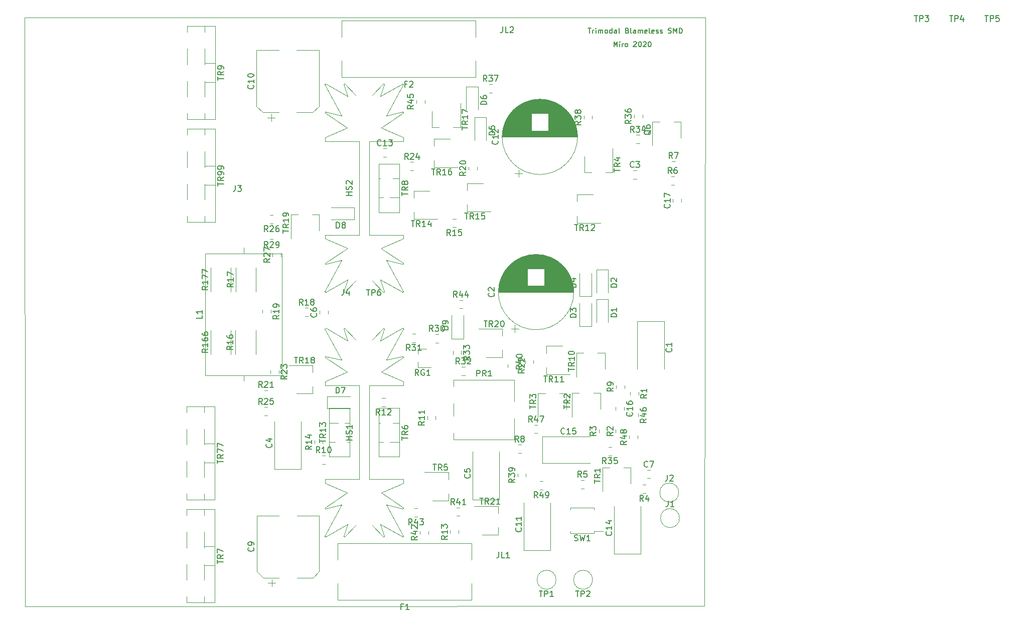
<source format=gto>
%TF.GenerationSoftware,KiCad,Pcbnew,5.1.6-c6e7f7d~86~ubuntu18.04.1*%
%TF.CreationDate,2020-08-11T14:48:33+12:00*%
%TF.ProjectId,Trimodal SMD Cheap,5472696d-6f64-4616-9c20-534d44204368,rev?*%
%TF.SameCoordinates,Original*%
%TF.FileFunction,Legend,Top*%
%TF.FilePolarity,Positive*%
%FSLAX46Y46*%
G04 Gerber Fmt 4.6, Leading zero omitted, Abs format (unit mm)*
G04 Created by KiCad (PCBNEW 5.1.6-c6e7f7d~86~ubuntu18.04.1) date 2020-08-11 14:48:33*
%MOMM*%
%LPD*%
G01*
G04 APERTURE LIST*
%TA.AperFunction,Profile*%
%ADD10C,0.100000*%
%TD*%
%ADD11C,0.152400*%
%ADD12C,0.120000*%
%ADD13C,0.150000*%
G04 APERTURE END LIST*
D10*
X62293500Y-131635500D02*
X31686500Y-131635500D01*
X62230000Y-32194500D02*
X31623000Y-32194500D01*
X31686500Y-131635500D02*
X31623000Y-32194500D01*
D11*
X131050090Y-37093676D02*
X131050090Y-36230076D01*
X131337957Y-36846933D01*
X131625823Y-36230076D01*
X131625823Y-37093676D01*
X132037061Y-37093676D02*
X132037061Y-36517942D01*
X132037061Y-36230076D02*
X131995938Y-36271200D01*
X132037061Y-36312323D01*
X132078185Y-36271200D01*
X132037061Y-36230076D01*
X132037061Y-36312323D01*
X132448300Y-37093676D02*
X132448300Y-36517942D01*
X132448300Y-36682438D02*
X132489423Y-36600190D01*
X132530547Y-36559066D01*
X132612795Y-36517942D01*
X132695042Y-36517942D01*
X133106280Y-37093676D02*
X133024033Y-37052552D01*
X132982909Y-37011428D01*
X132941785Y-36929180D01*
X132941785Y-36682438D01*
X132982909Y-36600190D01*
X133024033Y-36559066D01*
X133106280Y-36517942D01*
X133229652Y-36517942D01*
X133311900Y-36559066D01*
X133353023Y-36600190D01*
X133394147Y-36682438D01*
X133394147Y-36929180D01*
X133353023Y-37011428D01*
X133311900Y-37052552D01*
X133229652Y-37093676D01*
X133106280Y-37093676D01*
X134381119Y-36312323D02*
X134422242Y-36271200D01*
X134504490Y-36230076D01*
X134710109Y-36230076D01*
X134792357Y-36271200D01*
X134833480Y-36312323D01*
X134874604Y-36394571D01*
X134874604Y-36476819D01*
X134833480Y-36600190D01*
X134339995Y-37093676D01*
X134874604Y-37093676D01*
X135409214Y-36230076D02*
X135491461Y-36230076D01*
X135573709Y-36271200D01*
X135614833Y-36312323D01*
X135655957Y-36394571D01*
X135697080Y-36559066D01*
X135697080Y-36764685D01*
X135655957Y-36929180D01*
X135614833Y-37011428D01*
X135573709Y-37052552D01*
X135491461Y-37093676D01*
X135409214Y-37093676D01*
X135326966Y-37052552D01*
X135285842Y-37011428D01*
X135244719Y-36929180D01*
X135203595Y-36764685D01*
X135203595Y-36559066D01*
X135244719Y-36394571D01*
X135285842Y-36312323D01*
X135326966Y-36271200D01*
X135409214Y-36230076D01*
X136026071Y-36312323D02*
X136067195Y-36271200D01*
X136149442Y-36230076D01*
X136355061Y-36230076D01*
X136437309Y-36271200D01*
X136478433Y-36312323D01*
X136519557Y-36394571D01*
X136519557Y-36476819D01*
X136478433Y-36600190D01*
X135984947Y-37093676D01*
X136519557Y-37093676D01*
X137054166Y-36230076D02*
X137136414Y-36230076D01*
X137218661Y-36271200D01*
X137259785Y-36312323D01*
X137300909Y-36394571D01*
X137342033Y-36559066D01*
X137342033Y-36764685D01*
X137300909Y-36929180D01*
X137259785Y-37011428D01*
X137218661Y-37052552D01*
X137136414Y-37093676D01*
X137054166Y-37093676D01*
X136971919Y-37052552D01*
X136930795Y-37011428D01*
X136889671Y-36929180D01*
X136848547Y-36764685D01*
X136848547Y-36559066D01*
X136889671Y-36394571D01*
X136930795Y-36312323D01*
X136971919Y-36271200D01*
X137054166Y-36230076D01*
X126705480Y-33944076D02*
X127198966Y-33944076D01*
X126952223Y-34807676D02*
X126952223Y-33944076D01*
X127486833Y-34807676D02*
X127486833Y-34231942D01*
X127486833Y-34396438D02*
X127527957Y-34314190D01*
X127569080Y-34273066D01*
X127651328Y-34231942D01*
X127733576Y-34231942D01*
X128021442Y-34807676D02*
X128021442Y-34231942D01*
X128021442Y-33944076D02*
X127980319Y-33985200D01*
X128021442Y-34026323D01*
X128062566Y-33985200D01*
X128021442Y-33944076D01*
X128021442Y-34026323D01*
X128432680Y-34807676D02*
X128432680Y-34231942D01*
X128432680Y-34314190D02*
X128473804Y-34273066D01*
X128556052Y-34231942D01*
X128679423Y-34231942D01*
X128761671Y-34273066D01*
X128802795Y-34355314D01*
X128802795Y-34807676D01*
X128802795Y-34355314D02*
X128843919Y-34273066D01*
X128926166Y-34231942D01*
X129049538Y-34231942D01*
X129131785Y-34273066D01*
X129172909Y-34355314D01*
X129172909Y-34807676D01*
X129707519Y-34807676D02*
X129625271Y-34766552D01*
X129584147Y-34725428D01*
X129543023Y-34643180D01*
X129543023Y-34396438D01*
X129584147Y-34314190D01*
X129625271Y-34273066D01*
X129707519Y-34231942D01*
X129830890Y-34231942D01*
X129913138Y-34273066D01*
X129954261Y-34314190D01*
X129995385Y-34396438D01*
X129995385Y-34643180D01*
X129954261Y-34725428D01*
X129913138Y-34766552D01*
X129830890Y-34807676D01*
X129707519Y-34807676D01*
X130735614Y-34807676D02*
X130735614Y-33944076D01*
X130735614Y-34766552D02*
X130653366Y-34807676D01*
X130488871Y-34807676D01*
X130406623Y-34766552D01*
X130365500Y-34725428D01*
X130324376Y-34643180D01*
X130324376Y-34396438D01*
X130365500Y-34314190D01*
X130406623Y-34273066D01*
X130488871Y-34231942D01*
X130653366Y-34231942D01*
X130735614Y-34273066D01*
X131516966Y-34807676D02*
X131516966Y-34355314D01*
X131475842Y-34273066D01*
X131393595Y-34231942D01*
X131229100Y-34231942D01*
X131146852Y-34273066D01*
X131516966Y-34766552D02*
X131434719Y-34807676D01*
X131229100Y-34807676D01*
X131146852Y-34766552D01*
X131105728Y-34684304D01*
X131105728Y-34602057D01*
X131146852Y-34519809D01*
X131229100Y-34478685D01*
X131434719Y-34478685D01*
X131516966Y-34437561D01*
X132051576Y-34807676D02*
X131969328Y-34766552D01*
X131928204Y-34684304D01*
X131928204Y-33944076D01*
X133326414Y-34355314D02*
X133449785Y-34396438D01*
X133490909Y-34437561D01*
X133532033Y-34519809D01*
X133532033Y-34643180D01*
X133490909Y-34725428D01*
X133449785Y-34766552D01*
X133367538Y-34807676D01*
X133038547Y-34807676D01*
X133038547Y-33944076D01*
X133326414Y-33944076D01*
X133408661Y-33985200D01*
X133449785Y-34026323D01*
X133490909Y-34108571D01*
X133490909Y-34190819D01*
X133449785Y-34273066D01*
X133408661Y-34314190D01*
X133326414Y-34355314D01*
X133038547Y-34355314D01*
X134025519Y-34807676D02*
X133943271Y-34766552D01*
X133902147Y-34684304D01*
X133902147Y-33944076D01*
X134724623Y-34807676D02*
X134724623Y-34355314D01*
X134683500Y-34273066D01*
X134601252Y-34231942D01*
X134436757Y-34231942D01*
X134354509Y-34273066D01*
X134724623Y-34766552D02*
X134642376Y-34807676D01*
X134436757Y-34807676D01*
X134354509Y-34766552D01*
X134313385Y-34684304D01*
X134313385Y-34602057D01*
X134354509Y-34519809D01*
X134436757Y-34478685D01*
X134642376Y-34478685D01*
X134724623Y-34437561D01*
X135135861Y-34807676D02*
X135135861Y-34231942D01*
X135135861Y-34314190D02*
X135176985Y-34273066D01*
X135259233Y-34231942D01*
X135382604Y-34231942D01*
X135464852Y-34273066D01*
X135505976Y-34355314D01*
X135505976Y-34807676D01*
X135505976Y-34355314D02*
X135547100Y-34273066D01*
X135629347Y-34231942D01*
X135752719Y-34231942D01*
X135834966Y-34273066D01*
X135876090Y-34355314D01*
X135876090Y-34807676D01*
X136616319Y-34766552D02*
X136534071Y-34807676D01*
X136369576Y-34807676D01*
X136287328Y-34766552D01*
X136246204Y-34684304D01*
X136246204Y-34355314D01*
X136287328Y-34273066D01*
X136369576Y-34231942D01*
X136534071Y-34231942D01*
X136616319Y-34273066D01*
X136657442Y-34355314D01*
X136657442Y-34437561D01*
X136246204Y-34519809D01*
X137150928Y-34807676D02*
X137068680Y-34766552D01*
X137027557Y-34684304D01*
X137027557Y-33944076D01*
X137808909Y-34766552D02*
X137726661Y-34807676D01*
X137562166Y-34807676D01*
X137479919Y-34766552D01*
X137438795Y-34684304D01*
X137438795Y-34355314D01*
X137479919Y-34273066D01*
X137562166Y-34231942D01*
X137726661Y-34231942D01*
X137808909Y-34273066D01*
X137850033Y-34355314D01*
X137850033Y-34437561D01*
X137438795Y-34519809D01*
X138179023Y-34766552D02*
X138261271Y-34807676D01*
X138425766Y-34807676D01*
X138508014Y-34766552D01*
X138549138Y-34684304D01*
X138549138Y-34643180D01*
X138508014Y-34560933D01*
X138425766Y-34519809D01*
X138302395Y-34519809D01*
X138220147Y-34478685D01*
X138179023Y-34396438D01*
X138179023Y-34355314D01*
X138220147Y-34273066D01*
X138302395Y-34231942D01*
X138425766Y-34231942D01*
X138508014Y-34273066D01*
X138878128Y-34766552D02*
X138960376Y-34807676D01*
X139124871Y-34807676D01*
X139207119Y-34766552D01*
X139248242Y-34684304D01*
X139248242Y-34643180D01*
X139207119Y-34560933D01*
X139124871Y-34519809D01*
X139001500Y-34519809D01*
X138919252Y-34478685D01*
X138878128Y-34396438D01*
X138878128Y-34355314D01*
X138919252Y-34273066D01*
X139001500Y-34231942D01*
X139124871Y-34231942D01*
X139207119Y-34273066D01*
X140235214Y-34766552D02*
X140358585Y-34807676D01*
X140564204Y-34807676D01*
X140646452Y-34766552D01*
X140687576Y-34725428D01*
X140728700Y-34643180D01*
X140728700Y-34560933D01*
X140687576Y-34478685D01*
X140646452Y-34437561D01*
X140564204Y-34396438D01*
X140399709Y-34355314D01*
X140317461Y-34314190D01*
X140276338Y-34273066D01*
X140235214Y-34190819D01*
X140235214Y-34108571D01*
X140276338Y-34026323D01*
X140317461Y-33985200D01*
X140399709Y-33944076D01*
X140605328Y-33944076D01*
X140728700Y-33985200D01*
X141098814Y-34807676D02*
X141098814Y-33944076D01*
X141386680Y-34560933D01*
X141674547Y-33944076D01*
X141674547Y-34807676D01*
X142085785Y-34807676D02*
X142085785Y-33944076D01*
X142291404Y-33944076D01*
X142414776Y-33985200D01*
X142497023Y-34067447D01*
X142538147Y-34149695D01*
X142579271Y-34314190D01*
X142579271Y-34437561D01*
X142538147Y-34602057D01*
X142497023Y-34684304D01*
X142414776Y-34766552D01*
X142291404Y-34807676D01*
X142085785Y-34807676D01*
D10*
X146494500Y-32131000D02*
X146367500Y-131572000D01*
X62230000Y-32194500D02*
X146494500Y-32131000D01*
X146367500Y-131572000D02*
X62293500Y-131635500D01*
D12*
X91790000Y-112425000D02*
X95510000Y-114925000D01*
X95510000Y-114925000D02*
X95450000Y-115105000D01*
X95450000Y-115105000D02*
X92650000Y-114445000D01*
X92650000Y-114445000D02*
X95530000Y-119745000D01*
X95410000Y-119865000D02*
X91640000Y-117715000D01*
X92320000Y-119765000D02*
X92170000Y-119855000D01*
X91640000Y-117715000D02*
X92320000Y-119765000D01*
X92170000Y-119855000D02*
X90280000Y-117895000D01*
X95530000Y-119745000D02*
X95410000Y-119865000D01*
X82300000Y-110805000D02*
X86010000Y-112415000D01*
X88050000Y-110135000D02*
X82300000Y-110135000D01*
X82300000Y-110135000D02*
X82300000Y-110805000D01*
X85150000Y-114445000D02*
X82270000Y-119745000D01*
X82290000Y-114925000D02*
X82350000Y-115105000D01*
X82350000Y-115105000D02*
X85150000Y-114445000D01*
X86010000Y-112425000D02*
X82290000Y-114925000D01*
X85630000Y-119855000D02*
X87520000Y-117895000D01*
X82390000Y-119865000D02*
X86160000Y-117715000D01*
X85480000Y-119765000D02*
X85630000Y-119855000D01*
X82270000Y-119745000D02*
X82390000Y-119865000D01*
X86160000Y-117715000D02*
X85480000Y-119765000D01*
X88050000Y-102235000D02*
X88050000Y-110135000D01*
X89750000Y-110135000D02*
X95500000Y-110135000D01*
X95500000Y-110135000D02*
X95500000Y-110805000D01*
X95500000Y-110805000D02*
X91790000Y-112415000D01*
X89750000Y-102235000D02*
X89750000Y-110135000D01*
X82350000Y-89365000D02*
X85150000Y-90025000D01*
X82290000Y-89545000D02*
X82350000Y-89365000D01*
X86010000Y-92045000D02*
X82290000Y-89545000D01*
X85150000Y-90025000D02*
X82270000Y-84725000D01*
X85630000Y-84615000D02*
X87520000Y-86575000D01*
X86160000Y-86755000D02*
X85480000Y-84705000D01*
X82390000Y-84605000D02*
X86160000Y-86755000D01*
X82270000Y-84725000D02*
X82390000Y-84605000D01*
X85480000Y-84705000D02*
X85630000Y-84615000D01*
X82300000Y-93665000D02*
X86010000Y-92055000D01*
X88050000Y-102235000D02*
X88050000Y-94335000D01*
X88050000Y-94335000D02*
X82300000Y-94335000D01*
X82300000Y-94335000D02*
X82300000Y-93665000D01*
X89750000Y-102235000D02*
X89750000Y-94335000D01*
X89750000Y-94335000D02*
X95500000Y-94335000D01*
X95500000Y-94335000D02*
X95500000Y-93665000D01*
X95500000Y-93665000D02*
X91790000Y-92055000D01*
X91790000Y-92045000D02*
X95510000Y-89545000D01*
X95510000Y-89545000D02*
X95450000Y-89365000D01*
X95450000Y-89365000D02*
X92650000Y-90025000D01*
X92650000Y-90025000D02*
X95530000Y-84725000D01*
X95530000Y-84725000D02*
X95410000Y-84605000D01*
X95410000Y-84605000D02*
X91640000Y-86755000D01*
X91640000Y-86755000D02*
X92320000Y-84705000D01*
X92320000Y-84705000D02*
X92170000Y-84615000D01*
X92170000Y-84615000D02*
X90280000Y-86575000D01*
X81333000Y-116278500D02*
X77583000Y-116278500D01*
X70813000Y-116278500D02*
X74563000Y-116278500D01*
X70813000Y-125734063D02*
X70813000Y-116278500D01*
X81333000Y-125734063D02*
X81333000Y-116278500D01*
X80268563Y-126798500D02*
X77583000Y-126798500D01*
X71877437Y-126798500D02*
X74563000Y-126798500D01*
X71877437Y-126798500D02*
X70813000Y-125734063D01*
X80268563Y-126798500D02*
X81333000Y-125734063D01*
X73313000Y-128288500D02*
X73313000Y-127038500D01*
X72688000Y-127663500D02*
X73938000Y-127663500D01*
X74497000Y-91767922D02*
X74497000Y-92285078D01*
X73077000Y-91767922D02*
X73077000Y-92285078D01*
X72624500Y-49051500D02*
X73874500Y-49051500D01*
X73249500Y-49676500D02*
X73249500Y-48426500D01*
X80205063Y-48186500D02*
X81269500Y-47122063D01*
X71813937Y-48186500D02*
X70749500Y-47122063D01*
X71813937Y-48186500D02*
X74499500Y-48186500D01*
X80205063Y-48186500D02*
X77519500Y-48186500D01*
X81269500Y-47122063D02*
X81269500Y-37666500D01*
X70749500Y-47122063D02*
X70749500Y-37666500D01*
X70749500Y-37666500D02*
X74499500Y-37666500D01*
X81269500Y-37666500D02*
X77519500Y-37666500D01*
X130095500Y-79727500D02*
X128095500Y-79727500D01*
X128095500Y-79727500D02*
X128095500Y-83627500D01*
X130095500Y-79727500D02*
X130095500Y-83627500D01*
X130095500Y-74713000D02*
X128095500Y-74713000D01*
X128095500Y-74713000D02*
X128095500Y-78613000D01*
X130095500Y-74713000D02*
X130095500Y-78613000D01*
X125238000Y-84291000D02*
X125238000Y-80391000D01*
X127238000Y-84291000D02*
X127238000Y-80391000D01*
X125238000Y-84291000D02*
X127238000Y-84291000D01*
X125238000Y-79212000D02*
X127238000Y-79212000D01*
X127238000Y-79212000D02*
X127238000Y-75312000D01*
X125238000Y-79212000D02*
X125238000Y-75312000D01*
X109521500Y-48993500D02*
X109521500Y-52893500D01*
X107521500Y-48993500D02*
X107521500Y-52893500D01*
X109521500Y-48993500D02*
X107521500Y-48993500D01*
X108124500Y-43852000D02*
X108124500Y-47752000D01*
X106124500Y-43852000D02*
X106124500Y-47752000D01*
X108124500Y-43852000D02*
X106124500Y-43852000D01*
X82650500Y-96155000D02*
X86550500Y-96155000D01*
X82650500Y-98155000D02*
X86550500Y-98155000D01*
X82650500Y-96155000D02*
X82650500Y-98155000D01*
X87214000Y-66278000D02*
X87214000Y-64278000D01*
X87214000Y-64278000D02*
X83314000Y-64278000D01*
X87214000Y-66278000D02*
X83314000Y-66278000D01*
X103648000Y-86388500D02*
X105648000Y-86388500D01*
X105648000Y-86388500D02*
X105648000Y-82488500D01*
X103648000Y-86388500D02*
X103648000Y-82488500D01*
X84455000Y-120930000D02*
X84455000Y-123730000D01*
X84455000Y-127730000D02*
X84455000Y-130530000D01*
X107055000Y-127730000D02*
X107055000Y-130530000D01*
X107055000Y-130530000D02*
X84455000Y-130530000D01*
X107055000Y-120930000D02*
X84455000Y-120930000D01*
X107055000Y-120930000D02*
X107055000Y-123730000D01*
X107690000Y-32665000D02*
X107690000Y-35465000D01*
X107690000Y-32665000D02*
X85090000Y-32665000D01*
X107690000Y-42265000D02*
X85090000Y-42265000D01*
X107690000Y-39465000D02*
X107690000Y-42265000D01*
X85090000Y-39465000D02*
X85090000Y-42265000D01*
X85090000Y-32665000D02*
X85090000Y-35465000D01*
X92170000Y-43340000D02*
X90280000Y-45300000D01*
X92320000Y-43430000D02*
X92170000Y-43340000D01*
X91640000Y-45480000D02*
X92320000Y-43430000D01*
X95410000Y-43330000D02*
X91640000Y-45480000D01*
X95530000Y-43450000D02*
X95410000Y-43330000D01*
X92650000Y-48750000D02*
X95530000Y-43450000D01*
X95450000Y-48090000D02*
X92650000Y-48750000D01*
X95510000Y-48270000D02*
X95450000Y-48090000D01*
X91790000Y-50770000D02*
X95510000Y-48270000D01*
X95500000Y-52390000D02*
X91790000Y-50780000D01*
X95500000Y-53060000D02*
X95500000Y-52390000D01*
X89750000Y-53060000D02*
X95500000Y-53060000D01*
X89750000Y-60960000D02*
X89750000Y-53060000D01*
X82300000Y-53060000D02*
X82300000Y-52390000D01*
X88050000Y-53060000D02*
X82300000Y-53060000D01*
X88050000Y-60960000D02*
X88050000Y-53060000D01*
X82300000Y-52390000D02*
X86010000Y-50780000D01*
X85480000Y-43430000D02*
X85630000Y-43340000D01*
X82270000Y-43450000D02*
X82390000Y-43330000D01*
X82390000Y-43330000D02*
X86160000Y-45480000D01*
X86160000Y-45480000D02*
X85480000Y-43430000D01*
X85630000Y-43340000D02*
X87520000Y-45300000D01*
X85150000Y-48750000D02*
X82270000Y-43450000D01*
X86010000Y-50770000D02*
X82290000Y-48270000D01*
X82290000Y-48270000D02*
X82350000Y-48090000D01*
X82350000Y-48090000D02*
X85150000Y-48750000D01*
X89750000Y-60960000D02*
X89750000Y-68860000D01*
X95500000Y-69530000D02*
X91790000Y-71140000D01*
X95500000Y-68860000D02*
X95500000Y-69530000D01*
X89750000Y-68860000D02*
X95500000Y-68860000D01*
X88050000Y-60960000D02*
X88050000Y-68860000D01*
X86160000Y-76440000D02*
X85480000Y-78490000D01*
X82270000Y-78470000D02*
X82390000Y-78590000D01*
X85480000Y-78490000D02*
X85630000Y-78580000D01*
X82390000Y-78590000D02*
X86160000Y-76440000D01*
X85630000Y-78580000D02*
X87520000Y-76620000D01*
X86010000Y-71150000D02*
X82290000Y-73650000D01*
X82350000Y-73830000D02*
X85150000Y-73170000D01*
X82290000Y-73650000D02*
X82350000Y-73830000D01*
X85150000Y-73170000D02*
X82270000Y-78470000D01*
X82300000Y-68860000D02*
X82300000Y-69530000D01*
X88050000Y-68860000D02*
X82300000Y-68860000D01*
X82300000Y-69530000D02*
X86010000Y-71140000D01*
X95530000Y-78470000D02*
X95410000Y-78590000D01*
X92170000Y-78580000D02*
X90280000Y-76620000D01*
X91640000Y-76440000D02*
X92320000Y-78490000D01*
X92320000Y-78490000D02*
X92170000Y-78580000D01*
X95410000Y-78590000D02*
X91640000Y-76440000D01*
X92650000Y-73170000D02*
X95530000Y-78470000D01*
X95450000Y-73830000D02*
X92650000Y-73170000D01*
X95510000Y-73650000D02*
X95450000Y-73830000D01*
X91790000Y-71150000D02*
X95510000Y-73650000D01*
X142126281Y-116713000D02*
G75*
G03*
X142126281Y-116713000I-1600781J0D01*
G01*
X141999281Y-112395000D02*
G75*
G03*
X141999281Y-112395000I-1600781J0D01*
G01*
X62110000Y-92576000D02*
X75050000Y-92576000D01*
X75050000Y-92576000D02*
X75050000Y-72016000D01*
X75050000Y-72016000D02*
X62110000Y-72016000D01*
X62110000Y-72016000D02*
X62110000Y-92576000D01*
X68580000Y-93556000D02*
X68580000Y-92576000D01*
X68580000Y-71036000D02*
X68580000Y-72016000D01*
X104020000Y-93404000D02*
X114260000Y-93404000D01*
X104020000Y-103445000D02*
X114260000Y-103445000D01*
X104020000Y-93404000D02*
X104020000Y-94499000D01*
X104020000Y-97351000D02*
X104020000Y-99500000D01*
X104020000Y-102350000D02*
X104020000Y-103445000D01*
X114260000Y-93404000D02*
X114260000Y-97000000D01*
X114260000Y-99850000D02*
X114260000Y-103445000D01*
X141154000Y-49782000D02*
X142354000Y-49782000D01*
X142354000Y-49782000D02*
X142354000Y-52482000D01*
X137554000Y-53782000D02*
X137554000Y-49782000D01*
X137554000Y-49782000D02*
X138754000Y-49782000D01*
X129108500Y-108202000D02*
X130308500Y-108202000D01*
X129108500Y-112202000D02*
X129108500Y-108202000D01*
X133908500Y-108202000D02*
X133908500Y-110902000D01*
X132708500Y-108202000D02*
X133908500Y-108202000D01*
X124004500Y-95609500D02*
X125204500Y-95609500D01*
X124004500Y-99609500D02*
X124004500Y-95609500D01*
X128804500Y-95609500D02*
X128804500Y-98309500D01*
X127604500Y-95609500D02*
X128804500Y-95609500D01*
X121850000Y-95629000D02*
X123050000Y-95629000D01*
X123050000Y-95629000D02*
X123050000Y-98329000D01*
X118250000Y-99629000D02*
X118250000Y-95629000D01*
X118250000Y-95629000D02*
X119450000Y-95629000D01*
X127260500Y-58295000D02*
X126060500Y-58295000D01*
X126060500Y-58295000D02*
X126060500Y-55595000D01*
X130860500Y-54295000D02*
X130860500Y-58295000D01*
X130860500Y-58295000D02*
X129660500Y-58295000D01*
X103126000Y-112579000D02*
X103126000Y-113779000D01*
X103126000Y-113779000D02*
X100426000Y-113779000D01*
X99126000Y-108979000D02*
X103126000Y-108979000D01*
X103126000Y-108979000D02*
X103126000Y-110179000D01*
X92170000Y-103836000D02*
X91340000Y-103836000D01*
X94830000Y-103836000D02*
X93250000Y-103836000D01*
X91660000Y-100635000D02*
X91340000Y-100635000D01*
X94830000Y-100635000D02*
X93760000Y-100635000D01*
X94830000Y-106355000D02*
X91340000Y-106355000D01*
X94830000Y-98115000D02*
X91340000Y-98115000D01*
X91340000Y-98115000D02*
X91340000Y-106355000D01*
X94830000Y-98115000D02*
X94830000Y-106355000D01*
X63675500Y-115245500D02*
X63675500Y-130985500D01*
X58935500Y-115245500D02*
X58935500Y-116265500D01*
X58935500Y-119065500D02*
X58935500Y-121716500D01*
X58935500Y-124515500D02*
X58935500Y-127165500D01*
X58935500Y-129965500D02*
X58935500Y-130985500D01*
X63675500Y-115245500D02*
X58935500Y-115245500D01*
X63675500Y-130985500D02*
X58935500Y-130985500D01*
X61935500Y-115245500D02*
X61935500Y-116265500D01*
X61935500Y-119065500D02*
X61935500Y-121716500D01*
X61935500Y-124515500D02*
X61935500Y-127165500D01*
X61935500Y-129965500D02*
X61935500Y-130985500D01*
X63675500Y-121515500D02*
X61935500Y-121515500D01*
X63675500Y-124716500D02*
X61935500Y-124716500D01*
X94830000Y-56840000D02*
X94830000Y-65080000D01*
X91340000Y-56840000D02*
X91340000Y-65080000D01*
X94830000Y-56840000D02*
X91340000Y-56840000D01*
X94830000Y-65080000D02*
X91340000Y-65080000D01*
X94830000Y-59360000D02*
X93760000Y-59360000D01*
X91660000Y-59360000D02*
X91340000Y-59360000D01*
X94830000Y-62561000D02*
X93250000Y-62561000D01*
X92170000Y-62561000D02*
X91340000Y-62561000D01*
X63739000Y-33606500D02*
X63739000Y-49346500D01*
X58999000Y-33606500D02*
X58999000Y-34626500D01*
X58999000Y-37426500D02*
X58999000Y-40077500D01*
X58999000Y-42876500D02*
X58999000Y-45526500D01*
X58999000Y-48326500D02*
X58999000Y-49346500D01*
X63739000Y-33606500D02*
X58999000Y-33606500D01*
X63739000Y-49346500D02*
X58999000Y-49346500D01*
X61999000Y-33606500D02*
X61999000Y-34626500D01*
X61999000Y-37426500D02*
X61999000Y-40077500D01*
X61999000Y-42876500D02*
X61999000Y-45526500D01*
X61999000Y-48326500D02*
X61999000Y-49346500D01*
X63739000Y-39876500D02*
X61999000Y-39876500D01*
X63739000Y-43077500D02*
X61999000Y-43077500D01*
X128327000Y-88834500D02*
X129527000Y-88834500D01*
X129527000Y-88834500D02*
X129527000Y-91534500D01*
X124727000Y-92834500D02*
X124727000Y-88834500D01*
X124727000Y-88834500D02*
X125927000Y-88834500D01*
X119632000Y-92443000D02*
X119632000Y-91243000D01*
X123632000Y-92443000D02*
X119632000Y-92443000D01*
X119632000Y-87643000D02*
X122332000Y-87643000D01*
X119632000Y-88843000D02*
X119632000Y-87643000D01*
X124839000Y-66852500D02*
X124839000Y-65652500D01*
X128839000Y-66852500D02*
X124839000Y-66852500D01*
X124839000Y-62052500D02*
X127539000Y-62052500D01*
X124839000Y-63252500D02*
X124839000Y-62052500D01*
X82970000Y-106355000D02*
X82970000Y-98115000D01*
X86460000Y-106355000D02*
X86460000Y-98115000D01*
X82970000Y-106355000D02*
X86460000Y-106355000D01*
X82970000Y-98115000D02*
X86460000Y-98115000D01*
X82970000Y-103835000D02*
X84040000Y-103835000D01*
X86140000Y-103835000D02*
X86460000Y-103835000D01*
X82970000Y-100634000D02*
X84550000Y-100634000D01*
X85630000Y-100634000D02*
X86460000Y-100634000D01*
X97267300Y-66217500D02*
X97267300Y-65017500D01*
X101267300Y-66217500D02*
X97267300Y-66217500D01*
X97267300Y-61417500D02*
X99967300Y-61417500D01*
X97267300Y-62617500D02*
X97267300Y-61417500D01*
X106297000Y-61347500D02*
X106297000Y-60147500D01*
X106297000Y-60147500D02*
X108997000Y-60147500D01*
X110297000Y-64947500D02*
X106297000Y-64947500D01*
X106297000Y-64947500D02*
X106297000Y-63747500D01*
X100709000Y-53854500D02*
X100709000Y-52654500D01*
X100709000Y-52654500D02*
X103409000Y-52654500D01*
X104709000Y-57454500D02*
X100709000Y-57454500D01*
X100709000Y-57454500D02*
X100709000Y-56254500D01*
X101543000Y-50675000D02*
X100343000Y-50675000D01*
X100343000Y-50675000D02*
X100343000Y-47975000D01*
X105143000Y-46675000D02*
X105143000Y-50675000D01*
X105143000Y-50675000D02*
X103943000Y-50675000D01*
X80202500Y-94481500D02*
X80202500Y-95681500D01*
X80202500Y-95681500D02*
X77502500Y-95681500D01*
X76202500Y-90881500D02*
X80202500Y-90881500D01*
X80202500Y-90881500D02*
X80202500Y-92081500D01*
X76530500Y-65466500D02*
X77730500Y-65466500D01*
X76530500Y-69466500D02*
X76530500Y-65466500D01*
X81330500Y-65466500D02*
X81330500Y-68166500D01*
X80130500Y-65466500D02*
X81330500Y-65466500D01*
X112206500Y-84722000D02*
X112206500Y-85922000D01*
X108206500Y-84722000D02*
X112206500Y-84722000D01*
X112206500Y-89522000D02*
X109506500Y-89522000D01*
X112206500Y-88322000D02*
X112206500Y-89522000D01*
X111508000Y-114694000D02*
X111508000Y-115894000D01*
X107508000Y-114694000D02*
X111508000Y-114694000D01*
X111508000Y-119494000D02*
X108808000Y-119494000D01*
X111508000Y-118294000D02*
X111508000Y-119494000D01*
X63739000Y-60454500D02*
X61999000Y-60454500D01*
X63739000Y-57253500D02*
X61999000Y-57253500D01*
X61999000Y-65703500D02*
X61999000Y-66723500D01*
X61999000Y-60253500D02*
X61999000Y-62903500D01*
X61999000Y-54803500D02*
X61999000Y-57454500D01*
X61999000Y-50983500D02*
X61999000Y-52003500D01*
X63739000Y-66723500D02*
X58999000Y-66723500D01*
X63739000Y-50983500D02*
X58999000Y-50983500D01*
X58999000Y-65703500D02*
X58999000Y-66723500D01*
X58999000Y-60253500D02*
X58999000Y-62903500D01*
X58999000Y-54803500D02*
X58999000Y-57454500D01*
X58999000Y-50983500D02*
X58999000Y-52003500D01*
X63739000Y-50983500D02*
X63739000Y-66723500D01*
X67187500Y-89068064D02*
X67187500Y-84963936D01*
X70607500Y-89068064D02*
X70607500Y-84963936D01*
X70671000Y-78485064D02*
X70671000Y-74380936D01*
X67251000Y-78485064D02*
X67251000Y-74380936D01*
X134346422Y-59384000D02*
X134863578Y-59384000D01*
X134346422Y-57964000D02*
X134863578Y-57964000D01*
X82815500Y-82222078D02*
X82815500Y-81704922D01*
X81395500Y-82222078D02*
X81395500Y-81704922D01*
X136662422Y-108573500D02*
X137179578Y-108573500D01*
X136662422Y-109993500D02*
X137179578Y-109993500D01*
X92133922Y-55701000D02*
X92651078Y-55701000D01*
X92133922Y-54281000D02*
X92651078Y-54281000D01*
X132790000Y-97960922D02*
X132790000Y-98478078D01*
X131370000Y-97960922D02*
X131370000Y-98478078D01*
X141022000Y-63329078D02*
X141022000Y-62811922D01*
X142442000Y-63329078D02*
X142442000Y-62811922D01*
X135203000Y-95387422D02*
X135203000Y-95904578D01*
X133783000Y-95387422D02*
X133783000Y-95904578D01*
X132790000Y-102288078D02*
X132790000Y-101770922D01*
X131370000Y-102288078D02*
X131370000Y-101770922D01*
X128512500Y-102288078D02*
X128512500Y-101770922D01*
X129932500Y-102288078D02*
X129932500Y-101770922D01*
X136451078Y-112470000D02*
X135933922Y-112470000D01*
X136451078Y-111050000D02*
X135933922Y-111050000D01*
X125486422Y-111708000D02*
X126003578Y-111708000D01*
X125486422Y-110288000D02*
X126003578Y-110288000D01*
X140711422Y-60400000D02*
X141228578Y-60400000D01*
X140711422Y-58980000D02*
X141228578Y-58980000D01*
X140861422Y-56440000D02*
X141378578Y-56440000D01*
X140861422Y-57860000D02*
X141378578Y-57860000D01*
X114881922Y-104319000D02*
X115399078Y-104319000D01*
X114881922Y-105739000D02*
X115399078Y-105739000D01*
X132853500Y-94795078D02*
X132853500Y-94277922D01*
X131433500Y-94795078D02*
X131433500Y-94277922D01*
X81798422Y-107565500D02*
X82315578Y-107565500D01*
X81798422Y-106145500D02*
X82315578Y-106145500D01*
X100976500Y-100017078D02*
X100976500Y-99499922D01*
X99556500Y-100017078D02*
X99556500Y-99499922D01*
X92445578Y-97865000D02*
X91928422Y-97865000D01*
X92445578Y-96445000D02*
X91928422Y-96445000D01*
X104850000Y-119306078D02*
X104850000Y-118788922D01*
X103430000Y-119306078D02*
X103430000Y-118788922D01*
X80506500Y-104129578D02*
X80506500Y-103612422D01*
X81926500Y-104129578D02*
X81926500Y-103612422D01*
X104383578Y-67575500D02*
X103866422Y-67575500D01*
X104383578Y-66155500D02*
X103866422Y-66155500D01*
X78940922Y-82625000D02*
X79458078Y-82625000D01*
X78940922Y-81205000D02*
X79458078Y-81205000D01*
X73163500Y-81544422D02*
X73163500Y-82061578D01*
X71743500Y-81544422D02*
X71743500Y-82061578D01*
X106541500Y-57868078D02*
X106541500Y-57350922D01*
X107961500Y-57868078D02*
X107961500Y-57350922D01*
X72082922Y-96531500D02*
X72600078Y-96531500D01*
X72082922Y-95111500D02*
X72600078Y-95111500D01*
X113145500Y-90721922D02*
X113145500Y-91239078D01*
X114565500Y-90721922D02*
X114565500Y-91239078D01*
X96720922Y-57987000D02*
X97238078Y-57987000D01*
X96720922Y-56567000D02*
X97238078Y-56567000D01*
X72082922Y-97969000D02*
X72600078Y-97969000D01*
X72082922Y-99389000D02*
X72600078Y-99389000D01*
X73552578Y-65520500D02*
X73035422Y-65520500D01*
X73552578Y-66940500D02*
X73035422Y-66940500D01*
X74878000Y-72506578D02*
X74878000Y-71989422D01*
X73458000Y-72506578D02*
X73458000Y-71989422D01*
X73552578Y-69607500D02*
X73035422Y-69607500D01*
X73552578Y-68187500D02*
X73035422Y-68187500D01*
X100911922Y-87070000D02*
X101429078Y-87070000D01*
X100911922Y-85650000D02*
X101429078Y-85650000D01*
X97540578Y-87006500D02*
X97023422Y-87006500D01*
X97540578Y-85586500D02*
X97023422Y-85586500D01*
X105390422Y-92594500D02*
X105907578Y-92594500D01*
X105390422Y-91174500D02*
X105907578Y-91174500D01*
X103874500Y-88499422D02*
X103874500Y-89016578D01*
X105294500Y-88499422D02*
X105294500Y-89016578D01*
X134854422Y-53415000D02*
X135371578Y-53415000D01*
X134854422Y-51995000D02*
X135371578Y-51995000D01*
X130639078Y-106120000D02*
X130121922Y-106120000D01*
X130639078Y-104700000D02*
X130121922Y-104700000D01*
X134481500Y-49105078D02*
X134481500Y-48587922D01*
X135901500Y-49105078D02*
X135901500Y-48587922D01*
X109992422Y-43422500D02*
X110509578Y-43422500D01*
X109992422Y-44842500D02*
X110509578Y-44842500D01*
X127392500Y-49295578D02*
X127392500Y-48778422D01*
X125972500Y-49295578D02*
X125972500Y-48778422D01*
X116216500Y-109717578D02*
X116216500Y-109200422D01*
X114796500Y-109717578D02*
X114796500Y-109200422D01*
X117486500Y-90555578D02*
X117486500Y-90038422D01*
X116066500Y-90555578D02*
X116066500Y-90038422D01*
X104531422Y-114923500D02*
X105048578Y-114923500D01*
X104531422Y-116343500D02*
X105048578Y-116343500D01*
X98350000Y-119433078D02*
X98350000Y-118915922D01*
X99770000Y-119433078D02*
X99770000Y-118915922D01*
X97906578Y-116470500D02*
X97389422Y-116470500D01*
X97906578Y-115050500D02*
X97389422Y-115050500D01*
X104975922Y-79871500D02*
X105493078Y-79871500D01*
X104975922Y-81291500D02*
X105493078Y-81291500D01*
X99135000Y-46613578D02*
X99135000Y-46096422D01*
X97715000Y-46613578D02*
X97715000Y-46096422D01*
X133719500Y-99070422D02*
X133719500Y-99587578D01*
X135139500Y-99070422D02*
X135139500Y-99587578D01*
X117660922Y-102373500D02*
X118178078Y-102373500D01*
X117660922Y-100953500D02*
X118178078Y-100953500D01*
X133656000Y-103304078D02*
X133656000Y-102786922D01*
X135076000Y-103304078D02*
X135076000Y-102786922D01*
X119082078Y-111898500D02*
X118564922Y-111898500D01*
X119082078Y-110478500D02*
X118564922Y-110478500D01*
X66416500Y-89068064D02*
X66416500Y-84963936D01*
X62996500Y-89068064D02*
X62996500Y-84963936D01*
X62996500Y-78485064D02*
X62996500Y-74380936D01*
X66416500Y-78485064D02*
X66416500Y-74380936D01*
X63675500Y-97846500D02*
X63675500Y-113586500D01*
X58935500Y-97846500D02*
X58935500Y-98866500D01*
X58935500Y-101666500D02*
X58935500Y-104317500D01*
X58935500Y-107116500D02*
X58935500Y-109766500D01*
X58935500Y-112566500D02*
X58935500Y-113586500D01*
X63675500Y-97846500D02*
X58935500Y-97846500D01*
X63675500Y-113586500D02*
X58935500Y-113586500D01*
X61935500Y-97846500D02*
X61935500Y-98866500D01*
X61935500Y-101666500D02*
X61935500Y-104317500D01*
X61935500Y-107116500D02*
X61935500Y-109766500D01*
X61935500Y-112566500D02*
X61935500Y-113586500D01*
X63675500Y-104116500D02*
X61935500Y-104116500D01*
X63675500Y-107317500D02*
X61935500Y-107317500D01*
X125730000Y-114934000D02*
X123720000Y-114934000D01*
X123720000Y-114934000D02*
X123720000Y-115289000D01*
X125730000Y-114934000D02*
X127740000Y-114934000D01*
X127740000Y-114934000D02*
X127740000Y-115289000D01*
X125730000Y-119254000D02*
X123720000Y-119254000D01*
X123720000Y-119254000D02*
X123720000Y-118899000D01*
X125730000Y-119254000D02*
X127740000Y-119254000D01*
X127740000Y-119254000D02*
X127740000Y-118899000D01*
X127740000Y-118899000D02*
X129205000Y-118899000D01*
X97998500Y-88079500D02*
X97998500Y-89009500D01*
X97998500Y-91239500D02*
X97998500Y-90309500D01*
X97998500Y-91239500D02*
X100158500Y-91239500D01*
X97998500Y-88079500D02*
X99458500Y-88079500D01*
X124289500Y-78526000D02*
G75*
G03*
X124289500Y-78526000I-6370000J0D01*
G01*
X111589500Y-78526000D02*
X124249500Y-78526000D01*
X111589500Y-78486000D02*
X124249500Y-78486000D01*
X111589500Y-78446000D02*
X124249500Y-78446000D01*
X111590500Y-78406000D02*
X124248500Y-78406000D01*
X111591500Y-78366000D02*
X124247500Y-78366000D01*
X111592500Y-78326000D02*
X124246500Y-78326000D01*
X111593500Y-78286000D02*
X124245500Y-78286000D01*
X111595500Y-78246000D02*
X124243500Y-78246000D01*
X111597500Y-78206000D02*
X124241500Y-78206000D01*
X111599500Y-78166000D02*
X124239500Y-78166000D01*
X111601500Y-78126000D02*
X124237500Y-78126000D01*
X111604500Y-78086000D02*
X124234500Y-78086000D01*
X111607500Y-78046000D02*
X124231500Y-78046000D01*
X111610500Y-78006000D02*
X124228500Y-78006000D01*
X111613500Y-77966000D02*
X124225500Y-77966000D01*
X111617500Y-77926000D02*
X124221500Y-77926000D01*
X111621500Y-77886000D02*
X124217500Y-77886000D01*
X111625500Y-77846000D02*
X124213500Y-77846000D01*
X111629500Y-77805000D02*
X124209500Y-77805000D01*
X111634500Y-77765000D02*
X124204500Y-77765000D01*
X111639500Y-77725000D02*
X124199500Y-77725000D01*
X111644500Y-77685000D02*
X124194500Y-77685000D01*
X111650500Y-77645000D02*
X124188500Y-77645000D01*
X111655500Y-77605000D02*
X124183500Y-77605000D01*
X111661500Y-77565000D02*
X124177500Y-77565000D01*
X111667500Y-77525000D02*
X124171500Y-77525000D01*
X111674500Y-77485000D02*
X124164500Y-77485000D01*
X111681500Y-77445000D02*
X116479500Y-77445000D01*
X119359500Y-77445000D02*
X124157500Y-77445000D01*
X111688500Y-77405000D02*
X116479500Y-77405000D01*
X119359500Y-77405000D02*
X124150500Y-77405000D01*
X111695500Y-77365000D02*
X116479500Y-77365000D01*
X119359500Y-77365000D02*
X124143500Y-77365000D01*
X111703500Y-77325000D02*
X116479500Y-77325000D01*
X119359500Y-77325000D02*
X124135500Y-77325000D01*
X111710500Y-77285000D02*
X116479500Y-77285000D01*
X119359500Y-77285000D02*
X124128500Y-77285000D01*
X111718500Y-77245000D02*
X116479500Y-77245000D01*
X119359500Y-77245000D02*
X124120500Y-77245000D01*
X111727500Y-77205000D02*
X116479500Y-77205000D01*
X119359500Y-77205000D02*
X124111500Y-77205000D01*
X111735500Y-77165000D02*
X116479500Y-77165000D01*
X119359500Y-77165000D02*
X124103500Y-77165000D01*
X111744500Y-77125000D02*
X116479500Y-77125000D01*
X119359500Y-77125000D02*
X124094500Y-77125000D01*
X111753500Y-77085000D02*
X116479500Y-77085000D01*
X119359500Y-77085000D02*
X124085500Y-77085000D01*
X111763500Y-77045000D02*
X116479500Y-77045000D01*
X119359500Y-77045000D02*
X124075500Y-77045000D01*
X111773500Y-77005000D02*
X116479500Y-77005000D01*
X119359500Y-77005000D02*
X124065500Y-77005000D01*
X111782500Y-76965000D02*
X116479500Y-76965000D01*
X119359500Y-76965000D02*
X124056500Y-76965000D01*
X111793500Y-76925000D02*
X116479500Y-76925000D01*
X119359500Y-76925000D02*
X124045500Y-76925000D01*
X111803500Y-76885000D02*
X116479500Y-76885000D01*
X119359500Y-76885000D02*
X124035500Y-76885000D01*
X111814500Y-76845000D02*
X116479500Y-76845000D01*
X119359500Y-76845000D02*
X124024500Y-76845000D01*
X111825500Y-76805000D02*
X116479500Y-76805000D01*
X119359500Y-76805000D02*
X124013500Y-76805000D01*
X111836500Y-76765000D02*
X116479500Y-76765000D01*
X119359500Y-76765000D02*
X124002500Y-76765000D01*
X111848500Y-76725000D02*
X116479500Y-76725000D01*
X119359500Y-76725000D02*
X123990500Y-76725000D01*
X111860500Y-76685000D02*
X116479500Y-76685000D01*
X119359500Y-76685000D02*
X123978500Y-76685000D01*
X111872500Y-76645000D02*
X116479500Y-76645000D01*
X119359500Y-76645000D02*
X123966500Y-76645000D01*
X111885500Y-76605000D02*
X116479500Y-76605000D01*
X119359500Y-76605000D02*
X123953500Y-76605000D01*
X111898500Y-76565000D02*
X116479500Y-76565000D01*
X119359500Y-76565000D02*
X123940500Y-76565000D01*
X111911500Y-76525000D02*
X116479500Y-76525000D01*
X119359500Y-76525000D02*
X123927500Y-76525000D01*
X111924500Y-76485000D02*
X116479500Y-76485000D01*
X119359500Y-76485000D02*
X123914500Y-76485000D01*
X111938500Y-76445000D02*
X116479500Y-76445000D01*
X119359500Y-76445000D02*
X123900500Y-76445000D01*
X111952500Y-76405000D02*
X116479500Y-76405000D01*
X119359500Y-76405000D02*
X123886500Y-76405000D01*
X111966500Y-76365000D02*
X116479500Y-76365000D01*
X119359500Y-76365000D02*
X123872500Y-76365000D01*
X111980500Y-76325000D02*
X116479500Y-76325000D01*
X119359500Y-76325000D02*
X123858500Y-76325000D01*
X111995500Y-76285000D02*
X116479500Y-76285000D01*
X119359500Y-76285000D02*
X123843500Y-76285000D01*
X112011500Y-76245000D02*
X116479500Y-76245000D01*
X119359500Y-76245000D02*
X123827500Y-76245000D01*
X112026500Y-76205000D02*
X116479500Y-76205000D01*
X119359500Y-76205000D02*
X123812500Y-76205000D01*
X112042500Y-76165000D02*
X116479500Y-76165000D01*
X119359500Y-76165000D02*
X123796500Y-76165000D01*
X112058500Y-76125000D02*
X116479500Y-76125000D01*
X119359500Y-76125000D02*
X123780500Y-76125000D01*
X112074500Y-76085000D02*
X116479500Y-76085000D01*
X119359500Y-76085000D02*
X123764500Y-76085000D01*
X112091500Y-76045000D02*
X116479500Y-76045000D01*
X119359500Y-76045000D02*
X123747500Y-76045000D01*
X112108500Y-76005000D02*
X116479500Y-76005000D01*
X119359500Y-76005000D02*
X123730500Y-76005000D01*
X112126500Y-75965000D02*
X116479500Y-75965000D01*
X119359500Y-75965000D02*
X123712500Y-75965000D01*
X112143500Y-75925000D02*
X116479500Y-75925000D01*
X119359500Y-75925000D02*
X123695500Y-75925000D01*
X112161500Y-75885000D02*
X116479500Y-75885000D01*
X119359500Y-75885000D02*
X123677500Y-75885000D01*
X112180500Y-75845000D02*
X116479500Y-75845000D01*
X119359500Y-75845000D02*
X123658500Y-75845000D01*
X112198500Y-75805000D02*
X116479500Y-75805000D01*
X119359500Y-75805000D02*
X123640500Y-75805000D01*
X112217500Y-75765000D02*
X116479500Y-75765000D01*
X119359500Y-75765000D02*
X123621500Y-75765000D01*
X112237500Y-75725000D02*
X116479500Y-75725000D01*
X119359500Y-75725000D02*
X123601500Y-75725000D01*
X112257500Y-75685000D02*
X116479500Y-75685000D01*
X119359500Y-75685000D02*
X123581500Y-75685000D01*
X112277500Y-75645000D02*
X116479500Y-75645000D01*
X119359500Y-75645000D02*
X123561500Y-75645000D01*
X112297500Y-75605000D02*
X116479500Y-75605000D01*
X119359500Y-75605000D02*
X123541500Y-75605000D01*
X112318500Y-75565000D02*
X116479500Y-75565000D01*
X119359500Y-75565000D02*
X123520500Y-75565000D01*
X112339500Y-75525000D02*
X116479500Y-75525000D01*
X119359500Y-75525000D02*
X123499500Y-75525000D01*
X112361500Y-75485000D02*
X116479500Y-75485000D01*
X119359500Y-75485000D02*
X123477500Y-75485000D01*
X112383500Y-75445000D02*
X116479500Y-75445000D01*
X119359500Y-75445000D02*
X123455500Y-75445000D01*
X112405500Y-75405000D02*
X116479500Y-75405000D01*
X119359500Y-75405000D02*
X123433500Y-75405000D01*
X112428500Y-75365000D02*
X116479500Y-75365000D01*
X119359500Y-75365000D02*
X123410500Y-75365000D01*
X112451500Y-75325000D02*
X116479500Y-75325000D01*
X119359500Y-75325000D02*
X123387500Y-75325000D01*
X112474500Y-75285000D02*
X116479500Y-75285000D01*
X119359500Y-75285000D02*
X123364500Y-75285000D01*
X112498500Y-75245000D02*
X116479500Y-75245000D01*
X119359500Y-75245000D02*
X123340500Y-75245000D01*
X112522500Y-75205000D02*
X116479500Y-75205000D01*
X119359500Y-75205000D02*
X123316500Y-75205000D01*
X112547500Y-75165000D02*
X116479500Y-75165000D01*
X119359500Y-75165000D02*
X123291500Y-75165000D01*
X112572500Y-75125000D02*
X116479500Y-75125000D01*
X119359500Y-75125000D02*
X123266500Y-75125000D01*
X112597500Y-75085000D02*
X116479500Y-75085000D01*
X119359500Y-75085000D02*
X123241500Y-75085000D01*
X112623500Y-75045000D02*
X116479500Y-75045000D01*
X119359500Y-75045000D02*
X123215500Y-75045000D01*
X112649500Y-75005000D02*
X116479500Y-75005000D01*
X119359500Y-75005000D02*
X123189500Y-75005000D01*
X112676500Y-74965000D02*
X116479500Y-74965000D01*
X119359500Y-74965000D02*
X123162500Y-74965000D01*
X112703500Y-74925000D02*
X116479500Y-74925000D01*
X119359500Y-74925000D02*
X123135500Y-74925000D01*
X112731500Y-74885000D02*
X116479500Y-74885000D01*
X119359500Y-74885000D02*
X123107500Y-74885000D01*
X112759500Y-74845000D02*
X116479500Y-74845000D01*
X119359500Y-74845000D02*
X123079500Y-74845000D01*
X112788500Y-74805000D02*
X116479500Y-74805000D01*
X119359500Y-74805000D02*
X123050500Y-74805000D01*
X112817500Y-74765000D02*
X116479500Y-74765000D01*
X119359500Y-74765000D02*
X123021500Y-74765000D01*
X112846500Y-74725000D02*
X116479500Y-74725000D01*
X119359500Y-74725000D02*
X122992500Y-74725000D01*
X112876500Y-74685000D02*
X116479500Y-74685000D01*
X119359500Y-74685000D02*
X122962500Y-74685000D01*
X112907500Y-74645000D02*
X116479500Y-74645000D01*
X119359500Y-74645000D02*
X122931500Y-74645000D01*
X112937500Y-74605000D02*
X116479500Y-74605000D01*
X119359500Y-74605000D02*
X122901500Y-74605000D01*
X112969500Y-74565000D02*
X122869500Y-74565000D01*
X113001500Y-74525000D02*
X122837500Y-74525000D01*
X113034500Y-74485000D02*
X122804500Y-74485000D01*
X113067500Y-74445000D02*
X122771500Y-74445000D01*
X113100500Y-74405000D02*
X122738500Y-74405000D01*
X113134500Y-74365000D02*
X122704500Y-74365000D01*
X113169500Y-74325000D02*
X122669500Y-74325000D01*
X113205500Y-74285000D02*
X122633500Y-74285000D01*
X113241500Y-74245000D02*
X122597500Y-74245000D01*
X113277500Y-74205000D02*
X122561500Y-74205000D01*
X113314500Y-74165000D02*
X122524500Y-74165000D01*
X113352500Y-74125000D02*
X122486500Y-74125000D01*
X113391500Y-74085000D02*
X122447500Y-74085000D01*
X113430500Y-74045000D02*
X122408500Y-74045000D01*
X113470500Y-74005000D02*
X122368500Y-74005000D01*
X113511500Y-73965000D02*
X122327500Y-73965000D01*
X113552500Y-73925000D02*
X122286500Y-73925000D01*
X113594500Y-73885000D02*
X122244500Y-73885000D01*
X113637500Y-73845000D02*
X122201500Y-73845000D01*
X113681500Y-73805000D02*
X122157500Y-73805000D01*
X113725500Y-73765000D02*
X122113500Y-73765000D01*
X113771500Y-73725000D02*
X122067500Y-73725000D01*
X113817500Y-73685000D02*
X122021500Y-73685000D01*
X113864500Y-73645000D02*
X121974500Y-73645000D01*
X113912500Y-73605000D02*
X121926500Y-73605000D01*
X113962500Y-73565000D02*
X121876500Y-73565000D01*
X114012500Y-73525000D02*
X121826500Y-73525000D01*
X114063500Y-73485000D02*
X121775500Y-73485000D01*
X114115500Y-73445000D02*
X121723500Y-73445000D01*
X114169500Y-73405000D02*
X121669500Y-73405000D01*
X114223500Y-73365000D02*
X121615500Y-73365000D01*
X114279500Y-73325000D02*
X121559500Y-73325000D01*
X114336500Y-73285000D02*
X121502500Y-73285000D01*
X114395500Y-73245000D02*
X121443500Y-73245000D01*
X114455500Y-73205000D02*
X121383500Y-73205000D01*
X114517500Y-73165000D02*
X121321500Y-73165000D01*
X114580500Y-73125000D02*
X121258500Y-73125000D01*
X114644500Y-73085000D02*
X121194500Y-73085000D01*
X114711500Y-73045000D02*
X121127500Y-73045000D01*
X114779500Y-73005000D02*
X121059500Y-73005000D01*
X114850500Y-72965000D02*
X120988500Y-72965000D01*
X114923500Y-72925000D02*
X120915500Y-72925000D01*
X114998500Y-72885000D02*
X120840500Y-72885000D01*
X115075500Y-72845000D02*
X120763500Y-72845000D01*
X115155500Y-72805000D02*
X120683500Y-72805000D01*
X115238500Y-72765000D02*
X120600500Y-72765000D01*
X115325500Y-72725000D02*
X120513500Y-72725000D01*
X115415500Y-72685000D02*
X120423500Y-72685000D01*
X115509500Y-72645000D02*
X120329500Y-72645000D01*
X115607500Y-72605000D02*
X120231500Y-72605000D01*
X115710500Y-72565000D02*
X120128500Y-72565000D01*
X115819500Y-72525000D02*
X120019500Y-72525000D01*
X115935500Y-72485000D02*
X119903500Y-72485000D01*
X116058500Y-72445000D02*
X119780500Y-72445000D01*
X116191500Y-72405000D02*
X119647500Y-72405000D01*
X116336500Y-72365000D02*
X119502500Y-72365000D01*
X116497500Y-72325000D02*
X119341500Y-72325000D01*
X116678500Y-72285000D02*
X119160500Y-72285000D01*
X116891500Y-72245000D02*
X118947500Y-72245000D01*
X117162500Y-72205000D02*
X118676500Y-72205000D01*
X117602500Y-72165000D02*
X118236500Y-72165000D01*
X114344500Y-85343082D02*
X114344500Y-84093082D01*
X113719500Y-84718082D02*
X114969500Y-84718082D01*
X114354500Y-58492582D02*
X115604500Y-58492582D01*
X114979500Y-59117582D02*
X114979500Y-57867582D01*
X118237500Y-45939500D02*
X118871500Y-45939500D01*
X117797500Y-45979500D02*
X119311500Y-45979500D01*
X117526500Y-46019500D02*
X119582500Y-46019500D01*
X117313500Y-46059500D02*
X119795500Y-46059500D01*
X117132500Y-46099500D02*
X119976500Y-46099500D01*
X116971500Y-46139500D02*
X120137500Y-46139500D01*
X116826500Y-46179500D02*
X120282500Y-46179500D01*
X116693500Y-46219500D02*
X120415500Y-46219500D01*
X116570500Y-46259500D02*
X120538500Y-46259500D01*
X116454500Y-46299500D02*
X120654500Y-46299500D01*
X116345500Y-46339500D02*
X120763500Y-46339500D01*
X116242500Y-46379500D02*
X120866500Y-46379500D01*
X116144500Y-46419500D02*
X120964500Y-46419500D01*
X116050500Y-46459500D02*
X121058500Y-46459500D01*
X115960500Y-46499500D02*
X121148500Y-46499500D01*
X115873500Y-46539500D02*
X121235500Y-46539500D01*
X115790500Y-46579500D02*
X121318500Y-46579500D01*
X115710500Y-46619500D02*
X121398500Y-46619500D01*
X115633500Y-46659500D02*
X121475500Y-46659500D01*
X115558500Y-46699500D02*
X121550500Y-46699500D01*
X115485500Y-46739500D02*
X121623500Y-46739500D01*
X115414500Y-46779500D02*
X121694500Y-46779500D01*
X115346500Y-46819500D02*
X121762500Y-46819500D01*
X115279500Y-46859500D02*
X121829500Y-46859500D01*
X115215500Y-46899500D02*
X121893500Y-46899500D01*
X115152500Y-46939500D02*
X121956500Y-46939500D01*
X115090500Y-46979500D02*
X122018500Y-46979500D01*
X115030500Y-47019500D02*
X122078500Y-47019500D01*
X114971500Y-47059500D02*
X122137500Y-47059500D01*
X114914500Y-47099500D02*
X122194500Y-47099500D01*
X114858500Y-47139500D02*
X122250500Y-47139500D01*
X114804500Y-47179500D02*
X122304500Y-47179500D01*
X114750500Y-47219500D02*
X122358500Y-47219500D01*
X114698500Y-47259500D02*
X122410500Y-47259500D01*
X114647500Y-47299500D02*
X122461500Y-47299500D01*
X114597500Y-47339500D02*
X122511500Y-47339500D01*
X114547500Y-47379500D02*
X122561500Y-47379500D01*
X114499500Y-47419500D02*
X122609500Y-47419500D01*
X114452500Y-47459500D02*
X122656500Y-47459500D01*
X114406500Y-47499500D02*
X122702500Y-47499500D01*
X114360500Y-47539500D02*
X122748500Y-47539500D01*
X114316500Y-47579500D02*
X122792500Y-47579500D01*
X114272500Y-47619500D02*
X122836500Y-47619500D01*
X114229500Y-47659500D02*
X122879500Y-47659500D01*
X114187500Y-47699500D02*
X122921500Y-47699500D01*
X114146500Y-47739500D02*
X122962500Y-47739500D01*
X114105500Y-47779500D02*
X123003500Y-47779500D01*
X114065500Y-47819500D02*
X123043500Y-47819500D01*
X114026500Y-47859500D02*
X123082500Y-47859500D01*
X113987500Y-47899500D02*
X123121500Y-47899500D01*
X113949500Y-47939500D02*
X123159500Y-47939500D01*
X113912500Y-47979500D02*
X123196500Y-47979500D01*
X113876500Y-48019500D02*
X123232500Y-48019500D01*
X113840500Y-48059500D02*
X123268500Y-48059500D01*
X113804500Y-48099500D02*
X123304500Y-48099500D01*
X113769500Y-48139500D02*
X123339500Y-48139500D01*
X113735500Y-48179500D02*
X123373500Y-48179500D01*
X113702500Y-48219500D02*
X123406500Y-48219500D01*
X113669500Y-48259500D02*
X123439500Y-48259500D01*
X113636500Y-48299500D02*
X123472500Y-48299500D01*
X113604500Y-48339500D02*
X123504500Y-48339500D01*
X119994500Y-48379500D02*
X123536500Y-48379500D01*
X113572500Y-48379500D02*
X117114500Y-48379500D01*
X119994500Y-48419500D02*
X123566500Y-48419500D01*
X113542500Y-48419500D02*
X117114500Y-48419500D01*
X119994500Y-48459500D02*
X123597500Y-48459500D01*
X113511500Y-48459500D02*
X117114500Y-48459500D01*
X119994500Y-48499500D02*
X123627500Y-48499500D01*
X113481500Y-48499500D02*
X117114500Y-48499500D01*
X119994500Y-48539500D02*
X123656500Y-48539500D01*
X113452500Y-48539500D02*
X117114500Y-48539500D01*
X119994500Y-48579500D02*
X123685500Y-48579500D01*
X113423500Y-48579500D02*
X117114500Y-48579500D01*
X119994500Y-48619500D02*
X123714500Y-48619500D01*
X113394500Y-48619500D02*
X117114500Y-48619500D01*
X119994500Y-48659500D02*
X123742500Y-48659500D01*
X113366500Y-48659500D02*
X117114500Y-48659500D01*
X119994500Y-48699500D02*
X123770500Y-48699500D01*
X113338500Y-48699500D02*
X117114500Y-48699500D01*
X119994500Y-48739500D02*
X123797500Y-48739500D01*
X113311500Y-48739500D02*
X117114500Y-48739500D01*
X119994500Y-48779500D02*
X123824500Y-48779500D01*
X113284500Y-48779500D02*
X117114500Y-48779500D01*
X119994500Y-48819500D02*
X123850500Y-48819500D01*
X113258500Y-48819500D02*
X117114500Y-48819500D01*
X119994500Y-48859500D02*
X123876500Y-48859500D01*
X113232500Y-48859500D02*
X117114500Y-48859500D01*
X119994500Y-48899500D02*
X123901500Y-48899500D01*
X113207500Y-48899500D02*
X117114500Y-48899500D01*
X119994500Y-48939500D02*
X123926500Y-48939500D01*
X113182500Y-48939500D02*
X117114500Y-48939500D01*
X119994500Y-48979500D02*
X123951500Y-48979500D01*
X113157500Y-48979500D02*
X117114500Y-48979500D01*
X119994500Y-49019500D02*
X123975500Y-49019500D01*
X113133500Y-49019500D02*
X117114500Y-49019500D01*
X119994500Y-49059500D02*
X123999500Y-49059500D01*
X113109500Y-49059500D02*
X117114500Y-49059500D01*
X119994500Y-49099500D02*
X124022500Y-49099500D01*
X113086500Y-49099500D02*
X117114500Y-49099500D01*
X119994500Y-49139500D02*
X124045500Y-49139500D01*
X113063500Y-49139500D02*
X117114500Y-49139500D01*
X119994500Y-49179500D02*
X124068500Y-49179500D01*
X113040500Y-49179500D02*
X117114500Y-49179500D01*
X119994500Y-49219500D02*
X124090500Y-49219500D01*
X113018500Y-49219500D02*
X117114500Y-49219500D01*
X119994500Y-49259500D02*
X124112500Y-49259500D01*
X112996500Y-49259500D02*
X117114500Y-49259500D01*
X119994500Y-49299500D02*
X124134500Y-49299500D01*
X112974500Y-49299500D02*
X117114500Y-49299500D01*
X119994500Y-49339500D02*
X124155500Y-49339500D01*
X112953500Y-49339500D02*
X117114500Y-49339500D01*
X119994500Y-49379500D02*
X124176500Y-49379500D01*
X112932500Y-49379500D02*
X117114500Y-49379500D01*
X119994500Y-49419500D02*
X124196500Y-49419500D01*
X112912500Y-49419500D02*
X117114500Y-49419500D01*
X119994500Y-49459500D02*
X124216500Y-49459500D01*
X112892500Y-49459500D02*
X117114500Y-49459500D01*
X119994500Y-49499500D02*
X124236500Y-49499500D01*
X112872500Y-49499500D02*
X117114500Y-49499500D01*
X119994500Y-49539500D02*
X124256500Y-49539500D01*
X112852500Y-49539500D02*
X117114500Y-49539500D01*
X119994500Y-49579500D02*
X124275500Y-49579500D01*
X112833500Y-49579500D02*
X117114500Y-49579500D01*
X119994500Y-49619500D02*
X124293500Y-49619500D01*
X112815500Y-49619500D02*
X117114500Y-49619500D01*
X119994500Y-49659500D02*
X124312500Y-49659500D01*
X112796500Y-49659500D02*
X117114500Y-49659500D01*
X119994500Y-49699500D02*
X124330500Y-49699500D01*
X112778500Y-49699500D02*
X117114500Y-49699500D01*
X119994500Y-49739500D02*
X124347500Y-49739500D01*
X112761500Y-49739500D02*
X117114500Y-49739500D01*
X119994500Y-49779500D02*
X124365500Y-49779500D01*
X112743500Y-49779500D02*
X117114500Y-49779500D01*
X119994500Y-49819500D02*
X124382500Y-49819500D01*
X112726500Y-49819500D02*
X117114500Y-49819500D01*
X119994500Y-49859500D02*
X124399500Y-49859500D01*
X112709500Y-49859500D02*
X117114500Y-49859500D01*
X119994500Y-49899500D02*
X124415500Y-49899500D01*
X112693500Y-49899500D02*
X117114500Y-49899500D01*
X119994500Y-49939500D02*
X124431500Y-49939500D01*
X112677500Y-49939500D02*
X117114500Y-49939500D01*
X119994500Y-49979500D02*
X124447500Y-49979500D01*
X112661500Y-49979500D02*
X117114500Y-49979500D01*
X119994500Y-50019500D02*
X124462500Y-50019500D01*
X112646500Y-50019500D02*
X117114500Y-50019500D01*
X119994500Y-50059500D02*
X124478500Y-50059500D01*
X112630500Y-50059500D02*
X117114500Y-50059500D01*
X119994500Y-50099500D02*
X124493500Y-50099500D01*
X112615500Y-50099500D02*
X117114500Y-50099500D01*
X119994500Y-50139500D02*
X124507500Y-50139500D01*
X112601500Y-50139500D02*
X117114500Y-50139500D01*
X119994500Y-50179500D02*
X124521500Y-50179500D01*
X112587500Y-50179500D02*
X117114500Y-50179500D01*
X119994500Y-50219500D02*
X124535500Y-50219500D01*
X112573500Y-50219500D02*
X117114500Y-50219500D01*
X119994500Y-50259500D02*
X124549500Y-50259500D01*
X112559500Y-50259500D02*
X117114500Y-50259500D01*
X119994500Y-50299500D02*
X124562500Y-50299500D01*
X112546500Y-50299500D02*
X117114500Y-50299500D01*
X119994500Y-50339500D02*
X124575500Y-50339500D01*
X112533500Y-50339500D02*
X117114500Y-50339500D01*
X119994500Y-50379500D02*
X124588500Y-50379500D01*
X112520500Y-50379500D02*
X117114500Y-50379500D01*
X119994500Y-50419500D02*
X124601500Y-50419500D01*
X112507500Y-50419500D02*
X117114500Y-50419500D01*
X119994500Y-50459500D02*
X124613500Y-50459500D01*
X112495500Y-50459500D02*
X117114500Y-50459500D01*
X119994500Y-50499500D02*
X124625500Y-50499500D01*
X112483500Y-50499500D02*
X117114500Y-50499500D01*
X119994500Y-50539500D02*
X124637500Y-50539500D01*
X112471500Y-50539500D02*
X117114500Y-50539500D01*
X119994500Y-50579500D02*
X124648500Y-50579500D01*
X112460500Y-50579500D02*
X117114500Y-50579500D01*
X119994500Y-50619500D02*
X124659500Y-50619500D01*
X112449500Y-50619500D02*
X117114500Y-50619500D01*
X119994500Y-50659500D02*
X124670500Y-50659500D01*
X112438500Y-50659500D02*
X117114500Y-50659500D01*
X119994500Y-50699500D02*
X124680500Y-50699500D01*
X112428500Y-50699500D02*
X117114500Y-50699500D01*
X119994500Y-50739500D02*
X124691500Y-50739500D01*
X112417500Y-50739500D02*
X117114500Y-50739500D01*
X119994500Y-50779500D02*
X124700500Y-50779500D01*
X112408500Y-50779500D02*
X117114500Y-50779500D01*
X119994500Y-50819500D02*
X124710500Y-50819500D01*
X112398500Y-50819500D02*
X117114500Y-50819500D01*
X119994500Y-50859500D02*
X124720500Y-50859500D01*
X112388500Y-50859500D02*
X117114500Y-50859500D01*
X119994500Y-50899500D02*
X124729500Y-50899500D01*
X112379500Y-50899500D02*
X117114500Y-50899500D01*
X119994500Y-50939500D02*
X124738500Y-50939500D01*
X112370500Y-50939500D02*
X117114500Y-50939500D01*
X119994500Y-50979500D02*
X124746500Y-50979500D01*
X112362500Y-50979500D02*
X117114500Y-50979500D01*
X119994500Y-51019500D02*
X124755500Y-51019500D01*
X112353500Y-51019500D02*
X117114500Y-51019500D01*
X119994500Y-51059500D02*
X124763500Y-51059500D01*
X112345500Y-51059500D02*
X117114500Y-51059500D01*
X119994500Y-51099500D02*
X124770500Y-51099500D01*
X112338500Y-51099500D02*
X117114500Y-51099500D01*
X119994500Y-51139500D02*
X124778500Y-51139500D01*
X112330500Y-51139500D02*
X117114500Y-51139500D01*
X119994500Y-51179500D02*
X124785500Y-51179500D01*
X112323500Y-51179500D02*
X117114500Y-51179500D01*
X119994500Y-51219500D02*
X124792500Y-51219500D01*
X112316500Y-51219500D02*
X117114500Y-51219500D01*
X112309500Y-51259500D02*
X124799500Y-51259500D01*
X112302500Y-51299500D02*
X124806500Y-51299500D01*
X112296500Y-51339500D02*
X124812500Y-51339500D01*
X112290500Y-51379500D02*
X124818500Y-51379500D01*
X112285500Y-51419500D02*
X124823500Y-51419500D01*
X112279500Y-51459500D02*
X124829500Y-51459500D01*
X112274500Y-51499500D02*
X124834500Y-51499500D01*
X112269500Y-51539500D02*
X124839500Y-51539500D01*
X112264500Y-51579500D02*
X124844500Y-51579500D01*
X112260500Y-51620500D02*
X124848500Y-51620500D01*
X112256500Y-51660500D02*
X124852500Y-51660500D01*
X112252500Y-51700500D02*
X124856500Y-51700500D01*
X112248500Y-51740500D02*
X124860500Y-51740500D01*
X112245500Y-51780500D02*
X124863500Y-51780500D01*
X112242500Y-51820500D02*
X124866500Y-51820500D01*
X112239500Y-51860500D02*
X124869500Y-51860500D01*
X112236500Y-51900500D02*
X124872500Y-51900500D01*
X112234500Y-51940500D02*
X124874500Y-51940500D01*
X112232500Y-51980500D02*
X124876500Y-51980500D01*
X112230500Y-52020500D02*
X124878500Y-52020500D01*
X112228500Y-52060500D02*
X124880500Y-52060500D01*
X112227500Y-52100500D02*
X124881500Y-52100500D01*
X112226500Y-52140500D02*
X124882500Y-52140500D01*
X112225500Y-52180500D02*
X124883500Y-52180500D01*
X112224500Y-52220500D02*
X124884500Y-52220500D01*
X112224500Y-52260500D02*
X124884500Y-52260500D01*
X112224500Y-52300500D02*
X124884500Y-52300500D01*
X124924500Y-52300500D02*
G75*
G03*
X124924500Y-52300500I-6370000J0D01*
G01*
X121298281Y-127127000D02*
G75*
G03*
X121298281Y-127127000I-1600781J0D01*
G01*
X127457781Y-127127000D02*
G75*
G03*
X127457781Y-127127000I-1600781J0D01*
G01*
X135027000Y-83475000D02*
X135027000Y-91535000D01*
X139547000Y-83475000D02*
X135027000Y-83475000D01*
X139547000Y-91535000D02*
X139547000Y-83475000D01*
X73749500Y-100369000D02*
X73749500Y-108429000D01*
X73749500Y-108429000D02*
X78269500Y-108429000D01*
X78269500Y-108429000D02*
X78269500Y-100369000D01*
X111734000Y-113566500D02*
X111734000Y-105506500D01*
X107214000Y-113566500D02*
X111734000Y-113566500D01*
X107214000Y-105506500D02*
X107214000Y-113566500D01*
X120370000Y-122145000D02*
X120370000Y-114085000D01*
X115850000Y-122145000D02*
X120370000Y-122145000D01*
X115850000Y-114085000D02*
X115850000Y-122145000D01*
X131090000Y-114720000D02*
X131090000Y-122780000D01*
X131090000Y-122780000D02*
X135610000Y-122780000D01*
X135610000Y-122780000D02*
X135610000Y-114720000D01*
X127031500Y-102896000D02*
X118971500Y-102896000D01*
X118971500Y-102896000D02*
X118971500Y-107416000D01*
X118971500Y-107416000D02*
X127031500Y-107416000D01*
D13*
X86852380Y-103498095D02*
X85852380Y-103498095D01*
X86328571Y-103498095D02*
X86328571Y-102926666D01*
X86852380Y-102926666D02*
X85852380Y-102926666D01*
X86804761Y-102498095D02*
X86852380Y-102355238D01*
X86852380Y-102117142D01*
X86804761Y-102021904D01*
X86757142Y-101974285D01*
X86661904Y-101926666D01*
X86566666Y-101926666D01*
X86471428Y-101974285D01*
X86423809Y-102021904D01*
X86376190Y-102117142D01*
X86328571Y-102307619D01*
X86280952Y-102402857D01*
X86233333Y-102450476D01*
X86138095Y-102498095D01*
X86042857Y-102498095D01*
X85947619Y-102450476D01*
X85900000Y-102402857D01*
X85852380Y-102307619D01*
X85852380Y-102069523D01*
X85900000Y-101926666D01*
X86852380Y-100974285D02*
X86852380Y-101545714D01*
X86852380Y-101260000D02*
X85852380Y-101260000D01*
X85995238Y-101355238D01*
X86090476Y-101450476D01*
X86138095Y-101545714D01*
X70230142Y-121705166D02*
X70277761Y-121752785D01*
X70325380Y-121895642D01*
X70325380Y-121990880D01*
X70277761Y-122133738D01*
X70182523Y-122228976D01*
X70087285Y-122276595D01*
X69896809Y-122324214D01*
X69753952Y-122324214D01*
X69563476Y-122276595D01*
X69468238Y-122228976D01*
X69373000Y-122133738D01*
X69325380Y-121990880D01*
X69325380Y-121895642D01*
X69373000Y-121752785D01*
X69420619Y-121705166D01*
X70325380Y-121228976D02*
X70325380Y-121038500D01*
X70277761Y-120943261D01*
X70230142Y-120895642D01*
X70087285Y-120800404D01*
X69896809Y-120752785D01*
X69515857Y-120752785D01*
X69420619Y-120800404D01*
X69373000Y-120848023D01*
X69325380Y-120943261D01*
X69325380Y-121133738D01*
X69373000Y-121228976D01*
X69420619Y-121276595D01*
X69515857Y-121324214D01*
X69753952Y-121324214D01*
X69849190Y-121276595D01*
X69896809Y-121228976D01*
X69944428Y-121133738D01*
X69944428Y-120943261D01*
X69896809Y-120848023D01*
X69849190Y-120800404D01*
X69753952Y-120752785D01*
X75889380Y-92669357D02*
X75413190Y-93002690D01*
X75889380Y-93240785D02*
X74889380Y-93240785D01*
X74889380Y-92859833D01*
X74937000Y-92764595D01*
X74984619Y-92716976D01*
X75079857Y-92669357D01*
X75222714Y-92669357D01*
X75317952Y-92716976D01*
X75365571Y-92764595D01*
X75413190Y-92859833D01*
X75413190Y-93240785D01*
X74984619Y-92288404D02*
X74937000Y-92240785D01*
X74889380Y-92145547D01*
X74889380Y-91907452D01*
X74937000Y-91812214D01*
X74984619Y-91764595D01*
X75079857Y-91716976D01*
X75175095Y-91716976D01*
X75317952Y-91764595D01*
X75889380Y-92336023D01*
X75889380Y-91716976D01*
X74889380Y-91383642D02*
X74889380Y-90764595D01*
X75270333Y-91097928D01*
X75270333Y-90955071D01*
X75317952Y-90859833D01*
X75365571Y-90812214D01*
X75460809Y-90764595D01*
X75698904Y-90764595D01*
X75794142Y-90812214D01*
X75841761Y-90859833D01*
X75889380Y-90955071D01*
X75889380Y-91240785D01*
X75841761Y-91336023D01*
X75794142Y-91383642D01*
X70166642Y-43569357D02*
X70214261Y-43616976D01*
X70261880Y-43759833D01*
X70261880Y-43855071D01*
X70214261Y-43997928D01*
X70119023Y-44093166D01*
X70023785Y-44140785D01*
X69833309Y-44188404D01*
X69690452Y-44188404D01*
X69499976Y-44140785D01*
X69404738Y-44093166D01*
X69309500Y-43997928D01*
X69261880Y-43855071D01*
X69261880Y-43759833D01*
X69309500Y-43616976D01*
X69357119Y-43569357D01*
X70261880Y-42616976D02*
X70261880Y-43188404D01*
X70261880Y-42902690D02*
X69261880Y-42902690D01*
X69404738Y-42997928D01*
X69499976Y-43093166D01*
X69547595Y-43188404D01*
X69261880Y-41997928D02*
X69261880Y-41902690D01*
X69309500Y-41807452D01*
X69357119Y-41759833D01*
X69452357Y-41712214D01*
X69642833Y-41664595D01*
X69880928Y-41664595D01*
X70071404Y-41712214D01*
X70166642Y-41759833D01*
X70214261Y-41807452D01*
X70261880Y-41902690D01*
X70261880Y-41997928D01*
X70214261Y-42093166D01*
X70166642Y-42140785D01*
X70071404Y-42188404D01*
X69880928Y-42236023D01*
X69642833Y-42236023D01*
X69452357Y-42188404D01*
X69357119Y-42140785D01*
X69309500Y-42093166D01*
X69261880Y-41997928D01*
X131547880Y-82715595D02*
X130547880Y-82715595D01*
X130547880Y-82477500D01*
X130595500Y-82334642D01*
X130690738Y-82239404D01*
X130785976Y-82191785D01*
X130976452Y-82144166D01*
X131119309Y-82144166D01*
X131309785Y-82191785D01*
X131405023Y-82239404D01*
X131500261Y-82334642D01*
X131547880Y-82477500D01*
X131547880Y-82715595D01*
X131547880Y-81191785D02*
X131547880Y-81763214D01*
X131547880Y-81477500D02*
X130547880Y-81477500D01*
X130690738Y-81572738D01*
X130785976Y-81667976D01*
X130833595Y-81763214D01*
X131547880Y-77701095D02*
X130547880Y-77701095D01*
X130547880Y-77463000D01*
X130595500Y-77320142D01*
X130690738Y-77224904D01*
X130785976Y-77177285D01*
X130976452Y-77129666D01*
X131119309Y-77129666D01*
X131309785Y-77177285D01*
X131405023Y-77224904D01*
X131500261Y-77320142D01*
X131547880Y-77463000D01*
X131547880Y-77701095D01*
X130643119Y-76748714D02*
X130595500Y-76701095D01*
X130547880Y-76605857D01*
X130547880Y-76367761D01*
X130595500Y-76272523D01*
X130643119Y-76224904D01*
X130738357Y-76177285D01*
X130833595Y-76177285D01*
X130976452Y-76224904D01*
X131547880Y-76796333D01*
X131547880Y-76177285D01*
X124690380Y-82779095D02*
X123690380Y-82779095D01*
X123690380Y-82541000D01*
X123738000Y-82398142D01*
X123833238Y-82302904D01*
X123928476Y-82255285D01*
X124118952Y-82207666D01*
X124261809Y-82207666D01*
X124452285Y-82255285D01*
X124547523Y-82302904D01*
X124642761Y-82398142D01*
X124690380Y-82541000D01*
X124690380Y-82779095D01*
X123690380Y-81874333D02*
X123690380Y-81255285D01*
X124071333Y-81588619D01*
X124071333Y-81445761D01*
X124118952Y-81350523D01*
X124166571Y-81302904D01*
X124261809Y-81255285D01*
X124499904Y-81255285D01*
X124595142Y-81302904D01*
X124642761Y-81350523D01*
X124690380Y-81445761D01*
X124690380Y-81731476D01*
X124642761Y-81826714D01*
X124595142Y-81874333D01*
X124690380Y-77700095D02*
X123690380Y-77700095D01*
X123690380Y-77462000D01*
X123738000Y-77319142D01*
X123833238Y-77223904D01*
X123928476Y-77176285D01*
X124118952Y-77128666D01*
X124261809Y-77128666D01*
X124452285Y-77176285D01*
X124547523Y-77223904D01*
X124642761Y-77319142D01*
X124690380Y-77462000D01*
X124690380Y-77700095D01*
X124023714Y-76271523D02*
X124690380Y-76271523D01*
X123642761Y-76509619D02*
X124357047Y-76747714D01*
X124357047Y-76128666D01*
X110973880Y-51981595D02*
X109973880Y-51981595D01*
X109973880Y-51743500D01*
X110021500Y-51600642D01*
X110116738Y-51505404D01*
X110211976Y-51457785D01*
X110402452Y-51410166D01*
X110545309Y-51410166D01*
X110735785Y-51457785D01*
X110831023Y-51505404D01*
X110926261Y-51600642D01*
X110973880Y-51743500D01*
X110973880Y-51981595D01*
X109973880Y-50505404D02*
X109973880Y-50981595D01*
X110450071Y-51029214D01*
X110402452Y-50981595D01*
X110354833Y-50886357D01*
X110354833Y-50648261D01*
X110402452Y-50553023D01*
X110450071Y-50505404D01*
X110545309Y-50457785D01*
X110783404Y-50457785D01*
X110878642Y-50505404D01*
X110926261Y-50553023D01*
X110973880Y-50648261D01*
X110973880Y-50886357D01*
X110926261Y-50981595D01*
X110878642Y-51029214D01*
X109576880Y-46840095D02*
X108576880Y-46840095D01*
X108576880Y-46602000D01*
X108624500Y-46459142D01*
X108719738Y-46363904D01*
X108814976Y-46316285D01*
X109005452Y-46268666D01*
X109148309Y-46268666D01*
X109338785Y-46316285D01*
X109434023Y-46363904D01*
X109529261Y-46459142D01*
X109576880Y-46602000D01*
X109576880Y-46840095D01*
X108576880Y-45411523D02*
X108576880Y-45602000D01*
X108624500Y-45697238D01*
X108672119Y-45744857D01*
X108814976Y-45840095D01*
X109005452Y-45887714D01*
X109386404Y-45887714D01*
X109481642Y-45840095D01*
X109529261Y-45792476D01*
X109576880Y-45697238D01*
X109576880Y-45506761D01*
X109529261Y-45411523D01*
X109481642Y-45363904D01*
X109386404Y-45316285D01*
X109148309Y-45316285D01*
X109053071Y-45363904D01*
X109005452Y-45411523D01*
X108957833Y-45506761D01*
X108957833Y-45697238D01*
X109005452Y-45792476D01*
X109053071Y-45840095D01*
X109148309Y-45887714D01*
X84162404Y-95607380D02*
X84162404Y-94607380D01*
X84400500Y-94607380D01*
X84543357Y-94655000D01*
X84638595Y-94750238D01*
X84686214Y-94845476D01*
X84733833Y-95035952D01*
X84733833Y-95178809D01*
X84686214Y-95369285D01*
X84638595Y-95464523D01*
X84543357Y-95559761D01*
X84400500Y-95607380D01*
X84162404Y-95607380D01*
X85067166Y-94607380D02*
X85733833Y-94607380D01*
X85305261Y-95607380D01*
X84225904Y-67730380D02*
X84225904Y-66730380D01*
X84464000Y-66730380D01*
X84606857Y-66778000D01*
X84702095Y-66873238D01*
X84749714Y-66968476D01*
X84797333Y-67158952D01*
X84797333Y-67301809D01*
X84749714Y-67492285D01*
X84702095Y-67587523D01*
X84606857Y-67682761D01*
X84464000Y-67730380D01*
X84225904Y-67730380D01*
X85368761Y-67158952D02*
X85273523Y-67111333D01*
X85225904Y-67063714D01*
X85178285Y-66968476D01*
X85178285Y-66920857D01*
X85225904Y-66825619D01*
X85273523Y-66778000D01*
X85368761Y-66730380D01*
X85559238Y-66730380D01*
X85654476Y-66778000D01*
X85702095Y-66825619D01*
X85749714Y-66920857D01*
X85749714Y-66968476D01*
X85702095Y-67063714D01*
X85654476Y-67111333D01*
X85559238Y-67158952D01*
X85368761Y-67158952D01*
X85273523Y-67206571D01*
X85225904Y-67254190D01*
X85178285Y-67349428D01*
X85178285Y-67539904D01*
X85225904Y-67635142D01*
X85273523Y-67682761D01*
X85368761Y-67730380D01*
X85559238Y-67730380D01*
X85654476Y-67682761D01*
X85702095Y-67635142D01*
X85749714Y-67539904D01*
X85749714Y-67349428D01*
X85702095Y-67254190D01*
X85654476Y-67206571D01*
X85559238Y-67158952D01*
X103100380Y-84876595D02*
X102100380Y-84876595D01*
X102100380Y-84638500D01*
X102148000Y-84495642D01*
X102243238Y-84400404D01*
X102338476Y-84352785D01*
X102528952Y-84305166D01*
X102671809Y-84305166D01*
X102862285Y-84352785D01*
X102957523Y-84400404D01*
X103052761Y-84495642D01*
X103100380Y-84638500D01*
X103100380Y-84876595D01*
X103100380Y-83828976D02*
X103100380Y-83638500D01*
X103052761Y-83543261D01*
X103005142Y-83495642D01*
X102862285Y-83400404D01*
X102671809Y-83352785D01*
X102290857Y-83352785D01*
X102195619Y-83400404D01*
X102148000Y-83448023D01*
X102100380Y-83543261D01*
X102100380Y-83733738D01*
X102148000Y-83828976D01*
X102195619Y-83876595D01*
X102290857Y-83924214D01*
X102528952Y-83924214D01*
X102624190Y-83876595D01*
X102671809Y-83828976D01*
X102719428Y-83733738D01*
X102719428Y-83543261D01*
X102671809Y-83448023D01*
X102624190Y-83400404D01*
X102528952Y-83352785D01*
X95471666Y-131658571D02*
X95138333Y-131658571D01*
X95138333Y-132182380D02*
X95138333Y-131182380D01*
X95614523Y-131182380D01*
X96519285Y-132182380D02*
X95947857Y-132182380D01*
X96233571Y-132182380D02*
X96233571Y-131182380D01*
X96138333Y-131325238D01*
X96043095Y-131420476D01*
X95947857Y-131468095D01*
X96106666Y-43393571D02*
X95773333Y-43393571D01*
X95773333Y-43917380D02*
X95773333Y-42917380D01*
X96249523Y-42917380D01*
X96582857Y-43012619D02*
X96630476Y-42965000D01*
X96725714Y-42917380D01*
X96963809Y-42917380D01*
X97059047Y-42965000D01*
X97106666Y-43012619D01*
X97154285Y-43107857D01*
X97154285Y-43203095D01*
X97106666Y-43345952D01*
X96535238Y-43917380D01*
X97154285Y-43917380D01*
X86852380Y-62223095D02*
X85852380Y-62223095D01*
X86328571Y-62223095D02*
X86328571Y-61651666D01*
X86852380Y-61651666D02*
X85852380Y-61651666D01*
X86804761Y-61223095D02*
X86852380Y-61080238D01*
X86852380Y-60842142D01*
X86804761Y-60746904D01*
X86757142Y-60699285D01*
X86661904Y-60651666D01*
X86566666Y-60651666D01*
X86471428Y-60699285D01*
X86423809Y-60746904D01*
X86376190Y-60842142D01*
X86328571Y-61032619D01*
X86280952Y-61127857D01*
X86233333Y-61175476D01*
X86138095Y-61223095D01*
X86042857Y-61223095D01*
X85947619Y-61175476D01*
X85900000Y-61127857D01*
X85852380Y-61032619D01*
X85852380Y-60794523D01*
X85900000Y-60651666D01*
X85947619Y-60270714D02*
X85900000Y-60223095D01*
X85852380Y-60127857D01*
X85852380Y-59889761D01*
X85900000Y-59794523D01*
X85947619Y-59746904D01*
X86042857Y-59699285D01*
X86138095Y-59699285D01*
X86280952Y-59746904D01*
X86852380Y-60318333D01*
X86852380Y-59699285D01*
X140192166Y-113765380D02*
X140192166Y-114479666D01*
X140144547Y-114622523D01*
X140049309Y-114717761D01*
X139906452Y-114765380D01*
X139811214Y-114765380D01*
X141192166Y-114765380D02*
X140620738Y-114765380D01*
X140906452Y-114765380D02*
X140906452Y-113765380D01*
X140811214Y-113908238D01*
X140715976Y-114003476D01*
X140620738Y-114051095D01*
X140065166Y-109447380D02*
X140065166Y-110161666D01*
X140017547Y-110304523D01*
X139922309Y-110399761D01*
X139779452Y-110447380D01*
X139684214Y-110447380D01*
X140493738Y-109542619D02*
X140541357Y-109495000D01*
X140636595Y-109447380D01*
X140874690Y-109447380D01*
X140969928Y-109495000D01*
X141017547Y-109542619D01*
X141065166Y-109637857D01*
X141065166Y-109733095D01*
X141017547Y-109875952D01*
X140446119Y-110447380D01*
X141065166Y-110447380D01*
X61562380Y-82462666D02*
X61562380Y-82938857D01*
X60562380Y-82938857D01*
X61562380Y-81605523D02*
X61562380Y-82176952D01*
X61562380Y-81891238D02*
X60562380Y-81891238D01*
X60705238Y-81986476D01*
X60800476Y-82081714D01*
X60848095Y-82176952D01*
X107901904Y-92727380D02*
X107901904Y-91727380D01*
X108282857Y-91727380D01*
X108378095Y-91775000D01*
X108425714Y-91822619D01*
X108473333Y-91917857D01*
X108473333Y-92060714D01*
X108425714Y-92155952D01*
X108378095Y-92203571D01*
X108282857Y-92251190D01*
X107901904Y-92251190D01*
X109473333Y-92727380D02*
X109140000Y-92251190D01*
X108901904Y-92727380D02*
X108901904Y-91727380D01*
X109282857Y-91727380D01*
X109378095Y-91775000D01*
X109425714Y-91822619D01*
X109473333Y-91917857D01*
X109473333Y-92060714D01*
X109425714Y-92155952D01*
X109378095Y-92203571D01*
X109282857Y-92251190D01*
X108901904Y-92251190D01*
X110425714Y-92727380D02*
X109854285Y-92727380D01*
X110140000Y-92727380D02*
X110140000Y-91727380D01*
X110044761Y-91870238D01*
X109949523Y-91965476D01*
X109854285Y-92013095D01*
X137301619Y-51207238D02*
X137254000Y-51302476D01*
X137158761Y-51397714D01*
X137015904Y-51540571D01*
X136968285Y-51635809D01*
X136968285Y-51731047D01*
X137206380Y-51683428D02*
X137158761Y-51778666D01*
X137063523Y-51873904D01*
X136873047Y-51921523D01*
X136539714Y-51921523D01*
X136349238Y-51873904D01*
X136254000Y-51778666D01*
X136206380Y-51683428D01*
X136206380Y-51492952D01*
X136254000Y-51397714D01*
X136349238Y-51302476D01*
X136539714Y-51254857D01*
X136873047Y-51254857D01*
X137063523Y-51302476D01*
X137158761Y-51397714D01*
X137206380Y-51492952D01*
X137206380Y-51683428D01*
X136206380Y-50397714D02*
X136206380Y-50588190D01*
X136254000Y-50683428D01*
X136301619Y-50731047D01*
X136444476Y-50826285D01*
X136634952Y-50873904D01*
X137015904Y-50873904D01*
X137111142Y-50826285D01*
X137158761Y-50778666D01*
X137206380Y-50683428D01*
X137206380Y-50492952D01*
X137158761Y-50397714D01*
X137111142Y-50350095D01*
X137015904Y-50302476D01*
X136777809Y-50302476D01*
X136682571Y-50350095D01*
X136634952Y-50397714D01*
X136587333Y-50492952D01*
X136587333Y-50683428D01*
X136634952Y-50778666D01*
X136682571Y-50826285D01*
X136777809Y-50873904D01*
X127760880Y-110793904D02*
X127760880Y-110222476D01*
X128760880Y-110508190D02*
X127760880Y-110508190D01*
X128760880Y-109317714D02*
X128284690Y-109651047D01*
X128760880Y-109889142D02*
X127760880Y-109889142D01*
X127760880Y-109508190D01*
X127808500Y-109412952D01*
X127856119Y-109365333D01*
X127951357Y-109317714D01*
X128094214Y-109317714D01*
X128189452Y-109365333D01*
X128237071Y-109412952D01*
X128284690Y-109508190D01*
X128284690Y-109889142D01*
X128760880Y-108365333D02*
X128760880Y-108936761D01*
X128760880Y-108651047D02*
X127760880Y-108651047D01*
X127903738Y-108746285D01*
X127998976Y-108841523D01*
X128046595Y-108936761D01*
X122656880Y-98201404D02*
X122656880Y-97629976D01*
X123656880Y-97915690D02*
X122656880Y-97915690D01*
X123656880Y-96725214D02*
X123180690Y-97058547D01*
X123656880Y-97296642D02*
X122656880Y-97296642D01*
X122656880Y-96915690D01*
X122704500Y-96820452D01*
X122752119Y-96772833D01*
X122847357Y-96725214D01*
X122990214Y-96725214D01*
X123085452Y-96772833D01*
X123133071Y-96820452D01*
X123180690Y-96915690D01*
X123180690Y-97296642D01*
X122752119Y-96344261D02*
X122704500Y-96296642D01*
X122656880Y-96201404D01*
X122656880Y-95963309D01*
X122704500Y-95868071D01*
X122752119Y-95820452D01*
X122847357Y-95772833D01*
X122942595Y-95772833D01*
X123085452Y-95820452D01*
X123656880Y-96391880D01*
X123656880Y-95772833D01*
X116902380Y-98220904D02*
X116902380Y-97649476D01*
X117902380Y-97935190D02*
X116902380Y-97935190D01*
X117902380Y-96744714D02*
X117426190Y-97078047D01*
X117902380Y-97316142D02*
X116902380Y-97316142D01*
X116902380Y-96935190D01*
X116950000Y-96839952D01*
X116997619Y-96792333D01*
X117092857Y-96744714D01*
X117235714Y-96744714D01*
X117330952Y-96792333D01*
X117378571Y-96839952D01*
X117426190Y-96935190D01*
X117426190Y-97316142D01*
X116902380Y-96411380D02*
X116902380Y-95792333D01*
X117283333Y-96125666D01*
X117283333Y-95982809D01*
X117330952Y-95887571D01*
X117378571Y-95839952D01*
X117473809Y-95792333D01*
X117711904Y-95792333D01*
X117807142Y-95839952D01*
X117854761Y-95887571D01*
X117902380Y-95982809D01*
X117902380Y-96268523D01*
X117854761Y-96363761D01*
X117807142Y-96411380D01*
X131112880Y-58226904D02*
X131112880Y-57655476D01*
X132112880Y-57941190D02*
X131112880Y-57941190D01*
X132112880Y-56750714D02*
X131636690Y-57084047D01*
X132112880Y-57322142D02*
X131112880Y-57322142D01*
X131112880Y-56941190D01*
X131160500Y-56845952D01*
X131208119Y-56798333D01*
X131303357Y-56750714D01*
X131446214Y-56750714D01*
X131541452Y-56798333D01*
X131589071Y-56845952D01*
X131636690Y-56941190D01*
X131636690Y-57322142D01*
X131446214Y-55893571D02*
X132112880Y-55893571D01*
X131065261Y-56131666D02*
X131779547Y-56369761D01*
X131779547Y-55750714D01*
X100534095Y-107631380D02*
X101105523Y-107631380D01*
X100819809Y-108631380D02*
X100819809Y-107631380D01*
X102010285Y-108631380D02*
X101676952Y-108155190D01*
X101438857Y-108631380D02*
X101438857Y-107631380D01*
X101819809Y-107631380D01*
X101915047Y-107679000D01*
X101962666Y-107726619D01*
X102010285Y-107821857D01*
X102010285Y-107964714D01*
X101962666Y-108059952D01*
X101915047Y-108107571D01*
X101819809Y-108155190D01*
X101438857Y-108155190D01*
X102915047Y-107631380D02*
X102438857Y-107631380D01*
X102391238Y-108107571D01*
X102438857Y-108059952D01*
X102534095Y-108012333D01*
X102772190Y-108012333D01*
X102867428Y-108059952D01*
X102915047Y-108107571D01*
X102962666Y-108202809D01*
X102962666Y-108440904D01*
X102915047Y-108536142D01*
X102867428Y-108583761D01*
X102772190Y-108631380D01*
X102534095Y-108631380D01*
X102438857Y-108583761D01*
X102391238Y-108536142D01*
X95282380Y-103496904D02*
X95282380Y-102925476D01*
X96282380Y-103211190D02*
X95282380Y-103211190D01*
X96282380Y-102020714D02*
X95806190Y-102354047D01*
X96282380Y-102592142D02*
X95282380Y-102592142D01*
X95282380Y-102211190D01*
X95330000Y-102115952D01*
X95377619Y-102068333D01*
X95472857Y-102020714D01*
X95615714Y-102020714D01*
X95710952Y-102068333D01*
X95758571Y-102115952D01*
X95806190Y-102211190D01*
X95806190Y-102592142D01*
X95282380Y-101163571D02*
X95282380Y-101354047D01*
X95330000Y-101449285D01*
X95377619Y-101496904D01*
X95520476Y-101592142D01*
X95710952Y-101639761D01*
X96091904Y-101639761D01*
X96187142Y-101592142D01*
X96234761Y-101544523D01*
X96282380Y-101449285D01*
X96282380Y-101258809D01*
X96234761Y-101163571D01*
X96187142Y-101115952D01*
X96091904Y-101068333D01*
X95853809Y-101068333D01*
X95758571Y-101115952D01*
X95710952Y-101163571D01*
X95663333Y-101258809D01*
X95663333Y-101449285D01*
X95710952Y-101544523D01*
X95758571Y-101592142D01*
X95853809Y-101639761D01*
X64127880Y-124377404D02*
X64127880Y-123805976D01*
X65127880Y-124091690D02*
X64127880Y-124091690D01*
X65127880Y-122901214D02*
X64651690Y-123234547D01*
X65127880Y-123472642D02*
X64127880Y-123472642D01*
X64127880Y-123091690D01*
X64175500Y-122996452D01*
X64223119Y-122948833D01*
X64318357Y-122901214D01*
X64461214Y-122901214D01*
X64556452Y-122948833D01*
X64604071Y-122996452D01*
X64651690Y-123091690D01*
X64651690Y-123472642D01*
X64127880Y-122567880D02*
X64127880Y-121901214D01*
X65127880Y-122329785D01*
X95282380Y-62221904D02*
X95282380Y-61650476D01*
X96282380Y-61936190D02*
X95282380Y-61936190D01*
X96282380Y-60745714D02*
X95806190Y-61079047D01*
X96282380Y-61317142D02*
X95282380Y-61317142D01*
X95282380Y-60936190D01*
X95330000Y-60840952D01*
X95377619Y-60793333D01*
X95472857Y-60745714D01*
X95615714Y-60745714D01*
X95710952Y-60793333D01*
X95758571Y-60840952D01*
X95806190Y-60936190D01*
X95806190Y-61317142D01*
X95710952Y-60174285D02*
X95663333Y-60269523D01*
X95615714Y-60317142D01*
X95520476Y-60364761D01*
X95472857Y-60364761D01*
X95377619Y-60317142D01*
X95330000Y-60269523D01*
X95282380Y-60174285D01*
X95282380Y-59983809D01*
X95330000Y-59888571D01*
X95377619Y-59840952D01*
X95472857Y-59793333D01*
X95520476Y-59793333D01*
X95615714Y-59840952D01*
X95663333Y-59888571D01*
X95710952Y-59983809D01*
X95710952Y-60174285D01*
X95758571Y-60269523D01*
X95806190Y-60317142D01*
X95901428Y-60364761D01*
X96091904Y-60364761D01*
X96187142Y-60317142D01*
X96234761Y-60269523D01*
X96282380Y-60174285D01*
X96282380Y-59983809D01*
X96234761Y-59888571D01*
X96187142Y-59840952D01*
X96091904Y-59793333D01*
X95901428Y-59793333D01*
X95806190Y-59840952D01*
X95758571Y-59888571D01*
X95710952Y-59983809D01*
X64191380Y-42738404D02*
X64191380Y-42166976D01*
X65191380Y-42452690D02*
X64191380Y-42452690D01*
X65191380Y-41262214D02*
X64715190Y-41595547D01*
X65191380Y-41833642D02*
X64191380Y-41833642D01*
X64191380Y-41452690D01*
X64239000Y-41357452D01*
X64286619Y-41309833D01*
X64381857Y-41262214D01*
X64524714Y-41262214D01*
X64619952Y-41309833D01*
X64667571Y-41357452D01*
X64715190Y-41452690D01*
X64715190Y-41833642D01*
X65191380Y-40786023D02*
X65191380Y-40595547D01*
X65143761Y-40500309D01*
X65096142Y-40452690D01*
X64953285Y-40357452D01*
X64762809Y-40309833D01*
X64381857Y-40309833D01*
X64286619Y-40357452D01*
X64239000Y-40405071D01*
X64191380Y-40500309D01*
X64191380Y-40690785D01*
X64239000Y-40786023D01*
X64286619Y-40833642D01*
X64381857Y-40881261D01*
X64619952Y-40881261D01*
X64715190Y-40833642D01*
X64762809Y-40786023D01*
X64810428Y-40690785D01*
X64810428Y-40500309D01*
X64762809Y-40405071D01*
X64715190Y-40357452D01*
X64619952Y-40309833D01*
X123379380Y-91902595D02*
X123379380Y-91331166D01*
X124379380Y-91616880D02*
X123379380Y-91616880D01*
X124379380Y-90426404D02*
X123903190Y-90759738D01*
X124379380Y-90997833D02*
X123379380Y-90997833D01*
X123379380Y-90616880D01*
X123427000Y-90521642D01*
X123474619Y-90474023D01*
X123569857Y-90426404D01*
X123712714Y-90426404D01*
X123807952Y-90474023D01*
X123855571Y-90521642D01*
X123903190Y-90616880D01*
X123903190Y-90997833D01*
X124379380Y-89474023D02*
X124379380Y-90045452D01*
X124379380Y-89759738D02*
X123379380Y-89759738D01*
X123522238Y-89854976D01*
X123617476Y-89950214D01*
X123665095Y-90045452D01*
X123379380Y-88854976D02*
X123379380Y-88759738D01*
X123427000Y-88664500D01*
X123474619Y-88616880D01*
X123569857Y-88569261D01*
X123760333Y-88521642D01*
X123998428Y-88521642D01*
X124188904Y-88569261D01*
X124284142Y-88616880D01*
X124331761Y-88664500D01*
X124379380Y-88759738D01*
X124379380Y-88854976D01*
X124331761Y-88950214D01*
X124284142Y-88997833D01*
X124188904Y-89045452D01*
X123998428Y-89093071D01*
X123760333Y-89093071D01*
X123569857Y-89045452D01*
X123474619Y-88997833D01*
X123427000Y-88950214D01*
X123379380Y-88854976D01*
X119223904Y-92695380D02*
X119795333Y-92695380D01*
X119509619Y-93695380D02*
X119509619Y-92695380D01*
X120700095Y-93695380D02*
X120366761Y-93219190D01*
X120128666Y-93695380D02*
X120128666Y-92695380D01*
X120509619Y-92695380D01*
X120604857Y-92743000D01*
X120652476Y-92790619D01*
X120700095Y-92885857D01*
X120700095Y-93028714D01*
X120652476Y-93123952D01*
X120604857Y-93171571D01*
X120509619Y-93219190D01*
X120128666Y-93219190D01*
X121652476Y-93695380D02*
X121081047Y-93695380D01*
X121366761Y-93695380D02*
X121366761Y-92695380D01*
X121271523Y-92838238D01*
X121176285Y-92933476D01*
X121081047Y-92981095D01*
X122604857Y-93695380D02*
X122033428Y-93695380D01*
X122319142Y-93695380D02*
X122319142Y-92695380D01*
X122223904Y-92838238D01*
X122128666Y-92933476D01*
X122033428Y-92981095D01*
X124430904Y-67104880D02*
X125002333Y-67104880D01*
X124716619Y-68104880D02*
X124716619Y-67104880D01*
X125907095Y-68104880D02*
X125573761Y-67628690D01*
X125335666Y-68104880D02*
X125335666Y-67104880D01*
X125716619Y-67104880D01*
X125811857Y-67152500D01*
X125859476Y-67200119D01*
X125907095Y-67295357D01*
X125907095Y-67438214D01*
X125859476Y-67533452D01*
X125811857Y-67581071D01*
X125716619Y-67628690D01*
X125335666Y-67628690D01*
X126859476Y-68104880D02*
X126288047Y-68104880D01*
X126573761Y-68104880D02*
X126573761Y-67104880D01*
X126478523Y-67247738D01*
X126383285Y-67342976D01*
X126288047Y-67390595D01*
X127240428Y-67200119D02*
X127288047Y-67152500D01*
X127383285Y-67104880D01*
X127621380Y-67104880D01*
X127716619Y-67152500D01*
X127764238Y-67200119D01*
X127811857Y-67295357D01*
X127811857Y-67390595D01*
X127764238Y-67533452D01*
X127192809Y-68104880D01*
X127811857Y-68104880D01*
X81422380Y-103973095D02*
X81422380Y-103401666D01*
X82422380Y-103687380D02*
X81422380Y-103687380D01*
X82422380Y-102496904D02*
X81946190Y-102830238D01*
X82422380Y-103068333D02*
X81422380Y-103068333D01*
X81422380Y-102687380D01*
X81470000Y-102592142D01*
X81517619Y-102544523D01*
X81612857Y-102496904D01*
X81755714Y-102496904D01*
X81850952Y-102544523D01*
X81898571Y-102592142D01*
X81946190Y-102687380D01*
X81946190Y-103068333D01*
X82422380Y-101544523D02*
X82422380Y-102115952D01*
X82422380Y-101830238D02*
X81422380Y-101830238D01*
X81565238Y-101925476D01*
X81660476Y-102020714D01*
X81708095Y-102115952D01*
X81422380Y-101211190D02*
X81422380Y-100592142D01*
X81803333Y-100925476D01*
X81803333Y-100782619D01*
X81850952Y-100687380D01*
X81898571Y-100639761D01*
X81993809Y-100592142D01*
X82231904Y-100592142D01*
X82327142Y-100639761D01*
X82374761Y-100687380D01*
X82422380Y-100782619D01*
X82422380Y-101068333D01*
X82374761Y-101163571D01*
X82327142Y-101211190D01*
X96859204Y-66469880D02*
X97430633Y-66469880D01*
X97144919Y-67469880D02*
X97144919Y-66469880D01*
X98335395Y-67469880D02*
X98002061Y-66993690D01*
X97763966Y-67469880D02*
X97763966Y-66469880D01*
X98144919Y-66469880D01*
X98240157Y-66517500D01*
X98287776Y-66565119D01*
X98335395Y-66660357D01*
X98335395Y-66803214D01*
X98287776Y-66898452D01*
X98240157Y-66946071D01*
X98144919Y-66993690D01*
X97763966Y-66993690D01*
X99287776Y-67469880D02*
X98716347Y-67469880D01*
X99002061Y-67469880D02*
X99002061Y-66469880D01*
X98906823Y-66612738D01*
X98811585Y-66707976D01*
X98716347Y-66755595D01*
X100144919Y-66803214D02*
X100144919Y-67469880D01*
X99906823Y-66422261D02*
X99668728Y-67136547D01*
X100287776Y-67136547D01*
X105888904Y-65199880D02*
X106460333Y-65199880D01*
X106174619Y-66199880D02*
X106174619Y-65199880D01*
X107365095Y-66199880D02*
X107031761Y-65723690D01*
X106793666Y-66199880D02*
X106793666Y-65199880D01*
X107174619Y-65199880D01*
X107269857Y-65247500D01*
X107317476Y-65295119D01*
X107365095Y-65390357D01*
X107365095Y-65533214D01*
X107317476Y-65628452D01*
X107269857Y-65676071D01*
X107174619Y-65723690D01*
X106793666Y-65723690D01*
X108317476Y-66199880D02*
X107746047Y-66199880D01*
X108031761Y-66199880D02*
X108031761Y-65199880D01*
X107936523Y-65342738D01*
X107841285Y-65437976D01*
X107746047Y-65485595D01*
X109222238Y-65199880D02*
X108746047Y-65199880D01*
X108698428Y-65676071D01*
X108746047Y-65628452D01*
X108841285Y-65580833D01*
X109079380Y-65580833D01*
X109174619Y-65628452D01*
X109222238Y-65676071D01*
X109269857Y-65771309D01*
X109269857Y-66009404D01*
X109222238Y-66104642D01*
X109174619Y-66152261D01*
X109079380Y-66199880D01*
X108841285Y-66199880D01*
X108746047Y-66152261D01*
X108698428Y-66104642D01*
X100300904Y-57706880D02*
X100872333Y-57706880D01*
X100586619Y-58706880D02*
X100586619Y-57706880D01*
X101777095Y-58706880D02*
X101443761Y-58230690D01*
X101205666Y-58706880D02*
X101205666Y-57706880D01*
X101586619Y-57706880D01*
X101681857Y-57754500D01*
X101729476Y-57802119D01*
X101777095Y-57897357D01*
X101777095Y-58040214D01*
X101729476Y-58135452D01*
X101681857Y-58183071D01*
X101586619Y-58230690D01*
X101205666Y-58230690D01*
X102729476Y-58706880D02*
X102158047Y-58706880D01*
X102443761Y-58706880D02*
X102443761Y-57706880D01*
X102348523Y-57849738D01*
X102253285Y-57944976D01*
X102158047Y-57992595D01*
X103586619Y-57706880D02*
X103396142Y-57706880D01*
X103300904Y-57754500D01*
X103253285Y-57802119D01*
X103158047Y-57944976D01*
X103110428Y-58135452D01*
X103110428Y-58516404D01*
X103158047Y-58611642D01*
X103205666Y-58659261D01*
X103300904Y-58706880D01*
X103491380Y-58706880D01*
X103586619Y-58659261D01*
X103634238Y-58611642D01*
X103681857Y-58516404D01*
X103681857Y-58278309D01*
X103634238Y-58183071D01*
X103586619Y-58135452D01*
X103491380Y-58087833D01*
X103300904Y-58087833D01*
X103205666Y-58135452D01*
X103158047Y-58183071D01*
X103110428Y-58278309D01*
X105395380Y-51083095D02*
X105395380Y-50511666D01*
X106395380Y-50797380D02*
X105395380Y-50797380D01*
X106395380Y-49606904D02*
X105919190Y-49940238D01*
X106395380Y-50178333D02*
X105395380Y-50178333D01*
X105395380Y-49797380D01*
X105443000Y-49702142D01*
X105490619Y-49654523D01*
X105585857Y-49606904D01*
X105728714Y-49606904D01*
X105823952Y-49654523D01*
X105871571Y-49702142D01*
X105919190Y-49797380D01*
X105919190Y-50178333D01*
X106395380Y-48654523D02*
X106395380Y-49225952D01*
X106395380Y-48940238D02*
X105395380Y-48940238D01*
X105538238Y-49035476D01*
X105633476Y-49130714D01*
X105681095Y-49225952D01*
X105395380Y-48321190D02*
X105395380Y-47654523D01*
X106395380Y-48083095D01*
X77134404Y-89533880D02*
X77705833Y-89533880D01*
X77420119Y-90533880D02*
X77420119Y-89533880D01*
X78610595Y-90533880D02*
X78277261Y-90057690D01*
X78039166Y-90533880D02*
X78039166Y-89533880D01*
X78420119Y-89533880D01*
X78515357Y-89581500D01*
X78562976Y-89629119D01*
X78610595Y-89724357D01*
X78610595Y-89867214D01*
X78562976Y-89962452D01*
X78515357Y-90010071D01*
X78420119Y-90057690D01*
X78039166Y-90057690D01*
X79562976Y-90533880D02*
X78991547Y-90533880D01*
X79277261Y-90533880D02*
X79277261Y-89533880D01*
X79182023Y-89676738D01*
X79086785Y-89771976D01*
X78991547Y-89819595D01*
X80134404Y-89962452D02*
X80039166Y-89914833D01*
X79991547Y-89867214D01*
X79943928Y-89771976D01*
X79943928Y-89724357D01*
X79991547Y-89629119D01*
X80039166Y-89581500D01*
X80134404Y-89533880D01*
X80324880Y-89533880D01*
X80420119Y-89581500D01*
X80467738Y-89629119D01*
X80515357Y-89724357D01*
X80515357Y-89771976D01*
X80467738Y-89867214D01*
X80420119Y-89914833D01*
X80324880Y-89962452D01*
X80134404Y-89962452D01*
X80039166Y-90010071D01*
X79991547Y-90057690D01*
X79943928Y-90152928D01*
X79943928Y-90343404D01*
X79991547Y-90438642D01*
X80039166Y-90486261D01*
X80134404Y-90533880D01*
X80324880Y-90533880D01*
X80420119Y-90486261D01*
X80467738Y-90438642D01*
X80515357Y-90343404D01*
X80515357Y-90152928D01*
X80467738Y-90057690D01*
X80420119Y-90010071D01*
X80324880Y-89962452D01*
X75182880Y-68534595D02*
X75182880Y-67963166D01*
X76182880Y-68248880D02*
X75182880Y-68248880D01*
X76182880Y-67058404D02*
X75706690Y-67391738D01*
X76182880Y-67629833D02*
X75182880Y-67629833D01*
X75182880Y-67248880D01*
X75230500Y-67153642D01*
X75278119Y-67106023D01*
X75373357Y-67058404D01*
X75516214Y-67058404D01*
X75611452Y-67106023D01*
X75659071Y-67153642D01*
X75706690Y-67248880D01*
X75706690Y-67629833D01*
X76182880Y-66106023D02*
X76182880Y-66677452D01*
X76182880Y-66391738D02*
X75182880Y-66391738D01*
X75325738Y-66486976D01*
X75420976Y-66582214D01*
X75468595Y-66677452D01*
X76182880Y-65629833D02*
X76182880Y-65439357D01*
X76135261Y-65344119D01*
X76087642Y-65296500D01*
X75944785Y-65201261D01*
X75754309Y-65153642D01*
X75373357Y-65153642D01*
X75278119Y-65201261D01*
X75230500Y-65248880D01*
X75182880Y-65344119D01*
X75182880Y-65534595D01*
X75230500Y-65629833D01*
X75278119Y-65677452D01*
X75373357Y-65725071D01*
X75611452Y-65725071D01*
X75706690Y-65677452D01*
X75754309Y-65629833D01*
X75801928Y-65534595D01*
X75801928Y-65344119D01*
X75754309Y-65248880D01*
X75706690Y-65201261D01*
X75611452Y-65153642D01*
X109138404Y-83374380D02*
X109709833Y-83374380D01*
X109424119Y-84374380D02*
X109424119Y-83374380D01*
X110614595Y-84374380D02*
X110281261Y-83898190D01*
X110043166Y-84374380D02*
X110043166Y-83374380D01*
X110424119Y-83374380D01*
X110519357Y-83422000D01*
X110566976Y-83469619D01*
X110614595Y-83564857D01*
X110614595Y-83707714D01*
X110566976Y-83802952D01*
X110519357Y-83850571D01*
X110424119Y-83898190D01*
X110043166Y-83898190D01*
X110995547Y-83469619D02*
X111043166Y-83422000D01*
X111138404Y-83374380D01*
X111376500Y-83374380D01*
X111471738Y-83422000D01*
X111519357Y-83469619D01*
X111566976Y-83564857D01*
X111566976Y-83660095D01*
X111519357Y-83802952D01*
X110947928Y-84374380D01*
X111566976Y-84374380D01*
X112186023Y-83374380D02*
X112281261Y-83374380D01*
X112376500Y-83422000D01*
X112424119Y-83469619D01*
X112471738Y-83564857D01*
X112519357Y-83755333D01*
X112519357Y-83993428D01*
X112471738Y-84183904D01*
X112424119Y-84279142D01*
X112376500Y-84326761D01*
X112281261Y-84374380D01*
X112186023Y-84374380D01*
X112090785Y-84326761D01*
X112043166Y-84279142D01*
X111995547Y-84183904D01*
X111947928Y-83993428D01*
X111947928Y-83755333D01*
X111995547Y-83564857D01*
X112043166Y-83469619D01*
X112090785Y-83422000D01*
X112186023Y-83374380D01*
X108439904Y-113346380D02*
X109011333Y-113346380D01*
X108725619Y-114346380D02*
X108725619Y-113346380D01*
X109916095Y-114346380D02*
X109582761Y-113870190D01*
X109344666Y-114346380D02*
X109344666Y-113346380D01*
X109725619Y-113346380D01*
X109820857Y-113394000D01*
X109868476Y-113441619D01*
X109916095Y-113536857D01*
X109916095Y-113679714D01*
X109868476Y-113774952D01*
X109820857Y-113822571D01*
X109725619Y-113870190D01*
X109344666Y-113870190D01*
X110297047Y-113441619D02*
X110344666Y-113394000D01*
X110439904Y-113346380D01*
X110678000Y-113346380D01*
X110773238Y-113394000D01*
X110820857Y-113441619D01*
X110868476Y-113536857D01*
X110868476Y-113632095D01*
X110820857Y-113774952D01*
X110249428Y-114346380D01*
X110868476Y-114346380D01*
X111820857Y-114346380D02*
X111249428Y-114346380D01*
X111535142Y-114346380D02*
X111535142Y-113346380D01*
X111439904Y-113489238D01*
X111344666Y-113584476D01*
X111249428Y-113632095D01*
X64191380Y-60591595D02*
X64191380Y-60020166D01*
X65191380Y-60305880D02*
X64191380Y-60305880D01*
X65191380Y-59115404D02*
X64715190Y-59448738D01*
X65191380Y-59686833D02*
X64191380Y-59686833D01*
X64191380Y-59305880D01*
X64239000Y-59210642D01*
X64286619Y-59163023D01*
X64381857Y-59115404D01*
X64524714Y-59115404D01*
X64619952Y-59163023D01*
X64667571Y-59210642D01*
X64715190Y-59305880D01*
X64715190Y-59686833D01*
X65191380Y-58639214D02*
X65191380Y-58448738D01*
X65143761Y-58353500D01*
X65096142Y-58305880D01*
X64953285Y-58210642D01*
X64762809Y-58163023D01*
X64381857Y-58163023D01*
X64286619Y-58210642D01*
X64239000Y-58258261D01*
X64191380Y-58353500D01*
X64191380Y-58543976D01*
X64239000Y-58639214D01*
X64286619Y-58686833D01*
X64381857Y-58734452D01*
X64619952Y-58734452D01*
X64715190Y-58686833D01*
X64762809Y-58639214D01*
X64810428Y-58543976D01*
X64810428Y-58353500D01*
X64762809Y-58258261D01*
X64715190Y-58210642D01*
X64619952Y-58163023D01*
X65191380Y-57686833D02*
X65191380Y-57496357D01*
X65143761Y-57401119D01*
X65096142Y-57353500D01*
X64953285Y-57258261D01*
X64762809Y-57210642D01*
X64381857Y-57210642D01*
X64286619Y-57258261D01*
X64239000Y-57305880D01*
X64191380Y-57401119D01*
X64191380Y-57591595D01*
X64239000Y-57686833D01*
X64286619Y-57734452D01*
X64381857Y-57782071D01*
X64619952Y-57782071D01*
X64715190Y-57734452D01*
X64762809Y-57686833D01*
X64810428Y-57591595D01*
X64810428Y-57401119D01*
X64762809Y-57305880D01*
X64715190Y-57258261D01*
X64619952Y-57210642D01*
X66729880Y-87658857D02*
X66253690Y-87992190D01*
X66729880Y-88230285D02*
X65729880Y-88230285D01*
X65729880Y-87849333D01*
X65777500Y-87754095D01*
X65825119Y-87706476D01*
X65920357Y-87658857D01*
X66063214Y-87658857D01*
X66158452Y-87706476D01*
X66206071Y-87754095D01*
X66253690Y-87849333D01*
X66253690Y-88230285D01*
X66729880Y-86706476D02*
X66729880Y-87277904D01*
X66729880Y-86992190D02*
X65729880Y-86992190D01*
X65872738Y-87087428D01*
X65967976Y-87182666D01*
X66015595Y-87277904D01*
X65729880Y-85849333D02*
X65729880Y-86039809D01*
X65777500Y-86135047D01*
X65825119Y-86182666D01*
X65967976Y-86277904D01*
X66158452Y-86325523D01*
X66539404Y-86325523D01*
X66634642Y-86277904D01*
X66682261Y-86230285D01*
X66729880Y-86135047D01*
X66729880Y-85944571D01*
X66682261Y-85849333D01*
X66634642Y-85801714D01*
X66539404Y-85754095D01*
X66301309Y-85754095D01*
X66206071Y-85801714D01*
X66158452Y-85849333D01*
X66110833Y-85944571D01*
X66110833Y-86135047D01*
X66158452Y-86230285D01*
X66206071Y-86277904D01*
X66301309Y-86325523D01*
X66793380Y-77075857D02*
X66317190Y-77409190D01*
X66793380Y-77647285D02*
X65793380Y-77647285D01*
X65793380Y-77266333D01*
X65841000Y-77171095D01*
X65888619Y-77123476D01*
X65983857Y-77075857D01*
X66126714Y-77075857D01*
X66221952Y-77123476D01*
X66269571Y-77171095D01*
X66317190Y-77266333D01*
X66317190Y-77647285D01*
X66793380Y-76123476D02*
X66793380Y-76694904D01*
X66793380Y-76409190D02*
X65793380Y-76409190D01*
X65936238Y-76504428D01*
X66031476Y-76599666D01*
X66079095Y-76694904D01*
X65793380Y-75790142D02*
X65793380Y-75123476D01*
X66793380Y-75552047D01*
X134438333Y-57381142D02*
X134390714Y-57428761D01*
X134247857Y-57476380D01*
X134152619Y-57476380D01*
X134009761Y-57428761D01*
X133914523Y-57333523D01*
X133866904Y-57238285D01*
X133819285Y-57047809D01*
X133819285Y-56904952D01*
X133866904Y-56714476D01*
X133914523Y-56619238D01*
X134009761Y-56524000D01*
X134152619Y-56476380D01*
X134247857Y-56476380D01*
X134390714Y-56524000D01*
X134438333Y-56571619D01*
X134771666Y-56476380D02*
X135390714Y-56476380D01*
X135057380Y-56857333D01*
X135200238Y-56857333D01*
X135295476Y-56904952D01*
X135343095Y-56952571D01*
X135390714Y-57047809D01*
X135390714Y-57285904D01*
X135343095Y-57381142D01*
X135295476Y-57428761D01*
X135200238Y-57476380D01*
X134914523Y-57476380D01*
X134819285Y-57428761D01*
X134771666Y-57381142D01*
X80812642Y-82130166D02*
X80860261Y-82177785D01*
X80907880Y-82320642D01*
X80907880Y-82415880D01*
X80860261Y-82558738D01*
X80765023Y-82653976D01*
X80669785Y-82701595D01*
X80479309Y-82749214D01*
X80336452Y-82749214D01*
X80145976Y-82701595D01*
X80050738Y-82653976D01*
X79955500Y-82558738D01*
X79907880Y-82415880D01*
X79907880Y-82320642D01*
X79955500Y-82177785D01*
X80003119Y-82130166D01*
X79907880Y-81273023D02*
X79907880Y-81463500D01*
X79955500Y-81558738D01*
X80003119Y-81606357D01*
X80145976Y-81701595D01*
X80336452Y-81749214D01*
X80717404Y-81749214D01*
X80812642Y-81701595D01*
X80860261Y-81653976D01*
X80907880Y-81558738D01*
X80907880Y-81368261D01*
X80860261Y-81273023D01*
X80812642Y-81225404D01*
X80717404Y-81177785D01*
X80479309Y-81177785D01*
X80384071Y-81225404D01*
X80336452Y-81273023D01*
X80288833Y-81368261D01*
X80288833Y-81558738D01*
X80336452Y-81653976D01*
X80384071Y-81701595D01*
X80479309Y-81749214D01*
X136754333Y-107990642D02*
X136706714Y-108038261D01*
X136563857Y-108085880D01*
X136468619Y-108085880D01*
X136325761Y-108038261D01*
X136230523Y-107943023D01*
X136182904Y-107847785D01*
X136135285Y-107657309D01*
X136135285Y-107514452D01*
X136182904Y-107323976D01*
X136230523Y-107228738D01*
X136325761Y-107133500D01*
X136468619Y-107085880D01*
X136563857Y-107085880D01*
X136706714Y-107133500D01*
X136754333Y-107181119D01*
X137087666Y-107085880D02*
X137754333Y-107085880D01*
X137325761Y-108085880D01*
X91749642Y-53698142D02*
X91702023Y-53745761D01*
X91559166Y-53793380D01*
X91463928Y-53793380D01*
X91321071Y-53745761D01*
X91225833Y-53650523D01*
X91178214Y-53555285D01*
X91130595Y-53364809D01*
X91130595Y-53221952D01*
X91178214Y-53031476D01*
X91225833Y-52936238D01*
X91321071Y-52841000D01*
X91463928Y-52793380D01*
X91559166Y-52793380D01*
X91702023Y-52841000D01*
X91749642Y-52888619D01*
X92702023Y-53793380D02*
X92130595Y-53793380D01*
X92416309Y-53793380D02*
X92416309Y-52793380D01*
X92321071Y-52936238D01*
X92225833Y-53031476D01*
X92130595Y-53079095D01*
X93035357Y-52793380D02*
X93654404Y-52793380D01*
X93321071Y-53174333D01*
X93463928Y-53174333D01*
X93559166Y-53221952D01*
X93606785Y-53269571D01*
X93654404Y-53364809D01*
X93654404Y-53602904D01*
X93606785Y-53698142D01*
X93559166Y-53745761D01*
X93463928Y-53793380D01*
X93178214Y-53793380D01*
X93082976Y-53745761D01*
X93035357Y-53698142D01*
X134087142Y-98862357D02*
X134134761Y-98909976D01*
X134182380Y-99052833D01*
X134182380Y-99148071D01*
X134134761Y-99290928D01*
X134039523Y-99386166D01*
X133944285Y-99433785D01*
X133753809Y-99481404D01*
X133610952Y-99481404D01*
X133420476Y-99433785D01*
X133325238Y-99386166D01*
X133230000Y-99290928D01*
X133182380Y-99148071D01*
X133182380Y-99052833D01*
X133230000Y-98909976D01*
X133277619Y-98862357D01*
X134182380Y-97909976D02*
X134182380Y-98481404D01*
X134182380Y-98195690D02*
X133182380Y-98195690D01*
X133325238Y-98290928D01*
X133420476Y-98386166D01*
X133468095Y-98481404D01*
X133182380Y-97052833D02*
X133182380Y-97243309D01*
X133230000Y-97338547D01*
X133277619Y-97386166D01*
X133420476Y-97481404D01*
X133610952Y-97529023D01*
X133991904Y-97529023D01*
X134087142Y-97481404D01*
X134134761Y-97433785D01*
X134182380Y-97338547D01*
X134182380Y-97148071D01*
X134134761Y-97052833D01*
X134087142Y-97005214D01*
X133991904Y-96957595D01*
X133753809Y-96957595D01*
X133658571Y-97005214D01*
X133610952Y-97052833D01*
X133563333Y-97148071D01*
X133563333Y-97338547D01*
X133610952Y-97433785D01*
X133658571Y-97481404D01*
X133753809Y-97529023D01*
X140439142Y-63713357D02*
X140486761Y-63760976D01*
X140534380Y-63903833D01*
X140534380Y-63999071D01*
X140486761Y-64141928D01*
X140391523Y-64237166D01*
X140296285Y-64284785D01*
X140105809Y-64332404D01*
X139962952Y-64332404D01*
X139772476Y-64284785D01*
X139677238Y-64237166D01*
X139582000Y-64141928D01*
X139534380Y-63999071D01*
X139534380Y-63903833D01*
X139582000Y-63760976D01*
X139629619Y-63713357D01*
X140534380Y-62760976D02*
X140534380Y-63332404D01*
X140534380Y-63046690D02*
X139534380Y-63046690D01*
X139677238Y-63141928D01*
X139772476Y-63237166D01*
X139820095Y-63332404D01*
X139534380Y-62427642D02*
X139534380Y-61760976D01*
X140534380Y-62189547D01*
X136595380Y-95812666D02*
X136119190Y-96146000D01*
X136595380Y-96384095D02*
X135595380Y-96384095D01*
X135595380Y-96003142D01*
X135643000Y-95907904D01*
X135690619Y-95860285D01*
X135785857Y-95812666D01*
X135928714Y-95812666D01*
X136023952Y-95860285D01*
X136071571Y-95907904D01*
X136119190Y-96003142D01*
X136119190Y-96384095D01*
X136595380Y-94860285D02*
X136595380Y-95431714D01*
X136595380Y-95146000D02*
X135595380Y-95146000D01*
X135738238Y-95241238D01*
X135833476Y-95336476D01*
X135881095Y-95431714D01*
X130882380Y-102196166D02*
X130406190Y-102529500D01*
X130882380Y-102767595D02*
X129882380Y-102767595D01*
X129882380Y-102386642D01*
X129930000Y-102291404D01*
X129977619Y-102243785D01*
X130072857Y-102196166D01*
X130215714Y-102196166D01*
X130310952Y-102243785D01*
X130358571Y-102291404D01*
X130406190Y-102386642D01*
X130406190Y-102767595D01*
X129977619Y-101815214D02*
X129930000Y-101767595D01*
X129882380Y-101672357D01*
X129882380Y-101434261D01*
X129930000Y-101339023D01*
X129977619Y-101291404D01*
X130072857Y-101243785D01*
X130168095Y-101243785D01*
X130310952Y-101291404D01*
X130882380Y-101862833D01*
X130882380Y-101243785D01*
X128024880Y-102196166D02*
X127548690Y-102529500D01*
X128024880Y-102767595D02*
X127024880Y-102767595D01*
X127024880Y-102386642D01*
X127072500Y-102291404D01*
X127120119Y-102243785D01*
X127215357Y-102196166D01*
X127358214Y-102196166D01*
X127453452Y-102243785D01*
X127501071Y-102291404D01*
X127548690Y-102386642D01*
X127548690Y-102767595D01*
X127024880Y-101862833D02*
X127024880Y-101243785D01*
X127405833Y-101577119D01*
X127405833Y-101434261D01*
X127453452Y-101339023D01*
X127501071Y-101291404D01*
X127596309Y-101243785D01*
X127834404Y-101243785D01*
X127929642Y-101291404D01*
X127977261Y-101339023D01*
X128024880Y-101434261D01*
X128024880Y-101719976D01*
X127977261Y-101815214D01*
X127929642Y-101862833D01*
X136025833Y-113862380D02*
X135692500Y-113386190D01*
X135454404Y-113862380D02*
X135454404Y-112862380D01*
X135835357Y-112862380D01*
X135930595Y-112910000D01*
X135978214Y-112957619D01*
X136025833Y-113052857D01*
X136025833Y-113195714D01*
X135978214Y-113290952D01*
X135930595Y-113338571D01*
X135835357Y-113386190D01*
X135454404Y-113386190D01*
X136882976Y-113195714D02*
X136882976Y-113862380D01*
X136644880Y-112814761D02*
X136406785Y-113529047D01*
X137025833Y-113529047D01*
X125578333Y-109800380D02*
X125245000Y-109324190D01*
X125006904Y-109800380D02*
X125006904Y-108800380D01*
X125387857Y-108800380D01*
X125483095Y-108848000D01*
X125530714Y-108895619D01*
X125578333Y-108990857D01*
X125578333Y-109133714D01*
X125530714Y-109228952D01*
X125483095Y-109276571D01*
X125387857Y-109324190D01*
X125006904Y-109324190D01*
X126483095Y-108800380D02*
X126006904Y-108800380D01*
X125959285Y-109276571D01*
X126006904Y-109228952D01*
X126102142Y-109181333D01*
X126340238Y-109181333D01*
X126435476Y-109228952D01*
X126483095Y-109276571D01*
X126530714Y-109371809D01*
X126530714Y-109609904D01*
X126483095Y-109705142D01*
X126435476Y-109752761D01*
X126340238Y-109800380D01*
X126102142Y-109800380D01*
X126006904Y-109752761D01*
X125959285Y-109705142D01*
X140803333Y-58492380D02*
X140470000Y-58016190D01*
X140231904Y-58492380D02*
X140231904Y-57492380D01*
X140612857Y-57492380D01*
X140708095Y-57540000D01*
X140755714Y-57587619D01*
X140803333Y-57682857D01*
X140803333Y-57825714D01*
X140755714Y-57920952D01*
X140708095Y-57968571D01*
X140612857Y-58016190D01*
X140231904Y-58016190D01*
X141660476Y-57492380D02*
X141470000Y-57492380D01*
X141374761Y-57540000D01*
X141327142Y-57587619D01*
X141231904Y-57730476D01*
X141184285Y-57920952D01*
X141184285Y-58301904D01*
X141231904Y-58397142D01*
X141279523Y-58444761D01*
X141374761Y-58492380D01*
X141565238Y-58492380D01*
X141660476Y-58444761D01*
X141708095Y-58397142D01*
X141755714Y-58301904D01*
X141755714Y-58063809D01*
X141708095Y-57968571D01*
X141660476Y-57920952D01*
X141565238Y-57873333D01*
X141374761Y-57873333D01*
X141279523Y-57920952D01*
X141231904Y-57968571D01*
X141184285Y-58063809D01*
X140953333Y-55952380D02*
X140620000Y-55476190D01*
X140381904Y-55952380D02*
X140381904Y-54952380D01*
X140762857Y-54952380D01*
X140858095Y-55000000D01*
X140905714Y-55047619D01*
X140953333Y-55142857D01*
X140953333Y-55285714D01*
X140905714Y-55380952D01*
X140858095Y-55428571D01*
X140762857Y-55476190D01*
X140381904Y-55476190D01*
X141286666Y-54952380D02*
X141953333Y-54952380D01*
X141524761Y-55952380D01*
X114973833Y-103831380D02*
X114640500Y-103355190D01*
X114402404Y-103831380D02*
X114402404Y-102831380D01*
X114783357Y-102831380D01*
X114878595Y-102879000D01*
X114926214Y-102926619D01*
X114973833Y-103021857D01*
X114973833Y-103164714D01*
X114926214Y-103259952D01*
X114878595Y-103307571D01*
X114783357Y-103355190D01*
X114402404Y-103355190D01*
X115545261Y-103259952D02*
X115450023Y-103212333D01*
X115402404Y-103164714D01*
X115354785Y-103069476D01*
X115354785Y-103021857D01*
X115402404Y-102926619D01*
X115450023Y-102879000D01*
X115545261Y-102831380D01*
X115735738Y-102831380D01*
X115830976Y-102879000D01*
X115878595Y-102926619D01*
X115926214Y-103021857D01*
X115926214Y-103069476D01*
X115878595Y-103164714D01*
X115830976Y-103212333D01*
X115735738Y-103259952D01*
X115545261Y-103259952D01*
X115450023Y-103307571D01*
X115402404Y-103355190D01*
X115354785Y-103450428D01*
X115354785Y-103640904D01*
X115402404Y-103736142D01*
X115450023Y-103783761D01*
X115545261Y-103831380D01*
X115735738Y-103831380D01*
X115830976Y-103783761D01*
X115878595Y-103736142D01*
X115926214Y-103640904D01*
X115926214Y-103450428D01*
X115878595Y-103355190D01*
X115830976Y-103307571D01*
X115735738Y-103259952D01*
X130945880Y-94703166D02*
X130469690Y-95036500D01*
X130945880Y-95274595D02*
X129945880Y-95274595D01*
X129945880Y-94893642D01*
X129993500Y-94798404D01*
X130041119Y-94750785D01*
X130136357Y-94703166D01*
X130279214Y-94703166D01*
X130374452Y-94750785D01*
X130422071Y-94798404D01*
X130469690Y-94893642D01*
X130469690Y-95274595D01*
X130945880Y-94226976D02*
X130945880Y-94036500D01*
X130898261Y-93941261D01*
X130850642Y-93893642D01*
X130707785Y-93798404D01*
X130517309Y-93750785D01*
X130136357Y-93750785D01*
X130041119Y-93798404D01*
X129993500Y-93846023D01*
X129945880Y-93941261D01*
X129945880Y-94131738D01*
X129993500Y-94226976D01*
X130041119Y-94274595D01*
X130136357Y-94322214D01*
X130374452Y-94322214D01*
X130469690Y-94274595D01*
X130517309Y-94226976D01*
X130564928Y-94131738D01*
X130564928Y-93941261D01*
X130517309Y-93846023D01*
X130469690Y-93798404D01*
X130374452Y-93750785D01*
X81414142Y-105657880D02*
X81080809Y-105181690D01*
X80842714Y-105657880D02*
X80842714Y-104657880D01*
X81223666Y-104657880D01*
X81318904Y-104705500D01*
X81366523Y-104753119D01*
X81414142Y-104848357D01*
X81414142Y-104991214D01*
X81366523Y-105086452D01*
X81318904Y-105134071D01*
X81223666Y-105181690D01*
X80842714Y-105181690D01*
X82366523Y-105657880D02*
X81795095Y-105657880D01*
X82080809Y-105657880D02*
X82080809Y-104657880D01*
X81985571Y-104800738D01*
X81890333Y-104895976D01*
X81795095Y-104943595D01*
X82985571Y-104657880D02*
X83080809Y-104657880D01*
X83176047Y-104705500D01*
X83223666Y-104753119D01*
X83271285Y-104848357D01*
X83318904Y-105038833D01*
X83318904Y-105276928D01*
X83271285Y-105467404D01*
X83223666Y-105562642D01*
X83176047Y-105610261D01*
X83080809Y-105657880D01*
X82985571Y-105657880D01*
X82890333Y-105610261D01*
X82842714Y-105562642D01*
X82795095Y-105467404D01*
X82747476Y-105276928D01*
X82747476Y-105038833D01*
X82795095Y-104848357D01*
X82842714Y-104753119D01*
X82890333Y-104705500D01*
X82985571Y-104657880D01*
X99068880Y-100401357D02*
X98592690Y-100734690D01*
X99068880Y-100972785D02*
X98068880Y-100972785D01*
X98068880Y-100591833D01*
X98116500Y-100496595D01*
X98164119Y-100448976D01*
X98259357Y-100401357D01*
X98402214Y-100401357D01*
X98497452Y-100448976D01*
X98545071Y-100496595D01*
X98592690Y-100591833D01*
X98592690Y-100972785D01*
X99068880Y-99448976D02*
X99068880Y-100020404D01*
X99068880Y-99734690D02*
X98068880Y-99734690D01*
X98211738Y-99829928D01*
X98306976Y-99925166D01*
X98354595Y-100020404D01*
X99068880Y-98496595D02*
X99068880Y-99068023D01*
X99068880Y-98782309D02*
X98068880Y-98782309D01*
X98211738Y-98877547D01*
X98306976Y-98972785D01*
X98354595Y-99068023D01*
X91544142Y-99257380D02*
X91210809Y-98781190D01*
X90972714Y-99257380D02*
X90972714Y-98257380D01*
X91353666Y-98257380D01*
X91448904Y-98305000D01*
X91496523Y-98352619D01*
X91544142Y-98447857D01*
X91544142Y-98590714D01*
X91496523Y-98685952D01*
X91448904Y-98733571D01*
X91353666Y-98781190D01*
X90972714Y-98781190D01*
X92496523Y-99257380D02*
X91925095Y-99257380D01*
X92210809Y-99257380D02*
X92210809Y-98257380D01*
X92115571Y-98400238D01*
X92020333Y-98495476D01*
X91925095Y-98543095D01*
X92877476Y-98352619D02*
X92925095Y-98305000D01*
X93020333Y-98257380D01*
X93258428Y-98257380D01*
X93353666Y-98305000D01*
X93401285Y-98352619D01*
X93448904Y-98447857D01*
X93448904Y-98543095D01*
X93401285Y-98685952D01*
X92829857Y-99257380D01*
X93448904Y-99257380D01*
X102942380Y-119690357D02*
X102466190Y-120023690D01*
X102942380Y-120261785D02*
X101942380Y-120261785D01*
X101942380Y-119880833D01*
X101990000Y-119785595D01*
X102037619Y-119737976D01*
X102132857Y-119690357D01*
X102275714Y-119690357D01*
X102370952Y-119737976D01*
X102418571Y-119785595D01*
X102466190Y-119880833D01*
X102466190Y-120261785D01*
X102942380Y-118737976D02*
X102942380Y-119309404D01*
X102942380Y-119023690D02*
X101942380Y-119023690D01*
X102085238Y-119118928D01*
X102180476Y-119214166D01*
X102228095Y-119309404D01*
X101942380Y-118404642D02*
X101942380Y-117785595D01*
X102323333Y-118118928D01*
X102323333Y-117976071D01*
X102370952Y-117880833D01*
X102418571Y-117833214D01*
X102513809Y-117785595D01*
X102751904Y-117785595D01*
X102847142Y-117833214D01*
X102894761Y-117880833D01*
X102942380Y-117976071D01*
X102942380Y-118261785D01*
X102894761Y-118357023D01*
X102847142Y-118404642D01*
X80018880Y-104513857D02*
X79542690Y-104847190D01*
X80018880Y-105085285D02*
X79018880Y-105085285D01*
X79018880Y-104704333D01*
X79066500Y-104609095D01*
X79114119Y-104561476D01*
X79209357Y-104513857D01*
X79352214Y-104513857D01*
X79447452Y-104561476D01*
X79495071Y-104609095D01*
X79542690Y-104704333D01*
X79542690Y-105085285D01*
X80018880Y-103561476D02*
X80018880Y-104132904D01*
X80018880Y-103847190D02*
X79018880Y-103847190D01*
X79161738Y-103942428D01*
X79256976Y-104037666D01*
X79304595Y-104132904D01*
X79352214Y-102704333D02*
X80018880Y-102704333D01*
X78971261Y-102942428D02*
X79685547Y-103180523D01*
X79685547Y-102561476D01*
X103482142Y-68967880D02*
X103148809Y-68491690D01*
X102910714Y-68967880D02*
X102910714Y-67967880D01*
X103291666Y-67967880D01*
X103386904Y-68015500D01*
X103434523Y-68063119D01*
X103482142Y-68158357D01*
X103482142Y-68301214D01*
X103434523Y-68396452D01*
X103386904Y-68444071D01*
X103291666Y-68491690D01*
X102910714Y-68491690D01*
X104434523Y-68967880D02*
X103863095Y-68967880D01*
X104148809Y-68967880D02*
X104148809Y-67967880D01*
X104053571Y-68110738D01*
X103958333Y-68205976D01*
X103863095Y-68253595D01*
X105339285Y-67967880D02*
X104863095Y-67967880D01*
X104815476Y-68444071D01*
X104863095Y-68396452D01*
X104958333Y-68348833D01*
X105196428Y-68348833D01*
X105291666Y-68396452D01*
X105339285Y-68444071D01*
X105386904Y-68539309D01*
X105386904Y-68777404D01*
X105339285Y-68872642D01*
X105291666Y-68920261D01*
X105196428Y-68967880D01*
X104958333Y-68967880D01*
X104863095Y-68920261D01*
X104815476Y-68872642D01*
X78556642Y-80717380D02*
X78223309Y-80241190D01*
X77985214Y-80717380D02*
X77985214Y-79717380D01*
X78366166Y-79717380D01*
X78461404Y-79765000D01*
X78509023Y-79812619D01*
X78556642Y-79907857D01*
X78556642Y-80050714D01*
X78509023Y-80145952D01*
X78461404Y-80193571D01*
X78366166Y-80241190D01*
X77985214Y-80241190D01*
X79509023Y-80717380D02*
X78937595Y-80717380D01*
X79223309Y-80717380D02*
X79223309Y-79717380D01*
X79128071Y-79860238D01*
X79032833Y-79955476D01*
X78937595Y-80003095D01*
X80080452Y-80145952D02*
X79985214Y-80098333D01*
X79937595Y-80050714D01*
X79889976Y-79955476D01*
X79889976Y-79907857D01*
X79937595Y-79812619D01*
X79985214Y-79765000D01*
X80080452Y-79717380D01*
X80270928Y-79717380D01*
X80366166Y-79765000D01*
X80413785Y-79812619D01*
X80461404Y-79907857D01*
X80461404Y-79955476D01*
X80413785Y-80050714D01*
X80366166Y-80098333D01*
X80270928Y-80145952D01*
X80080452Y-80145952D01*
X79985214Y-80193571D01*
X79937595Y-80241190D01*
X79889976Y-80336428D01*
X79889976Y-80526904D01*
X79937595Y-80622142D01*
X79985214Y-80669761D01*
X80080452Y-80717380D01*
X80270928Y-80717380D01*
X80366166Y-80669761D01*
X80413785Y-80622142D01*
X80461404Y-80526904D01*
X80461404Y-80336428D01*
X80413785Y-80241190D01*
X80366166Y-80193571D01*
X80270928Y-80145952D01*
X74555880Y-82445857D02*
X74079690Y-82779190D01*
X74555880Y-83017285D02*
X73555880Y-83017285D01*
X73555880Y-82636333D01*
X73603500Y-82541095D01*
X73651119Y-82493476D01*
X73746357Y-82445857D01*
X73889214Y-82445857D01*
X73984452Y-82493476D01*
X74032071Y-82541095D01*
X74079690Y-82636333D01*
X74079690Y-83017285D01*
X74555880Y-81493476D02*
X74555880Y-82064904D01*
X74555880Y-81779190D02*
X73555880Y-81779190D01*
X73698738Y-81874428D01*
X73793976Y-81969666D01*
X73841595Y-82064904D01*
X74555880Y-81017285D02*
X74555880Y-80826809D01*
X74508261Y-80731571D01*
X74460642Y-80683952D01*
X74317785Y-80588714D01*
X74127309Y-80541095D01*
X73746357Y-80541095D01*
X73651119Y-80588714D01*
X73603500Y-80636333D01*
X73555880Y-80731571D01*
X73555880Y-80922047D01*
X73603500Y-81017285D01*
X73651119Y-81064904D01*
X73746357Y-81112523D01*
X73984452Y-81112523D01*
X74079690Y-81064904D01*
X74127309Y-81017285D01*
X74174928Y-80922047D01*
X74174928Y-80731571D01*
X74127309Y-80636333D01*
X74079690Y-80588714D01*
X73984452Y-80541095D01*
X106053880Y-58252357D02*
X105577690Y-58585690D01*
X106053880Y-58823785D02*
X105053880Y-58823785D01*
X105053880Y-58442833D01*
X105101500Y-58347595D01*
X105149119Y-58299976D01*
X105244357Y-58252357D01*
X105387214Y-58252357D01*
X105482452Y-58299976D01*
X105530071Y-58347595D01*
X105577690Y-58442833D01*
X105577690Y-58823785D01*
X105149119Y-57871404D02*
X105101500Y-57823785D01*
X105053880Y-57728547D01*
X105053880Y-57490452D01*
X105101500Y-57395214D01*
X105149119Y-57347595D01*
X105244357Y-57299976D01*
X105339595Y-57299976D01*
X105482452Y-57347595D01*
X106053880Y-57919023D01*
X106053880Y-57299976D01*
X105053880Y-56680928D02*
X105053880Y-56585690D01*
X105101500Y-56490452D01*
X105149119Y-56442833D01*
X105244357Y-56395214D01*
X105434833Y-56347595D01*
X105672928Y-56347595D01*
X105863404Y-56395214D01*
X105958642Y-56442833D01*
X106006261Y-56490452D01*
X106053880Y-56585690D01*
X106053880Y-56680928D01*
X106006261Y-56776166D01*
X105958642Y-56823785D01*
X105863404Y-56871404D01*
X105672928Y-56919023D01*
X105434833Y-56919023D01*
X105244357Y-56871404D01*
X105149119Y-56823785D01*
X105101500Y-56776166D01*
X105053880Y-56680928D01*
X71698642Y-94623880D02*
X71365309Y-94147690D01*
X71127214Y-94623880D02*
X71127214Y-93623880D01*
X71508166Y-93623880D01*
X71603404Y-93671500D01*
X71651023Y-93719119D01*
X71698642Y-93814357D01*
X71698642Y-93957214D01*
X71651023Y-94052452D01*
X71603404Y-94100071D01*
X71508166Y-94147690D01*
X71127214Y-94147690D01*
X72079595Y-93719119D02*
X72127214Y-93671500D01*
X72222452Y-93623880D01*
X72460547Y-93623880D01*
X72555785Y-93671500D01*
X72603404Y-93719119D01*
X72651023Y-93814357D01*
X72651023Y-93909595D01*
X72603404Y-94052452D01*
X72031976Y-94623880D01*
X72651023Y-94623880D01*
X73603404Y-94623880D02*
X73031976Y-94623880D01*
X73317690Y-94623880D02*
X73317690Y-93623880D01*
X73222452Y-93766738D01*
X73127214Y-93861976D01*
X73031976Y-93909595D01*
X115957880Y-91623357D02*
X115481690Y-91956690D01*
X115957880Y-92194785D02*
X114957880Y-92194785D01*
X114957880Y-91813833D01*
X115005500Y-91718595D01*
X115053119Y-91670976D01*
X115148357Y-91623357D01*
X115291214Y-91623357D01*
X115386452Y-91670976D01*
X115434071Y-91718595D01*
X115481690Y-91813833D01*
X115481690Y-92194785D01*
X115053119Y-91242404D02*
X115005500Y-91194785D01*
X114957880Y-91099547D01*
X114957880Y-90861452D01*
X115005500Y-90766214D01*
X115053119Y-90718595D01*
X115148357Y-90670976D01*
X115243595Y-90670976D01*
X115386452Y-90718595D01*
X115957880Y-91290023D01*
X115957880Y-90670976D01*
X115053119Y-90290023D02*
X115005500Y-90242404D01*
X114957880Y-90147166D01*
X114957880Y-89909071D01*
X115005500Y-89813833D01*
X115053119Y-89766214D01*
X115148357Y-89718595D01*
X115243595Y-89718595D01*
X115386452Y-89766214D01*
X115957880Y-90337642D01*
X115957880Y-89718595D01*
X96336642Y-56079380D02*
X96003309Y-55603190D01*
X95765214Y-56079380D02*
X95765214Y-55079380D01*
X96146166Y-55079380D01*
X96241404Y-55127000D01*
X96289023Y-55174619D01*
X96336642Y-55269857D01*
X96336642Y-55412714D01*
X96289023Y-55507952D01*
X96241404Y-55555571D01*
X96146166Y-55603190D01*
X95765214Y-55603190D01*
X96717595Y-55174619D02*
X96765214Y-55127000D01*
X96860452Y-55079380D01*
X97098547Y-55079380D01*
X97193785Y-55127000D01*
X97241404Y-55174619D01*
X97289023Y-55269857D01*
X97289023Y-55365095D01*
X97241404Y-55507952D01*
X96669976Y-56079380D01*
X97289023Y-56079380D01*
X98146166Y-55412714D02*
X98146166Y-56079380D01*
X97908071Y-55031761D02*
X97669976Y-55746047D01*
X98289023Y-55746047D01*
X71698642Y-97481380D02*
X71365309Y-97005190D01*
X71127214Y-97481380D02*
X71127214Y-96481380D01*
X71508166Y-96481380D01*
X71603404Y-96529000D01*
X71651023Y-96576619D01*
X71698642Y-96671857D01*
X71698642Y-96814714D01*
X71651023Y-96909952D01*
X71603404Y-96957571D01*
X71508166Y-97005190D01*
X71127214Y-97005190D01*
X72079595Y-96576619D02*
X72127214Y-96529000D01*
X72222452Y-96481380D01*
X72460547Y-96481380D01*
X72555785Y-96529000D01*
X72603404Y-96576619D01*
X72651023Y-96671857D01*
X72651023Y-96767095D01*
X72603404Y-96909952D01*
X72031976Y-97481380D01*
X72651023Y-97481380D01*
X73555785Y-96481380D02*
X73079595Y-96481380D01*
X73031976Y-96957571D01*
X73079595Y-96909952D01*
X73174833Y-96862333D01*
X73412928Y-96862333D01*
X73508166Y-96909952D01*
X73555785Y-96957571D01*
X73603404Y-97052809D01*
X73603404Y-97290904D01*
X73555785Y-97386142D01*
X73508166Y-97433761D01*
X73412928Y-97481380D01*
X73174833Y-97481380D01*
X73079595Y-97433761D01*
X73031976Y-97386142D01*
X72651142Y-68332880D02*
X72317809Y-67856690D01*
X72079714Y-68332880D02*
X72079714Y-67332880D01*
X72460666Y-67332880D01*
X72555904Y-67380500D01*
X72603523Y-67428119D01*
X72651142Y-67523357D01*
X72651142Y-67666214D01*
X72603523Y-67761452D01*
X72555904Y-67809071D01*
X72460666Y-67856690D01*
X72079714Y-67856690D01*
X73032095Y-67428119D02*
X73079714Y-67380500D01*
X73174952Y-67332880D01*
X73413047Y-67332880D01*
X73508285Y-67380500D01*
X73555904Y-67428119D01*
X73603523Y-67523357D01*
X73603523Y-67618595D01*
X73555904Y-67761452D01*
X72984476Y-68332880D01*
X73603523Y-68332880D01*
X74460666Y-67332880D02*
X74270190Y-67332880D01*
X74174952Y-67380500D01*
X74127333Y-67428119D01*
X74032095Y-67570976D01*
X73984476Y-67761452D01*
X73984476Y-68142404D01*
X74032095Y-68237642D01*
X74079714Y-68285261D01*
X74174952Y-68332880D01*
X74365428Y-68332880D01*
X74460666Y-68285261D01*
X74508285Y-68237642D01*
X74555904Y-68142404D01*
X74555904Y-67904309D01*
X74508285Y-67809071D01*
X74460666Y-67761452D01*
X74365428Y-67713833D01*
X74174952Y-67713833D01*
X74079714Y-67761452D01*
X74032095Y-67809071D01*
X73984476Y-67904309D01*
X72970380Y-72890857D02*
X72494190Y-73224190D01*
X72970380Y-73462285D02*
X71970380Y-73462285D01*
X71970380Y-73081333D01*
X72018000Y-72986095D01*
X72065619Y-72938476D01*
X72160857Y-72890857D01*
X72303714Y-72890857D01*
X72398952Y-72938476D01*
X72446571Y-72986095D01*
X72494190Y-73081333D01*
X72494190Y-73462285D01*
X72065619Y-72509904D02*
X72018000Y-72462285D01*
X71970380Y-72367047D01*
X71970380Y-72128952D01*
X72018000Y-72033714D01*
X72065619Y-71986095D01*
X72160857Y-71938476D01*
X72256095Y-71938476D01*
X72398952Y-71986095D01*
X72970380Y-72557523D01*
X72970380Y-71938476D01*
X71970380Y-71605142D02*
X71970380Y-70938476D01*
X72970380Y-71367047D01*
X72651142Y-70999880D02*
X72317809Y-70523690D01*
X72079714Y-70999880D02*
X72079714Y-69999880D01*
X72460666Y-69999880D01*
X72555904Y-70047500D01*
X72603523Y-70095119D01*
X72651142Y-70190357D01*
X72651142Y-70333214D01*
X72603523Y-70428452D01*
X72555904Y-70476071D01*
X72460666Y-70523690D01*
X72079714Y-70523690D01*
X73032095Y-70095119D02*
X73079714Y-70047500D01*
X73174952Y-69999880D01*
X73413047Y-69999880D01*
X73508285Y-70047500D01*
X73555904Y-70095119D01*
X73603523Y-70190357D01*
X73603523Y-70285595D01*
X73555904Y-70428452D01*
X72984476Y-70999880D01*
X73603523Y-70999880D01*
X74079714Y-70999880D02*
X74270190Y-70999880D01*
X74365428Y-70952261D01*
X74413047Y-70904642D01*
X74508285Y-70761785D01*
X74555904Y-70571309D01*
X74555904Y-70190357D01*
X74508285Y-70095119D01*
X74460666Y-70047500D01*
X74365428Y-69999880D01*
X74174952Y-69999880D01*
X74079714Y-70047500D01*
X74032095Y-70095119D01*
X73984476Y-70190357D01*
X73984476Y-70428452D01*
X74032095Y-70523690D01*
X74079714Y-70571309D01*
X74174952Y-70618928D01*
X74365428Y-70618928D01*
X74460666Y-70571309D01*
X74508285Y-70523690D01*
X74555904Y-70428452D01*
X100527642Y-85162380D02*
X100194309Y-84686190D01*
X99956214Y-85162380D02*
X99956214Y-84162380D01*
X100337166Y-84162380D01*
X100432404Y-84210000D01*
X100480023Y-84257619D01*
X100527642Y-84352857D01*
X100527642Y-84495714D01*
X100480023Y-84590952D01*
X100432404Y-84638571D01*
X100337166Y-84686190D01*
X99956214Y-84686190D01*
X100860976Y-84162380D02*
X101480023Y-84162380D01*
X101146690Y-84543333D01*
X101289547Y-84543333D01*
X101384785Y-84590952D01*
X101432404Y-84638571D01*
X101480023Y-84733809D01*
X101480023Y-84971904D01*
X101432404Y-85067142D01*
X101384785Y-85114761D01*
X101289547Y-85162380D01*
X101003833Y-85162380D01*
X100908595Y-85114761D01*
X100860976Y-85067142D01*
X102099071Y-84162380D02*
X102194309Y-84162380D01*
X102289547Y-84210000D01*
X102337166Y-84257619D01*
X102384785Y-84352857D01*
X102432404Y-84543333D01*
X102432404Y-84781428D01*
X102384785Y-84971904D01*
X102337166Y-85067142D01*
X102289547Y-85114761D01*
X102194309Y-85162380D01*
X102099071Y-85162380D01*
X102003833Y-85114761D01*
X101956214Y-85067142D01*
X101908595Y-84971904D01*
X101860976Y-84781428D01*
X101860976Y-84543333D01*
X101908595Y-84352857D01*
X101956214Y-84257619D01*
X102003833Y-84210000D01*
X102099071Y-84162380D01*
X96639142Y-88398880D02*
X96305809Y-87922690D01*
X96067714Y-88398880D02*
X96067714Y-87398880D01*
X96448666Y-87398880D01*
X96543904Y-87446500D01*
X96591523Y-87494119D01*
X96639142Y-87589357D01*
X96639142Y-87732214D01*
X96591523Y-87827452D01*
X96543904Y-87875071D01*
X96448666Y-87922690D01*
X96067714Y-87922690D01*
X96972476Y-87398880D02*
X97591523Y-87398880D01*
X97258190Y-87779833D01*
X97401047Y-87779833D01*
X97496285Y-87827452D01*
X97543904Y-87875071D01*
X97591523Y-87970309D01*
X97591523Y-88208404D01*
X97543904Y-88303642D01*
X97496285Y-88351261D01*
X97401047Y-88398880D01*
X97115333Y-88398880D01*
X97020095Y-88351261D01*
X96972476Y-88303642D01*
X98543904Y-88398880D02*
X97972476Y-88398880D01*
X98258190Y-88398880D02*
X98258190Y-87398880D01*
X98162952Y-87541738D01*
X98067714Y-87636976D01*
X97972476Y-87684595D01*
X105006142Y-90686880D02*
X104672809Y-90210690D01*
X104434714Y-90686880D02*
X104434714Y-89686880D01*
X104815666Y-89686880D01*
X104910904Y-89734500D01*
X104958523Y-89782119D01*
X105006142Y-89877357D01*
X105006142Y-90020214D01*
X104958523Y-90115452D01*
X104910904Y-90163071D01*
X104815666Y-90210690D01*
X104434714Y-90210690D01*
X105339476Y-89686880D02*
X105958523Y-89686880D01*
X105625190Y-90067833D01*
X105768047Y-90067833D01*
X105863285Y-90115452D01*
X105910904Y-90163071D01*
X105958523Y-90258309D01*
X105958523Y-90496404D01*
X105910904Y-90591642D01*
X105863285Y-90639261D01*
X105768047Y-90686880D01*
X105482333Y-90686880D01*
X105387095Y-90639261D01*
X105339476Y-90591642D01*
X106339476Y-89782119D02*
X106387095Y-89734500D01*
X106482333Y-89686880D01*
X106720428Y-89686880D01*
X106815666Y-89734500D01*
X106863285Y-89782119D01*
X106910904Y-89877357D01*
X106910904Y-89972595D01*
X106863285Y-90115452D01*
X106291857Y-90686880D01*
X106910904Y-90686880D01*
X106686880Y-89400857D02*
X106210690Y-89734190D01*
X106686880Y-89972285D02*
X105686880Y-89972285D01*
X105686880Y-89591333D01*
X105734500Y-89496095D01*
X105782119Y-89448476D01*
X105877357Y-89400857D01*
X106020214Y-89400857D01*
X106115452Y-89448476D01*
X106163071Y-89496095D01*
X106210690Y-89591333D01*
X106210690Y-89972285D01*
X105686880Y-89067523D02*
X105686880Y-88448476D01*
X106067833Y-88781809D01*
X106067833Y-88638952D01*
X106115452Y-88543714D01*
X106163071Y-88496095D01*
X106258309Y-88448476D01*
X106496404Y-88448476D01*
X106591642Y-88496095D01*
X106639261Y-88543714D01*
X106686880Y-88638952D01*
X106686880Y-88924666D01*
X106639261Y-89019904D01*
X106591642Y-89067523D01*
X105686880Y-88115142D02*
X105686880Y-87496095D01*
X106067833Y-87829428D01*
X106067833Y-87686571D01*
X106115452Y-87591333D01*
X106163071Y-87543714D01*
X106258309Y-87496095D01*
X106496404Y-87496095D01*
X106591642Y-87543714D01*
X106639261Y-87591333D01*
X106686880Y-87686571D01*
X106686880Y-87972285D01*
X106639261Y-88067523D01*
X106591642Y-88115142D01*
X134470142Y-51507380D02*
X134136809Y-51031190D01*
X133898714Y-51507380D02*
X133898714Y-50507380D01*
X134279666Y-50507380D01*
X134374904Y-50555000D01*
X134422523Y-50602619D01*
X134470142Y-50697857D01*
X134470142Y-50840714D01*
X134422523Y-50935952D01*
X134374904Y-50983571D01*
X134279666Y-51031190D01*
X133898714Y-51031190D01*
X134803476Y-50507380D02*
X135422523Y-50507380D01*
X135089190Y-50888333D01*
X135232047Y-50888333D01*
X135327285Y-50935952D01*
X135374904Y-50983571D01*
X135422523Y-51078809D01*
X135422523Y-51316904D01*
X135374904Y-51412142D01*
X135327285Y-51459761D01*
X135232047Y-51507380D01*
X134946333Y-51507380D01*
X134851095Y-51459761D01*
X134803476Y-51412142D01*
X136279666Y-50840714D02*
X136279666Y-51507380D01*
X136041571Y-50459761D02*
X135803476Y-51174047D01*
X136422523Y-51174047D01*
X129737642Y-107512380D02*
X129404309Y-107036190D01*
X129166214Y-107512380D02*
X129166214Y-106512380D01*
X129547166Y-106512380D01*
X129642404Y-106560000D01*
X129690023Y-106607619D01*
X129737642Y-106702857D01*
X129737642Y-106845714D01*
X129690023Y-106940952D01*
X129642404Y-106988571D01*
X129547166Y-107036190D01*
X129166214Y-107036190D01*
X130070976Y-106512380D02*
X130690023Y-106512380D01*
X130356690Y-106893333D01*
X130499547Y-106893333D01*
X130594785Y-106940952D01*
X130642404Y-106988571D01*
X130690023Y-107083809D01*
X130690023Y-107321904D01*
X130642404Y-107417142D01*
X130594785Y-107464761D01*
X130499547Y-107512380D01*
X130213833Y-107512380D01*
X130118595Y-107464761D01*
X130070976Y-107417142D01*
X131594785Y-106512380D02*
X131118595Y-106512380D01*
X131070976Y-106988571D01*
X131118595Y-106940952D01*
X131213833Y-106893333D01*
X131451928Y-106893333D01*
X131547166Y-106940952D01*
X131594785Y-106988571D01*
X131642404Y-107083809D01*
X131642404Y-107321904D01*
X131594785Y-107417142D01*
X131547166Y-107464761D01*
X131451928Y-107512380D01*
X131213833Y-107512380D01*
X131118595Y-107464761D01*
X131070976Y-107417142D01*
X133993880Y-49489357D02*
X133517690Y-49822690D01*
X133993880Y-50060785D02*
X132993880Y-50060785D01*
X132993880Y-49679833D01*
X133041500Y-49584595D01*
X133089119Y-49536976D01*
X133184357Y-49489357D01*
X133327214Y-49489357D01*
X133422452Y-49536976D01*
X133470071Y-49584595D01*
X133517690Y-49679833D01*
X133517690Y-50060785D01*
X132993880Y-49156023D02*
X132993880Y-48536976D01*
X133374833Y-48870309D01*
X133374833Y-48727452D01*
X133422452Y-48632214D01*
X133470071Y-48584595D01*
X133565309Y-48536976D01*
X133803404Y-48536976D01*
X133898642Y-48584595D01*
X133946261Y-48632214D01*
X133993880Y-48727452D01*
X133993880Y-49013166D01*
X133946261Y-49108404D01*
X133898642Y-49156023D01*
X132993880Y-47679833D02*
X132993880Y-47870309D01*
X133041500Y-47965547D01*
X133089119Y-48013166D01*
X133231976Y-48108404D01*
X133422452Y-48156023D01*
X133803404Y-48156023D01*
X133898642Y-48108404D01*
X133946261Y-48060785D01*
X133993880Y-47965547D01*
X133993880Y-47775071D01*
X133946261Y-47679833D01*
X133898642Y-47632214D01*
X133803404Y-47584595D01*
X133565309Y-47584595D01*
X133470071Y-47632214D01*
X133422452Y-47679833D01*
X133374833Y-47775071D01*
X133374833Y-47965547D01*
X133422452Y-48060785D01*
X133470071Y-48108404D01*
X133565309Y-48156023D01*
X109608142Y-42934880D02*
X109274809Y-42458690D01*
X109036714Y-42934880D02*
X109036714Y-41934880D01*
X109417666Y-41934880D01*
X109512904Y-41982500D01*
X109560523Y-42030119D01*
X109608142Y-42125357D01*
X109608142Y-42268214D01*
X109560523Y-42363452D01*
X109512904Y-42411071D01*
X109417666Y-42458690D01*
X109036714Y-42458690D01*
X109941476Y-41934880D02*
X110560523Y-41934880D01*
X110227190Y-42315833D01*
X110370047Y-42315833D01*
X110465285Y-42363452D01*
X110512904Y-42411071D01*
X110560523Y-42506309D01*
X110560523Y-42744404D01*
X110512904Y-42839642D01*
X110465285Y-42887261D01*
X110370047Y-42934880D01*
X110084333Y-42934880D01*
X109989095Y-42887261D01*
X109941476Y-42839642D01*
X110893857Y-41934880D02*
X111560523Y-41934880D01*
X111131952Y-42934880D01*
X125484880Y-49679857D02*
X125008690Y-50013190D01*
X125484880Y-50251285D02*
X124484880Y-50251285D01*
X124484880Y-49870333D01*
X124532500Y-49775095D01*
X124580119Y-49727476D01*
X124675357Y-49679857D01*
X124818214Y-49679857D01*
X124913452Y-49727476D01*
X124961071Y-49775095D01*
X125008690Y-49870333D01*
X125008690Y-50251285D01*
X124484880Y-49346523D02*
X124484880Y-48727476D01*
X124865833Y-49060809D01*
X124865833Y-48917952D01*
X124913452Y-48822714D01*
X124961071Y-48775095D01*
X125056309Y-48727476D01*
X125294404Y-48727476D01*
X125389642Y-48775095D01*
X125437261Y-48822714D01*
X125484880Y-48917952D01*
X125484880Y-49203666D01*
X125437261Y-49298904D01*
X125389642Y-49346523D01*
X124913452Y-48156047D02*
X124865833Y-48251285D01*
X124818214Y-48298904D01*
X124722976Y-48346523D01*
X124675357Y-48346523D01*
X124580119Y-48298904D01*
X124532500Y-48251285D01*
X124484880Y-48156047D01*
X124484880Y-47965571D01*
X124532500Y-47870333D01*
X124580119Y-47822714D01*
X124675357Y-47775095D01*
X124722976Y-47775095D01*
X124818214Y-47822714D01*
X124865833Y-47870333D01*
X124913452Y-47965571D01*
X124913452Y-48156047D01*
X124961071Y-48251285D01*
X125008690Y-48298904D01*
X125103928Y-48346523D01*
X125294404Y-48346523D01*
X125389642Y-48298904D01*
X125437261Y-48251285D01*
X125484880Y-48156047D01*
X125484880Y-47965571D01*
X125437261Y-47870333D01*
X125389642Y-47822714D01*
X125294404Y-47775095D01*
X125103928Y-47775095D01*
X125008690Y-47822714D01*
X124961071Y-47870333D01*
X124913452Y-47965571D01*
X114308880Y-110101857D02*
X113832690Y-110435190D01*
X114308880Y-110673285D02*
X113308880Y-110673285D01*
X113308880Y-110292333D01*
X113356500Y-110197095D01*
X113404119Y-110149476D01*
X113499357Y-110101857D01*
X113642214Y-110101857D01*
X113737452Y-110149476D01*
X113785071Y-110197095D01*
X113832690Y-110292333D01*
X113832690Y-110673285D01*
X113308880Y-109768523D02*
X113308880Y-109149476D01*
X113689833Y-109482809D01*
X113689833Y-109339952D01*
X113737452Y-109244714D01*
X113785071Y-109197095D01*
X113880309Y-109149476D01*
X114118404Y-109149476D01*
X114213642Y-109197095D01*
X114261261Y-109244714D01*
X114308880Y-109339952D01*
X114308880Y-109625666D01*
X114261261Y-109720904D01*
X114213642Y-109768523D01*
X114308880Y-108673285D02*
X114308880Y-108482809D01*
X114261261Y-108387571D01*
X114213642Y-108339952D01*
X114070785Y-108244714D01*
X113880309Y-108197095D01*
X113499357Y-108197095D01*
X113404119Y-108244714D01*
X113356500Y-108292333D01*
X113308880Y-108387571D01*
X113308880Y-108578047D01*
X113356500Y-108673285D01*
X113404119Y-108720904D01*
X113499357Y-108768523D01*
X113737452Y-108768523D01*
X113832690Y-108720904D01*
X113880309Y-108673285D01*
X113927928Y-108578047D01*
X113927928Y-108387571D01*
X113880309Y-108292333D01*
X113832690Y-108244714D01*
X113737452Y-108197095D01*
X115578880Y-90939857D02*
X115102690Y-91273190D01*
X115578880Y-91511285D02*
X114578880Y-91511285D01*
X114578880Y-91130333D01*
X114626500Y-91035095D01*
X114674119Y-90987476D01*
X114769357Y-90939857D01*
X114912214Y-90939857D01*
X115007452Y-90987476D01*
X115055071Y-91035095D01*
X115102690Y-91130333D01*
X115102690Y-91511285D01*
X114912214Y-90082714D02*
X115578880Y-90082714D01*
X114531261Y-90320809D02*
X115245547Y-90558904D01*
X115245547Y-89939857D01*
X114578880Y-89368428D02*
X114578880Y-89273190D01*
X114626500Y-89177952D01*
X114674119Y-89130333D01*
X114769357Y-89082714D01*
X114959833Y-89035095D01*
X115197928Y-89035095D01*
X115388404Y-89082714D01*
X115483642Y-89130333D01*
X115531261Y-89177952D01*
X115578880Y-89273190D01*
X115578880Y-89368428D01*
X115531261Y-89463666D01*
X115483642Y-89511285D01*
X115388404Y-89558904D01*
X115197928Y-89606523D01*
X114959833Y-89606523D01*
X114769357Y-89558904D01*
X114674119Y-89511285D01*
X114626500Y-89463666D01*
X114578880Y-89368428D01*
X104147142Y-114435880D02*
X103813809Y-113959690D01*
X103575714Y-114435880D02*
X103575714Y-113435880D01*
X103956666Y-113435880D01*
X104051904Y-113483500D01*
X104099523Y-113531119D01*
X104147142Y-113626357D01*
X104147142Y-113769214D01*
X104099523Y-113864452D01*
X104051904Y-113912071D01*
X103956666Y-113959690D01*
X103575714Y-113959690D01*
X105004285Y-113769214D02*
X105004285Y-114435880D01*
X104766190Y-113388261D02*
X104528095Y-114102547D01*
X105147142Y-114102547D01*
X106051904Y-114435880D02*
X105480476Y-114435880D01*
X105766190Y-114435880D02*
X105766190Y-113435880D01*
X105670952Y-113578738D01*
X105575714Y-113673976D01*
X105480476Y-113721595D01*
X97862380Y-119817357D02*
X97386190Y-120150690D01*
X97862380Y-120388785D02*
X96862380Y-120388785D01*
X96862380Y-120007833D01*
X96910000Y-119912595D01*
X96957619Y-119864976D01*
X97052857Y-119817357D01*
X97195714Y-119817357D01*
X97290952Y-119864976D01*
X97338571Y-119912595D01*
X97386190Y-120007833D01*
X97386190Y-120388785D01*
X97195714Y-118960214D02*
X97862380Y-118960214D01*
X96814761Y-119198309D02*
X97529047Y-119436404D01*
X97529047Y-118817357D01*
X96957619Y-118484023D02*
X96910000Y-118436404D01*
X96862380Y-118341166D01*
X96862380Y-118103071D01*
X96910000Y-118007833D01*
X96957619Y-117960214D01*
X97052857Y-117912595D01*
X97148095Y-117912595D01*
X97290952Y-117960214D01*
X97862380Y-118531642D01*
X97862380Y-117912595D01*
X97005142Y-117862880D02*
X96671809Y-117386690D01*
X96433714Y-117862880D02*
X96433714Y-116862880D01*
X96814666Y-116862880D01*
X96909904Y-116910500D01*
X96957523Y-116958119D01*
X97005142Y-117053357D01*
X97005142Y-117196214D01*
X96957523Y-117291452D01*
X96909904Y-117339071D01*
X96814666Y-117386690D01*
X96433714Y-117386690D01*
X97862285Y-117196214D02*
X97862285Y-117862880D01*
X97624190Y-116815261D02*
X97386095Y-117529547D01*
X98005142Y-117529547D01*
X98290857Y-116862880D02*
X98909904Y-116862880D01*
X98576571Y-117243833D01*
X98719428Y-117243833D01*
X98814666Y-117291452D01*
X98862285Y-117339071D01*
X98909904Y-117434309D01*
X98909904Y-117672404D01*
X98862285Y-117767642D01*
X98814666Y-117815261D01*
X98719428Y-117862880D01*
X98433714Y-117862880D01*
X98338476Y-117815261D01*
X98290857Y-117767642D01*
X104591642Y-79383880D02*
X104258309Y-78907690D01*
X104020214Y-79383880D02*
X104020214Y-78383880D01*
X104401166Y-78383880D01*
X104496404Y-78431500D01*
X104544023Y-78479119D01*
X104591642Y-78574357D01*
X104591642Y-78717214D01*
X104544023Y-78812452D01*
X104496404Y-78860071D01*
X104401166Y-78907690D01*
X104020214Y-78907690D01*
X105448785Y-78717214D02*
X105448785Y-79383880D01*
X105210690Y-78336261D02*
X104972595Y-79050547D01*
X105591642Y-79050547D01*
X106401166Y-78717214D02*
X106401166Y-79383880D01*
X106163071Y-78336261D02*
X105924976Y-79050547D01*
X106544023Y-79050547D01*
X97227380Y-46997857D02*
X96751190Y-47331190D01*
X97227380Y-47569285D02*
X96227380Y-47569285D01*
X96227380Y-47188333D01*
X96275000Y-47093095D01*
X96322619Y-47045476D01*
X96417857Y-46997857D01*
X96560714Y-46997857D01*
X96655952Y-47045476D01*
X96703571Y-47093095D01*
X96751190Y-47188333D01*
X96751190Y-47569285D01*
X96560714Y-46140714D02*
X97227380Y-46140714D01*
X96179761Y-46378809D02*
X96894047Y-46616904D01*
X96894047Y-45997857D01*
X96227380Y-45140714D02*
X96227380Y-45616904D01*
X96703571Y-45664523D01*
X96655952Y-45616904D01*
X96608333Y-45521666D01*
X96608333Y-45283571D01*
X96655952Y-45188333D01*
X96703571Y-45140714D01*
X96798809Y-45093095D01*
X97036904Y-45093095D01*
X97132142Y-45140714D01*
X97179761Y-45188333D01*
X97227380Y-45283571D01*
X97227380Y-45521666D01*
X97179761Y-45616904D01*
X97132142Y-45664523D01*
X136531880Y-99971857D02*
X136055690Y-100305190D01*
X136531880Y-100543285D02*
X135531880Y-100543285D01*
X135531880Y-100162333D01*
X135579500Y-100067095D01*
X135627119Y-100019476D01*
X135722357Y-99971857D01*
X135865214Y-99971857D01*
X135960452Y-100019476D01*
X136008071Y-100067095D01*
X136055690Y-100162333D01*
X136055690Y-100543285D01*
X135865214Y-99114714D02*
X136531880Y-99114714D01*
X135484261Y-99352809D02*
X136198547Y-99590904D01*
X136198547Y-98971857D01*
X135531880Y-98162333D02*
X135531880Y-98352809D01*
X135579500Y-98448047D01*
X135627119Y-98495666D01*
X135769976Y-98590904D01*
X135960452Y-98638523D01*
X136341404Y-98638523D01*
X136436642Y-98590904D01*
X136484261Y-98543285D01*
X136531880Y-98448047D01*
X136531880Y-98257571D01*
X136484261Y-98162333D01*
X136436642Y-98114714D01*
X136341404Y-98067095D01*
X136103309Y-98067095D01*
X136008071Y-98114714D01*
X135960452Y-98162333D01*
X135912833Y-98257571D01*
X135912833Y-98448047D01*
X135960452Y-98543285D01*
X136008071Y-98590904D01*
X136103309Y-98638523D01*
X117276642Y-100465880D02*
X116943309Y-99989690D01*
X116705214Y-100465880D02*
X116705214Y-99465880D01*
X117086166Y-99465880D01*
X117181404Y-99513500D01*
X117229023Y-99561119D01*
X117276642Y-99656357D01*
X117276642Y-99799214D01*
X117229023Y-99894452D01*
X117181404Y-99942071D01*
X117086166Y-99989690D01*
X116705214Y-99989690D01*
X118133785Y-99799214D02*
X118133785Y-100465880D01*
X117895690Y-99418261D02*
X117657595Y-100132547D01*
X118276642Y-100132547D01*
X118562357Y-99465880D02*
X119229023Y-99465880D01*
X118800452Y-100465880D01*
X133168380Y-103688357D02*
X132692190Y-104021690D01*
X133168380Y-104259785D02*
X132168380Y-104259785D01*
X132168380Y-103878833D01*
X132216000Y-103783595D01*
X132263619Y-103735976D01*
X132358857Y-103688357D01*
X132501714Y-103688357D01*
X132596952Y-103735976D01*
X132644571Y-103783595D01*
X132692190Y-103878833D01*
X132692190Y-104259785D01*
X132501714Y-102831214D02*
X133168380Y-102831214D01*
X132120761Y-103069309D02*
X132835047Y-103307404D01*
X132835047Y-102688357D01*
X132596952Y-102164547D02*
X132549333Y-102259785D01*
X132501714Y-102307404D01*
X132406476Y-102355023D01*
X132358857Y-102355023D01*
X132263619Y-102307404D01*
X132216000Y-102259785D01*
X132168380Y-102164547D01*
X132168380Y-101974071D01*
X132216000Y-101878833D01*
X132263619Y-101831214D01*
X132358857Y-101783595D01*
X132406476Y-101783595D01*
X132501714Y-101831214D01*
X132549333Y-101878833D01*
X132596952Y-101974071D01*
X132596952Y-102164547D01*
X132644571Y-102259785D01*
X132692190Y-102307404D01*
X132787428Y-102355023D01*
X132977904Y-102355023D01*
X133073142Y-102307404D01*
X133120761Y-102259785D01*
X133168380Y-102164547D01*
X133168380Y-101974071D01*
X133120761Y-101878833D01*
X133073142Y-101831214D01*
X132977904Y-101783595D01*
X132787428Y-101783595D01*
X132692190Y-101831214D01*
X132644571Y-101878833D01*
X132596952Y-101974071D01*
X118180642Y-113290880D02*
X117847309Y-112814690D01*
X117609214Y-113290880D02*
X117609214Y-112290880D01*
X117990166Y-112290880D01*
X118085404Y-112338500D01*
X118133023Y-112386119D01*
X118180642Y-112481357D01*
X118180642Y-112624214D01*
X118133023Y-112719452D01*
X118085404Y-112767071D01*
X117990166Y-112814690D01*
X117609214Y-112814690D01*
X119037785Y-112624214D02*
X119037785Y-113290880D01*
X118799690Y-112243261D02*
X118561595Y-112957547D01*
X119180642Y-112957547D01*
X119609214Y-113290880D02*
X119799690Y-113290880D01*
X119894928Y-113243261D01*
X119942547Y-113195642D01*
X120037785Y-113052785D01*
X120085404Y-112862309D01*
X120085404Y-112481357D01*
X120037785Y-112386119D01*
X119990166Y-112338500D01*
X119894928Y-112290880D01*
X119704452Y-112290880D01*
X119609214Y-112338500D01*
X119561595Y-112386119D01*
X119513976Y-112481357D01*
X119513976Y-112719452D01*
X119561595Y-112814690D01*
X119609214Y-112862309D01*
X119704452Y-112909928D01*
X119894928Y-112909928D01*
X119990166Y-112862309D01*
X120037785Y-112814690D01*
X120085404Y-112719452D01*
X62538880Y-88135047D02*
X62062690Y-88468380D01*
X62538880Y-88706476D02*
X61538880Y-88706476D01*
X61538880Y-88325523D01*
X61586500Y-88230285D01*
X61634119Y-88182666D01*
X61729357Y-88135047D01*
X61872214Y-88135047D01*
X61967452Y-88182666D01*
X62015071Y-88230285D01*
X62062690Y-88325523D01*
X62062690Y-88706476D01*
X62538880Y-87182666D02*
X62538880Y-87754095D01*
X62538880Y-87468380D02*
X61538880Y-87468380D01*
X61681738Y-87563619D01*
X61776976Y-87658857D01*
X61824595Y-87754095D01*
X61538880Y-86325523D02*
X61538880Y-86516000D01*
X61586500Y-86611238D01*
X61634119Y-86658857D01*
X61776976Y-86754095D01*
X61967452Y-86801714D01*
X62348404Y-86801714D01*
X62443642Y-86754095D01*
X62491261Y-86706476D01*
X62538880Y-86611238D01*
X62538880Y-86420761D01*
X62491261Y-86325523D01*
X62443642Y-86277904D01*
X62348404Y-86230285D01*
X62110309Y-86230285D01*
X62015071Y-86277904D01*
X61967452Y-86325523D01*
X61919833Y-86420761D01*
X61919833Y-86611238D01*
X61967452Y-86706476D01*
X62015071Y-86754095D01*
X62110309Y-86801714D01*
X61538880Y-85373142D02*
X61538880Y-85563619D01*
X61586500Y-85658857D01*
X61634119Y-85706476D01*
X61776976Y-85801714D01*
X61967452Y-85849333D01*
X62348404Y-85849333D01*
X62443642Y-85801714D01*
X62491261Y-85754095D01*
X62538880Y-85658857D01*
X62538880Y-85468380D01*
X62491261Y-85373142D01*
X62443642Y-85325523D01*
X62348404Y-85277904D01*
X62110309Y-85277904D01*
X62015071Y-85325523D01*
X61967452Y-85373142D01*
X61919833Y-85468380D01*
X61919833Y-85658857D01*
X61967452Y-85754095D01*
X62015071Y-85801714D01*
X62110309Y-85849333D01*
X62538880Y-77552047D02*
X62062690Y-77885380D01*
X62538880Y-78123476D02*
X61538880Y-78123476D01*
X61538880Y-77742523D01*
X61586500Y-77647285D01*
X61634119Y-77599666D01*
X61729357Y-77552047D01*
X61872214Y-77552047D01*
X61967452Y-77599666D01*
X62015071Y-77647285D01*
X62062690Y-77742523D01*
X62062690Y-78123476D01*
X62538880Y-76599666D02*
X62538880Y-77171095D01*
X62538880Y-76885380D02*
X61538880Y-76885380D01*
X61681738Y-76980619D01*
X61776976Y-77075857D01*
X61824595Y-77171095D01*
X61538880Y-76266333D02*
X61538880Y-75599666D01*
X62538880Y-76028238D01*
X61538880Y-75313952D02*
X61538880Y-74647285D01*
X62538880Y-75075857D01*
X64127880Y-107454595D02*
X64127880Y-106883166D01*
X65127880Y-107168880D02*
X64127880Y-107168880D01*
X65127880Y-105978404D02*
X64651690Y-106311738D01*
X65127880Y-106549833D02*
X64127880Y-106549833D01*
X64127880Y-106168880D01*
X64175500Y-106073642D01*
X64223119Y-106026023D01*
X64318357Y-105978404D01*
X64461214Y-105978404D01*
X64556452Y-106026023D01*
X64604071Y-106073642D01*
X64651690Y-106168880D01*
X64651690Y-106549833D01*
X64127880Y-105645071D02*
X64127880Y-104978404D01*
X65127880Y-105406976D01*
X64127880Y-104692690D02*
X64127880Y-104026023D01*
X65127880Y-104454595D01*
X124396666Y-120498761D02*
X124539523Y-120546380D01*
X124777619Y-120546380D01*
X124872857Y-120498761D01*
X124920476Y-120451142D01*
X124968095Y-120355904D01*
X124968095Y-120260666D01*
X124920476Y-120165428D01*
X124872857Y-120117809D01*
X124777619Y-120070190D01*
X124587142Y-120022571D01*
X124491904Y-119974952D01*
X124444285Y-119927333D01*
X124396666Y-119832095D01*
X124396666Y-119736857D01*
X124444285Y-119641619D01*
X124491904Y-119594000D01*
X124587142Y-119546380D01*
X124825238Y-119546380D01*
X124968095Y-119594000D01*
X125301428Y-119546380D02*
X125539523Y-120546380D01*
X125730000Y-119832095D01*
X125920476Y-120546380D01*
X126158571Y-119546380D01*
X127063333Y-120546380D02*
X126491904Y-120546380D01*
X126777619Y-120546380D02*
X126777619Y-119546380D01*
X126682380Y-119689238D01*
X126587142Y-119784476D01*
X126491904Y-119832095D01*
X98091833Y-92611880D02*
X97758500Y-92135690D01*
X97520404Y-92611880D02*
X97520404Y-91611880D01*
X97901357Y-91611880D01*
X97996595Y-91659500D01*
X98044214Y-91707119D01*
X98091833Y-91802357D01*
X98091833Y-91945214D01*
X98044214Y-92040452D01*
X97996595Y-92088071D01*
X97901357Y-92135690D01*
X97520404Y-92135690D01*
X99044214Y-91659500D02*
X98948976Y-91611880D01*
X98806119Y-91611880D01*
X98663261Y-91659500D01*
X98568023Y-91754738D01*
X98520404Y-91849976D01*
X98472785Y-92040452D01*
X98472785Y-92183309D01*
X98520404Y-92373785D01*
X98568023Y-92469023D01*
X98663261Y-92564261D01*
X98806119Y-92611880D01*
X98901357Y-92611880D01*
X99044214Y-92564261D01*
X99091833Y-92516642D01*
X99091833Y-92183309D01*
X98901357Y-92183309D01*
X100044214Y-92611880D02*
X99472785Y-92611880D01*
X99758500Y-92611880D02*
X99758500Y-91611880D01*
X99663261Y-91754738D01*
X99568023Y-91849976D01*
X99472785Y-91897595D01*
X110776642Y-78692666D02*
X110824261Y-78740285D01*
X110871880Y-78883142D01*
X110871880Y-78978380D01*
X110824261Y-79121238D01*
X110729023Y-79216476D01*
X110633785Y-79264095D01*
X110443309Y-79311714D01*
X110300452Y-79311714D01*
X110109976Y-79264095D01*
X110014738Y-79216476D01*
X109919500Y-79121238D01*
X109871880Y-78978380D01*
X109871880Y-78883142D01*
X109919500Y-78740285D01*
X109967119Y-78692666D01*
X109967119Y-78311714D02*
X109919500Y-78264095D01*
X109871880Y-78168857D01*
X109871880Y-77930761D01*
X109919500Y-77835523D01*
X109967119Y-77787904D01*
X110062357Y-77740285D01*
X110157595Y-77740285D01*
X110300452Y-77787904D01*
X110871880Y-78359333D01*
X110871880Y-77740285D01*
X111411642Y-52943357D02*
X111459261Y-52990976D01*
X111506880Y-53133833D01*
X111506880Y-53229071D01*
X111459261Y-53371928D01*
X111364023Y-53467166D01*
X111268785Y-53514785D01*
X111078309Y-53562404D01*
X110935452Y-53562404D01*
X110744976Y-53514785D01*
X110649738Y-53467166D01*
X110554500Y-53371928D01*
X110506880Y-53229071D01*
X110506880Y-53133833D01*
X110554500Y-52990976D01*
X110602119Y-52943357D01*
X111506880Y-51990976D02*
X111506880Y-52562404D01*
X111506880Y-52276690D02*
X110506880Y-52276690D01*
X110649738Y-52371928D01*
X110744976Y-52467166D01*
X110792595Y-52562404D01*
X110602119Y-51610023D02*
X110554500Y-51562404D01*
X110506880Y-51467166D01*
X110506880Y-51229071D01*
X110554500Y-51133833D01*
X110602119Y-51086214D01*
X110697357Y-51038595D01*
X110792595Y-51038595D01*
X110935452Y-51086214D01*
X111506880Y-51657642D01*
X111506880Y-51038595D01*
X67167166Y-60514380D02*
X67167166Y-61228666D01*
X67119547Y-61371523D01*
X67024309Y-61466761D01*
X66881452Y-61514380D01*
X66786214Y-61514380D01*
X67548119Y-60514380D02*
X68167166Y-60514380D01*
X67833833Y-60895333D01*
X67976690Y-60895333D01*
X68071928Y-60942952D01*
X68119547Y-60990571D01*
X68167166Y-61085809D01*
X68167166Y-61323904D01*
X68119547Y-61419142D01*
X68071928Y-61466761D01*
X67976690Y-61514380D01*
X67690976Y-61514380D01*
X67595738Y-61466761D01*
X67548119Y-61419142D01*
X85455166Y-78040380D02*
X85455166Y-78754666D01*
X85407547Y-78897523D01*
X85312309Y-78992761D01*
X85169452Y-79040380D01*
X85074214Y-79040380D01*
X86359928Y-78373714D02*
X86359928Y-79040380D01*
X86121833Y-77992761D02*
X85883738Y-78707047D01*
X86502785Y-78707047D01*
X111656904Y-122426880D02*
X111656904Y-123141166D01*
X111609285Y-123284023D01*
X111514047Y-123379261D01*
X111371190Y-123426880D01*
X111275952Y-123426880D01*
X112609285Y-123426880D02*
X112133095Y-123426880D01*
X112133095Y-122426880D01*
X113466428Y-123426880D02*
X112895000Y-123426880D01*
X113180714Y-123426880D02*
X113180714Y-122426880D01*
X113085476Y-122569738D01*
X112990238Y-122664976D01*
X112895000Y-122712595D01*
X112291904Y-33717380D02*
X112291904Y-34431666D01*
X112244285Y-34574523D01*
X112149047Y-34669761D01*
X112006190Y-34717380D01*
X111910952Y-34717380D01*
X113244285Y-34717380D02*
X112768095Y-34717380D01*
X112768095Y-33717380D01*
X113530000Y-33812619D02*
X113577619Y-33765000D01*
X113672857Y-33717380D01*
X113910952Y-33717380D01*
X114006190Y-33765000D01*
X114053809Y-33812619D01*
X114101428Y-33907857D01*
X114101428Y-34003095D01*
X114053809Y-34145952D01*
X113482380Y-34717380D01*
X114101428Y-34717380D01*
X89289095Y-78103880D02*
X89860523Y-78103880D01*
X89574809Y-79103880D02*
X89574809Y-78103880D01*
X90193857Y-79103880D02*
X90193857Y-78103880D01*
X90574809Y-78103880D01*
X90670047Y-78151500D01*
X90717666Y-78199119D01*
X90765285Y-78294357D01*
X90765285Y-78437214D01*
X90717666Y-78532452D01*
X90670047Y-78580071D01*
X90574809Y-78627690D01*
X90193857Y-78627690D01*
X91622428Y-78103880D02*
X91431952Y-78103880D01*
X91336714Y-78151500D01*
X91289095Y-78199119D01*
X91193857Y-78341976D01*
X91146238Y-78532452D01*
X91146238Y-78913404D01*
X91193857Y-79008642D01*
X91241476Y-79056261D01*
X91336714Y-79103880D01*
X91527190Y-79103880D01*
X91622428Y-79056261D01*
X91670047Y-79008642D01*
X91717666Y-78913404D01*
X91717666Y-78675309D01*
X91670047Y-78580071D01*
X91622428Y-78532452D01*
X91527190Y-78484833D01*
X91336714Y-78484833D01*
X91241476Y-78532452D01*
X91193857Y-78580071D01*
X91146238Y-78675309D01*
X118435595Y-128979380D02*
X119007023Y-128979380D01*
X118721309Y-129979380D02*
X118721309Y-128979380D01*
X119340357Y-129979380D02*
X119340357Y-128979380D01*
X119721309Y-128979380D01*
X119816547Y-129027000D01*
X119864166Y-129074619D01*
X119911785Y-129169857D01*
X119911785Y-129312714D01*
X119864166Y-129407952D01*
X119816547Y-129455571D01*
X119721309Y-129503190D01*
X119340357Y-129503190D01*
X120864166Y-129979380D02*
X120292738Y-129979380D01*
X120578452Y-129979380D02*
X120578452Y-128979380D01*
X120483214Y-129122238D01*
X120387976Y-129217476D01*
X120292738Y-129265095D01*
X124595095Y-128979380D02*
X125166523Y-128979380D01*
X124880809Y-129979380D02*
X124880809Y-128979380D01*
X125499857Y-129979380D02*
X125499857Y-128979380D01*
X125880809Y-128979380D01*
X125976047Y-129027000D01*
X126023666Y-129074619D01*
X126071285Y-129169857D01*
X126071285Y-129312714D01*
X126023666Y-129407952D01*
X125976047Y-129455571D01*
X125880809Y-129503190D01*
X125499857Y-129503190D01*
X126452238Y-129074619D02*
X126499857Y-129027000D01*
X126595095Y-128979380D01*
X126833190Y-128979380D01*
X126928428Y-129027000D01*
X126976047Y-129074619D01*
X127023666Y-129169857D01*
X127023666Y-129265095D01*
X126976047Y-129407952D01*
X126404619Y-129979380D01*
X127023666Y-129979380D01*
X140744142Y-88051666D02*
X140791761Y-88099285D01*
X140839380Y-88242142D01*
X140839380Y-88337380D01*
X140791761Y-88480238D01*
X140696523Y-88575476D01*
X140601285Y-88623095D01*
X140410809Y-88670714D01*
X140267952Y-88670714D01*
X140077476Y-88623095D01*
X139982238Y-88575476D01*
X139887000Y-88480238D01*
X139839380Y-88337380D01*
X139839380Y-88242142D01*
X139887000Y-88099285D01*
X139934619Y-88051666D01*
X140839380Y-87099285D02*
X140839380Y-87670714D01*
X140839380Y-87385000D02*
X139839380Y-87385000D01*
X139982238Y-87480238D01*
X140077476Y-87575476D01*
X140125095Y-87670714D01*
X73266642Y-104185666D02*
X73314261Y-104233285D01*
X73361880Y-104376142D01*
X73361880Y-104471380D01*
X73314261Y-104614238D01*
X73219023Y-104709476D01*
X73123785Y-104757095D01*
X72933309Y-104804714D01*
X72790452Y-104804714D01*
X72599976Y-104757095D01*
X72504738Y-104709476D01*
X72409500Y-104614238D01*
X72361880Y-104471380D01*
X72361880Y-104376142D01*
X72409500Y-104233285D01*
X72457119Y-104185666D01*
X72695214Y-103328523D02*
X73361880Y-103328523D01*
X72314261Y-103566619D02*
X73028547Y-103804714D01*
X73028547Y-103185666D01*
X106731142Y-109323166D02*
X106778761Y-109370785D01*
X106826380Y-109513642D01*
X106826380Y-109608880D01*
X106778761Y-109751738D01*
X106683523Y-109846976D01*
X106588285Y-109894595D01*
X106397809Y-109942214D01*
X106254952Y-109942214D01*
X106064476Y-109894595D01*
X105969238Y-109846976D01*
X105874000Y-109751738D01*
X105826380Y-109608880D01*
X105826380Y-109513642D01*
X105874000Y-109370785D01*
X105921619Y-109323166D01*
X105826380Y-108418404D02*
X105826380Y-108894595D01*
X106302571Y-108942214D01*
X106254952Y-108894595D01*
X106207333Y-108799357D01*
X106207333Y-108561261D01*
X106254952Y-108466023D01*
X106302571Y-108418404D01*
X106397809Y-108370785D01*
X106635904Y-108370785D01*
X106731142Y-108418404D01*
X106778761Y-108466023D01*
X106826380Y-108561261D01*
X106826380Y-108799357D01*
X106778761Y-108894595D01*
X106731142Y-108942214D01*
X115367142Y-118377857D02*
X115414761Y-118425476D01*
X115462380Y-118568333D01*
X115462380Y-118663571D01*
X115414761Y-118806428D01*
X115319523Y-118901666D01*
X115224285Y-118949285D01*
X115033809Y-118996904D01*
X114890952Y-118996904D01*
X114700476Y-118949285D01*
X114605238Y-118901666D01*
X114510000Y-118806428D01*
X114462380Y-118663571D01*
X114462380Y-118568333D01*
X114510000Y-118425476D01*
X114557619Y-118377857D01*
X115462380Y-117425476D02*
X115462380Y-117996904D01*
X115462380Y-117711190D02*
X114462380Y-117711190D01*
X114605238Y-117806428D01*
X114700476Y-117901666D01*
X114748095Y-117996904D01*
X115462380Y-116473095D02*
X115462380Y-117044523D01*
X115462380Y-116758809D02*
X114462380Y-116758809D01*
X114605238Y-116854047D01*
X114700476Y-116949285D01*
X114748095Y-117044523D01*
X130607142Y-119012857D02*
X130654761Y-119060476D01*
X130702380Y-119203333D01*
X130702380Y-119298571D01*
X130654761Y-119441428D01*
X130559523Y-119536666D01*
X130464285Y-119584285D01*
X130273809Y-119631904D01*
X130130952Y-119631904D01*
X129940476Y-119584285D01*
X129845238Y-119536666D01*
X129750000Y-119441428D01*
X129702380Y-119298571D01*
X129702380Y-119203333D01*
X129750000Y-119060476D01*
X129797619Y-119012857D01*
X130702380Y-118060476D02*
X130702380Y-118631904D01*
X130702380Y-118346190D02*
X129702380Y-118346190D01*
X129845238Y-118441428D01*
X129940476Y-118536666D01*
X129988095Y-118631904D01*
X130035714Y-117203333D02*
X130702380Y-117203333D01*
X129654761Y-117441428D02*
X130369047Y-117679523D01*
X130369047Y-117060476D01*
X122738642Y-102413142D02*
X122691023Y-102460761D01*
X122548166Y-102508380D01*
X122452928Y-102508380D01*
X122310071Y-102460761D01*
X122214833Y-102365523D01*
X122167214Y-102270285D01*
X122119595Y-102079809D01*
X122119595Y-101936952D01*
X122167214Y-101746476D01*
X122214833Y-101651238D01*
X122310071Y-101556000D01*
X122452928Y-101508380D01*
X122548166Y-101508380D01*
X122691023Y-101556000D01*
X122738642Y-101603619D01*
X123691023Y-102508380D02*
X123119595Y-102508380D01*
X123405309Y-102508380D02*
X123405309Y-101508380D01*
X123310071Y-101651238D01*
X123214833Y-101746476D01*
X123119595Y-101794095D01*
X124595785Y-101508380D02*
X124119595Y-101508380D01*
X124071976Y-101984571D01*
X124119595Y-101936952D01*
X124214833Y-101889333D01*
X124452928Y-101889333D01*
X124548166Y-101936952D01*
X124595785Y-101984571D01*
X124643404Y-102079809D01*
X124643404Y-102317904D01*
X124595785Y-102413142D01*
X124548166Y-102460761D01*
X124452928Y-102508380D01*
X124214833Y-102508380D01*
X124119595Y-102460761D01*
X124071976Y-102413142D01*
X181743596Y-31810881D02*
X182315024Y-31810881D01*
X182029310Y-32810881D02*
X182029310Y-31810881D01*
X182648358Y-32810881D02*
X182648358Y-31810881D01*
X183029310Y-31810881D01*
X183124548Y-31858501D01*
X183172167Y-31906120D01*
X183219786Y-32001358D01*
X183219786Y-32144215D01*
X183172167Y-32239453D01*
X183124548Y-32287072D01*
X183029310Y-32334691D01*
X182648358Y-32334691D01*
X183553120Y-31810881D02*
X184172167Y-31810881D01*
X183838834Y-32191834D01*
X183981691Y-32191834D01*
X184076929Y-32239453D01*
X184124548Y-32287072D01*
X184172167Y-32382310D01*
X184172167Y-32620405D01*
X184124548Y-32715643D01*
X184076929Y-32763262D01*
X183981691Y-32810881D01*
X183695977Y-32810881D01*
X183600739Y-32763262D01*
X183553120Y-32715643D01*
X187693596Y-31810881D02*
X188265024Y-31810881D01*
X187979310Y-32810881D02*
X187979310Y-31810881D01*
X188598358Y-32810881D02*
X188598358Y-31810881D01*
X188979310Y-31810881D01*
X189074548Y-31858501D01*
X189122167Y-31906120D01*
X189169786Y-32001358D01*
X189169786Y-32144215D01*
X189122167Y-32239453D01*
X189074548Y-32287072D01*
X188979310Y-32334691D01*
X188598358Y-32334691D01*
X190026929Y-32144215D02*
X190026929Y-32810881D01*
X189788834Y-31763262D02*
X189550739Y-32477548D01*
X190169786Y-32477548D01*
X193643596Y-31810881D02*
X194215024Y-31810881D01*
X193929310Y-32810881D02*
X193929310Y-31810881D01*
X194548358Y-32810881D02*
X194548358Y-31810881D01*
X194929310Y-31810881D01*
X195024548Y-31858501D01*
X195072167Y-31906120D01*
X195119786Y-32001358D01*
X195119786Y-32144215D01*
X195072167Y-32239453D01*
X195024548Y-32287072D01*
X194929310Y-32334691D01*
X194548358Y-32334691D01*
X196024548Y-31810881D02*
X195548358Y-31810881D01*
X195500739Y-32287072D01*
X195548358Y-32239453D01*
X195643596Y-32191834D01*
X195881691Y-32191834D01*
X195976929Y-32239453D01*
X196024548Y-32287072D01*
X196072167Y-32382310D01*
X196072167Y-32620405D01*
X196024548Y-32715643D01*
X195976929Y-32763262D01*
X195881691Y-32810881D01*
X195643596Y-32810881D01*
X195548358Y-32763262D01*
X195500739Y-32715643D01*
M02*

</source>
